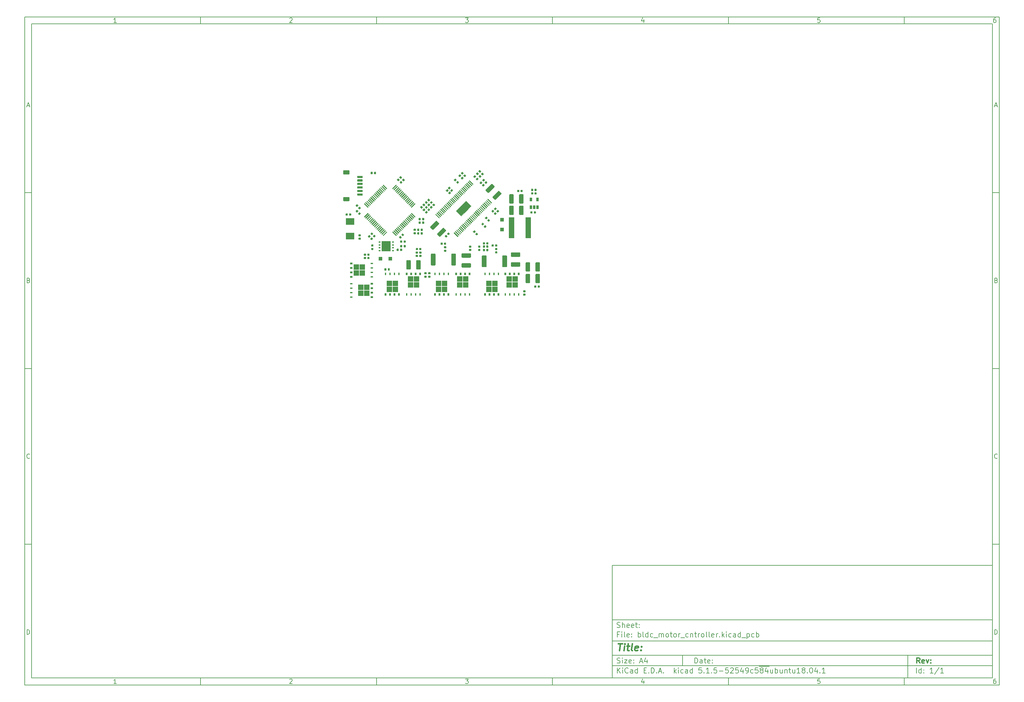
<source format=gbr>
G04 #@! TF.GenerationSoftware,KiCad,Pcbnew,5.1.5-52549c5~84~ubuntu18.04.1*
G04 #@! TF.CreationDate,2020-02-16T22:49:10+01:00*
G04 #@! TF.ProjectId,bldc_motor_cntroller,626c6463-5f6d-46f7-946f-725f636e7472,rev?*
G04 #@! TF.SameCoordinates,Original*
G04 #@! TF.FileFunction,Paste,Top*
G04 #@! TF.FilePolarity,Positive*
%FSLAX46Y46*%
G04 Gerber Fmt 4.6, Leading zero omitted, Abs format (unit mm)*
G04 Created by KiCad (PCBNEW 5.1.5-52549c5~84~ubuntu18.04.1) date 2020-02-16 22:49:10*
%MOMM*%
%LPD*%
G04 APERTURE LIST*
%ADD10C,0.100000*%
%ADD11C,0.150000*%
%ADD12C,0.300000*%
%ADD13C,0.400000*%
%ADD14C,0.010000*%
%ADD15R,1.100000X1.100000*%
%ADD16R,1.600000X5.900000*%
%ADD17R,2.400000X1.900000*%
%ADD18R,2.600000X3.000000*%
%ADD19R,0.600000X0.300000*%
%ADD20R,0.650000X1.060000*%
%ADD21R,0.500000X0.750000*%
%ADD22R,1.500000X1.500000*%
%ADD23R,0.400000X0.750000*%
%ADD24R,0.750000X0.500000*%
%ADD25R,0.750000X0.400000*%
G04 APERTURE END LIST*
D10*
D11*
X177002200Y-166007200D02*
X177002200Y-198007200D01*
X285002200Y-198007200D01*
X285002200Y-166007200D01*
X177002200Y-166007200D01*
D10*
D11*
X10000000Y-10000000D02*
X10000000Y-200007200D01*
X287002200Y-200007200D01*
X287002200Y-10000000D01*
X10000000Y-10000000D01*
D10*
D11*
X12000000Y-12000000D02*
X12000000Y-198007200D01*
X285002200Y-198007200D01*
X285002200Y-12000000D01*
X12000000Y-12000000D01*
D10*
D11*
X60000000Y-12000000D02*
X60000000Y-10000000D01*
D10*
D11*
X110000000Y-12000000D02*
X110000000Y-10000000D01*
D10*
D11*
X160000000Y-12000000D02*
X160000000Y-10000000D01*
D10*
D11*
X210000000Y-12000000D02*
X210000000Y-10000000D01*
D10*
D11*
X260000000Y-12000000D02*
X260000000Y-10000000D01*
D10*
D11*
X36065476Y-11588095D02*
X35322619Y-11588095D01*
X35694047Y-11588095D02*
X35694047Y-10288095D01*
X35570238Y-10473809D01*
X35446428Y-10597619D01*
X35322619Y-10659523D01*
D10*
D11*
X85322619Y-10411904D02*
X85384523Y-10350000D01*
X85508333Y-10288095D01*
X85817857Y-10288095D01*
X85941666Y-10350000D01*
X86003571Y-10411904D01*
X86065476Y-10535714D01*
X86065476Y-10659523D01*
X86003571Y-10845238D01*
X85260714Y-11588095D01*
X86065476Y-11588095D01*
D10*
D11*
X135260714Y-10288095D02*
X136065476Y-10288095D01*
X135632142Y-10783333D01*
X135817857Y-10783333D01*
X135941666Y-10845238D01*
X136003571Y-10907142D01*
X136065476Y-11030952D01*
X136065476Y-11340476D01*
X136003571Y-11464285D01*
X135941666Y-11526190D01*
X135817857Y-11588095D01*
X135446428Y-11588095D01*
X135322619Y-11526190D01*
X135260714Y-11464285D01*
D10*
D11*
X185941666Y-10721428D02*
X185941666Y-11588095D01*
X185632142Y-10226190D02*
X185322619Y-11154761D01*
X186127380Y-11154761D01*
D10*
D11*
X236003571Y-10288095D02*
X235384523Y-10288095D01*
X235322619Y-10907142D01*
X235384523Y-10845238D01*
X235508333Y-10783333D01*
X235817857Y-10783333D01*
X235941666Y-10845238D01*
X236003571Y-10907142D01*
X236065476Y-11030952D01*
X236065476Y-11340476D01*
X236003571Y-11464285D01*
X235941666Y-11526190D01*
X235817857Y-11588095D01*
X235508333Y-11588095D01*
X235384523Y-11526190D01*
X235322619Y-11464285D01*
D10*
D11*
X285941666Y-10288095D02*
X285694047Y-10288095D01*
X285570238Y-10350000D01*
X285508333Y-10411904D01*
X285384523Y-10597619D01*
X285322619Y-10845238D01*
X285322619Y-11340476D01*
X285384523Y-11464285D01*
X285446428Y-11526190D01*
X285570238Y-11588095D01*
X285817857Y-11588095D01*
X285941666Y-11526190D01*
X286003571Y-11464285D01*
X286065476Y-11340476D01*
X286065476Y-11030952D01*
X286003571Y-10907142D01*
X285941666Y-10845238D01*
X285817857Y-10783333D01*
X285570238Y-10783333D01*
X285446428Y-10845238D01*
X285384523Y-10907142D01*
X285322619Y-11030952D01*
D10*
D11*
X60000000Y-198007200D02*
X60000000Y-200007200D01*
D10*
D11*
X110000000Y-198007200D02*
X110000000Y-200007200D01*
D10*
D11*
X160000000Y-198007200D02*
X160000000Y-200007200D01*
D10*
D11*
X210000000Y-198007200D02*
X210000000Y-200007200D01*
D10*
D11*
X260000000Y-198007200D02*
X260000000Y-200007200D01*
D10*
D11*
X36065476Y-199595295D02*
X35322619Y-199595295D01*
X35694047Y-199595295D02*
X35694047Y-198295295D01*
X35570238Y-198481009D01*
X35446428Y-198604819D01*
X35322619Y-198666723D01*
D10*
D11*
X85322619Y-198419104D02*
X85384523Y-198357200D01*
X85508333Y-198295295D01*
X85817857Y-198295295D01*
X85941666Y-198357200D01*
X86003571Y-198419104D01*
X86065476Y-198542914D01*
X86065476Y-198666723D01*
X86003571Y-198852438D01*
X85260714Y-199595295D01*
X86065476Y-199595295D01*
D10*
D11*
X135260714Y-198295295D02*
X136065476Y-198295295D01*
X135632142Y-198790533D01*
X135817857Y-198790533D01*
X135941666Y-198852438D01*
X136003571Y-198914342D01*
X136065476Y-199038152D01*
X136065476Y-199347676D01*
X136003571Y-199471485D01*
X135941666Y-199533390D01*
X135817857Y-199595295D01*
X135446428Y-199595295D01*
X135322619Y-199533390D01*
X135260714Y-199471485D01*
D10*
D11*
X185941666Y-198728628D02*
X185941666Y-199595295D01*
X185632142Y-198233390D02*
X185322619Y-199161961D01*
X186127380Y-199161961D01*
D10*
D11*
X236003571Y-198295295D02*
X235384523Y-198295295D01*
X235322619Y-198914342D01*
X235384523Y-198852438D01*
X235508333Y-198790533D01*
X235817857Y-198790533D01*
X235941666Y-198852438D01*
X236003571Y-198914342D01*
X236065476Y-199038152D01*
X236065476Y-199347676D01*
X236003571Y-199471485D01*
X235941666Y-199533390D01*
X235817857Y-199595295D01*
X235508333Y-199595295D01*
X235384523Y-199533390D01*
X235322619Y-199471485D01*
D10*
D11*
X285941666Y-198295295D02*
X285694047Y-198295295D01*
X285570238Y-198357200D01*
X285508333Y-198419104D01*
X285384523Y-198604819D01*
X285322619Y-198852438D01*
X285322619Y-199347676D01*
X285384523Y-199471485D01*
X285446428Y-199533390D01*
X285570238Y-199595295D01*
X285817857Y-199595295D01*
X285941666Y-199533390D01*
X286003571Y-199471485D01*
X286065476Y-199347676D01*
X286065476Y-199038152D01*
X286003571Y-198914342D01*
X285941666Y-198852438D01*
X285817857Y-198790533D01*
X285570238Y-198790533D01*
X285446428Y-198852438D01*
X285384523Y-198914342D01*
X285322619Y-199038152D01*
D10*
D11*
X10000000Y-60000000D02*
X12000000Y-60000000D01*
D10*
D11*
X10000000Y-110000000D02*
X12000000Y-110000000D01*
D10*
D11*
X10000000Y-160000000D02*
X12000000Y-160000000D01*
D10*
D11*
X10690476Y-35216666D02*
X11309523Y-35216666D01*
X10566666Y-35588095D02*
X11000000Y-34288095D01*
X11433333Y-35588095D01*
D10*
D11*
X11092857Y-84907142D02*
X11278571Y-84969047D01*
X11340476Y-85030952D01*
X11402380Y-85154761D01*
X11402380Y-85340476D01*
X11340476Y-85464285D01*
X11278571Y-85526190D01*
X11154761Y-85588095D01*
X10659523Y-85588095D01*
X10659523Y-84288095D01*
X11092857Y-84288095D01*
X11216666Y-84350000D01*
X11278571Y-84411904D01*
X11340476Y-84535714D01*
X11340476Y-84659523D01*
X11278571Y-84783333D01*
X11216666Y-84845238D01*
X11092857Y-84907142D01*
X10659523Y-84907142D01*
D10*
D11*
X11402380Y-135464285D02*
X11340476Y-135526190D01*
X11154761Y-135588095D01*
X11030952Y-135588095D01*
X10845238Y-135526190D01*
X10721428Y-135402380D01*
X10659523Y-135278571D01*
X10597619Y-135030952D01*
X10597619Y-134845238D01*
X10659523Y-134597619D01*
X10721428Y-134473809D01*
X10845238Y-134350000D01*
X11030952Y-134288095D01*
X11154761Y-134288095D01*
X11340476Y-134350000D01*
X11402380Y-134411904D01*
D10*
D11*
X10659523Y-185588095D02*
X10659523Y-184288095D01*
X10969047Y-184288095D01*
X11154761Y-184350000D01*
X11278571Y-184473809D01*
X11340476Y-184597619D01*
X11402380Y-184845238D01*
X11402380Y-185030952D01*
X11340476Y-185278571D01*
X11278571Y-185402380D01*
X11154761Y-185526190D01*
X10969047Y-185588095D01*
X10659523Y-185588095D01*
D10*
D11*
X287002200Y-60000000D02*
X285002200Y-60000000D01*
D10*
D11*
X287002200Y-110000000D02*
X285002200Y-110000000D01*
D10*
D11*
X287002200Y-160000000D02*
X285002200Y-160000000D01*
D10*
D11*
X285692676Y-35216666D02*
X286311723Y-35216666D01*
X285568866Y-35588095D02*
X286002200Y-34288095D01*
X286435533Y-35588095D01*
D10*
D11*
X286095057Y-84907142D02*
X286280771Y-84969047D01*
X286342676Y-85030952D01*
X286404580Y-85154761D01*
X286404580Y-85340476D01*
X286342676Y-85464285D01*
X286280771Y-85526190D01*
X286156961Y-85588095D01*
X285661723Y-85588095D01*
X285661723Y-84288095D01*
X286095057Y-84288095D01*
X286218866Y-84350000D01*
X286280771Y-84411904D01*
X286342676Y-84535714D01*
X286342676Y-84659523D01*
X286280771Y-84783333D01*
X286218866Y-84845238D01*
X286095057Y-84907142D01*
X285661723Y-84907142D01*
D10*
D11*
X286404580Y-135464285D02*
X286342676Y-135526190D01*
X286156961Y-135588095D01*
X286033152Y-135588095D01*
X285847438Y-135526190D01*
X285723628Y-135402380D01*
X285661723Y-135278571D01*
X285599819Y-135030952D01*
X285599819Y-134845238D01*
X285661723Y-134597619D01*
X285723628Y-134473809D01*
X285847438Y-134350000D01*
X286033152Y-134288095D01*
X286156961Y-134288095D01*
X286342676Y-134350000D01*
X286404580Y-134411904D01*
D10*
D11*
X285661723Y-185588095D02*
X285661723Y-184288095D01*
X285971247Y-184288095D01*
X286156961Y-184350000D01*
X286280771Y-184473809D01*
X286342676Y-184597619D01*
X286404580Y-184845238D01*
X286404580Y-185030952D01*
X286342676Y-185278571D01*
X286280771Y-185402380D01*
X286156961Y-185526190D01*
X285971247Y-185588095D01*
X285661723Y-185588095D01*
D10*
D11*
X200434342Y-193785771D02*
X200434342Y-192285771D01*
X200791485Y-192285771D01*
X201005771Y-192357200D01*
X201148628Y-192500057D01*
X201220057Y-192642914D01*
X201291485Y-192928628D01*
X201291485Y-193142914D01*
X201220057Y-193428628D01*
X201148628Y-193571485D01*
X201005771Y-193714342D01*
X200791485Y-193785771D01*
X200434342Y-193785771D01*
X202577200Y-193785771D02*
X202577200Y-193000057D01*
X202505771Y-192857200D01*
X202362914Y-192785771D01*
X202077200Y-192785771D01*
X201934342Y-192857200D01*
X202577200Y-193714342D02*
X202434342Y-193785771D01*
X202077200Y-193785771D01*
X201934342Y-193714342D01*
X201862914Y-193571485D01*
X201862914Y-193428628D01*
X201934342Y-193285771D01*
X202077200Y-193214342D01*
X202434342Y-193214342D01*
X202577200Y-193142914D01*
X203077200Y-192785771D02*
X203648628Y-192785771D01*
X203291485Y-192285771D02*
X203291485Y-193571485D01*
X203362914Y-193714342D01*
X203505771Y-193785771D01*
X203648628Y-193785771D01*
X204720057Y-193714342D02*
X204577200Y-193785771D01*
X204291485Y-193785771D01*
X204148628Y-193714342D01*
X204077200Y-193571485D01*
X204077200Y-193000057D01*
X204148628Y-192857200D01*
X204291485Y-192785771D01*
X204577200Y-192785771D01*
X204720057Y-192857200D01*
X204791485Y-193000057D01*
X204791485Y-193142914D01*
X204077200Y-193285771D01*
X205434342Y-193642914D02*
X205505771Y-193714342D01*
X205434342Y-193785771D01*
X205362914Y-193714342D01*
X205434342Y-193642914D01*
X205434342Y-193785771D01*
X205434342Y-192857200D02*
X205505771Y-192928628D01*
X205434342Y-193000057D01*
X205362914Y-192928628D01*
X205434342Y-192857200D01*
X205434342Y-193000057D01*
D10*
D11*
X177002200Y-194507200D02*
X285002200Y-194507200D01*
D10*
D11*
X178434342Y-196585771D02*
X178434342Y-195085771D01*
X179291485Y-196585771D02*
X178648628Y-195728628D01*
X179291485Y-195085771D02*
X178434342Y-195942914D01*
X179934342Y-196585771D02*
X179934342Y-195585771D01*
X179934342Y-195085771D02*
X179862914Y-195157200D01*
X179934342Y-195228628D01*
X180005771Y-195157200D01*
X179934342Y-195085771D01*
X179934342Y-195228628D01*
X181505771Y-196442914D02*
X181434342Y-196514342D01*
X181220057Y-196585771D01*
X181077200Y-196585771D01*
X180862914Y-196514342D01*
X180720057Y-196371485D01*
X180648628Y-196228628D01*
X180577200Y-195942914D01*
X180577200Y-195728628D01*
X180648628Y-195442914D01*
X180720057Y-195300057D01*
X180862914Y-195157200D01*
X181077200Y-195085771D01*
X181220057Y-195085771D01*
X181434342Y-195157200D01*
X181505771Y-195228628D01*
X182791485Y-196585771D02*
X182791485Y-195800057D01*
X182720057Y-195657200D01*
X182577200Y-195585771D01*
X182291485Y-195585771D01*
X182148628Y-195657200D01*
X182791485Y-196514342D02*
X182648628Y-196585771D01*
X182291485Y-196585771D01*
X182148628Y-196514342D01*
X182077200Y-196371485D01*
X182077200Y-196228628D01*
X182148628Y-196085771D01*
X182291485Y-196014342D01*
X182648628Y-196014342D01*
X182791485Y-195942914D01*
X184148628Y-196585771D02*
X184148628Y-195085771D01*
X184148628Y-196514342D02*
X184005771Y-196585771D01*
X183720057Y-196585771D01*
X183577200Y-196514342D01*
X183505771Y-196442914D01*
X183434342Y-196300057D01*
X183434342Y-195871485D01*
X183505771Y-195728628D01*
X183577200Y-195657200D01*
X183720057Y-195585771D01*
X184005771Y-195585771D01*
X184148628Y-195657200D01*
X186005771Y-195800057D02*
X186505771Y-195800057D01*
X186720057Y-196585771D02*
X186005771Y-196585771D01*
X186005771Y-195085771D01*
X186720057Y-195085771D01*
X187362914Y-196442914D02*
X187434342Y-196514342D01*
X187362914Y-196585771D01*
X187291485Y-196514342D01*
X187362914Y-196442914D01*
X187362914Y-196585771D01*
X188077200Y-196585771D02*
X188077200Y-195085771D01*
X188434342Y-195085771D01*
X188648628Y-195157200D01*
X188791485Y-195300057D01*
X188862914Y-195442914D01*
X188934342Y-195728628D01*
X188934342Y-195942914D01*
X188862914Y-196228628D01*
X188791485Y-196371485D01*
X188648628Y-196514342D01*
X188434342Y-196585771D01*
X188077200Y-196585771D01*
X189577200Y-196442914D02*
X189648628Y-196514342D01*
X189577200Y-196585771D01*
X189505771Y-196514342D01*
X189577200Y-196442914D01*
X189577200Y-196585771D01*
X190220057Y-196157200D02*
X190934342Y-196157200D01*
X190077200Y-196585771D02*
X190577200Y-195085771D01*
X191077200Y-196585771D01*
X191577200Y-196442914D02*
X191648628Y-196514342D01*
X191577200Y-196585771D01*
X191505771Y-196514342D01*
X191577200Y-196442914D01*
X191577200Y-196585771D01*
X194577200Y-196585771D02*
X194577200Y-195085771D01*
X194720057Y-196014342D02*
X195148628Y-196585771D01*
X195148628Y-195585771D02*
X194577200Y-196157200D01*
X195791485Y-196585771D02*
X195791485Y-195585771D01*
X195791485Y-195085771D02*
X195720057Y-195157200D01*
X195791485Y-195228628D01*
X195862914Y-195157200D01*
X195791485Y-195085771D01*
X195791485Y-195228628D01*
X197148628Y-196514342D02*
X197005771Y-196585771D01*
X196720057Y-196585771D01*
X196577200Y-196514342D01*
X196505771Y-196442914D01*
X196434342Y-196300057D01*
X196434342Y-195871485D01*
X196505771Y-195728628D01*
X196577200Y-195657200D01*
X196720057Y-195585771D01*
X197005771Y-195585771D01*
X197148628Y-195657200D01*
X198434342Y-196585771D02*
X198434342Y-195800057D01*
X198362914Y-195657200D01*
X198220057Y-195585771D01*
X197934342Y-195585771D01*
X197791485Y-195657200D01*
X198434342Y-196514342D02*
X198291485Y-196585771D01*
X197934342Y-196585771D01*
X197791485Y-196514342D01*
X197720057Y-196371485D01*
X197720057Y-196228628D01*
X197791485Y-196085771D01*
X197934342Y-196014342D01*
X198291485Y-196014342D01*
X198434342Y-195942914D01*
X199791485Y-196585771D02*
X199791485Y-195085771D01*
X199791485Y-196514342D02*
X199648628Y-196585771D01*
X199362914Y-196585771D01*
X199220057Y-196514342D01*
X199148628Y-196442914D01*
X199077200Y-196300057D01*
X199077200Y-195871485D01*
X199148628Y-195728628D01*
X199220057Y-195657200D01*
X199362914Y-195585771D01*
X199648628Y-195585771D01*
X199791485Y-195657200D01*
X202362914Y-195085771D02*
X201648628Y-195085771D01*
X201577200Y-195800057D01*
X201648628Y-195728628D01*
X201791485Y-195657200D01*
X202148628Y-195657200D01*
X202291485Y-195728628D01*
X202362914Y-195800057D01*
X202434342Y-195942914D01*
X202434342Y-196300057D01*
X202362914Y-196442914D01*
X202291485Y-196514342D01*
X202148628Y-196585771D01*
X201791485Y-196585771D01*
X201648628Y-196514342D01*
X201577200Y-196442914D01*
X203077200Y-196442914D02*
X203148628Y-196514342D01*
X203077200Y-196585771D01*
X203005771Y-196514342D01*
X203077200Y-196442914D01*
X203077200Y-196585771D01*
X204577200Y-196585771D02*
X203720057Y-196585771D01*
X204148628Y-196585771D02*
X204148628Y-195085771D01*
X204005771Y-195300057D01*
X203862914Y-195442914D01*
X203720057Y-195514342D01*
X205220057Y-196442914D02*
X205291485Y-196514342D01*
X205220057Y-196585771D01*
X205148628Y-196514342D01*
X205220057Y-196442914D01*
X205220057Y-196585771D01*
X206648628Y-195085771D02*
X205934342Y-195085771D01*
X205862914Y-195800057D01*
X205934342Y-195728628D01*
X206077200Y-195657200D01*
X206434342Y-195657200D01*
X206577200Y-195728628D01*
X206648628Y-195800057D01*
X206720057Y-195942914D01*
X206720057Y-196300057D01*
X206648628Y-196442914D01*
X206577200Y-196514342D01*
X206434342Y-196585771D01*
X206077200Y-196585771D01*
X205934342Y-196514342D01*
X205862914Y-196442914D01*
X207362914Y-196014342D02*
X208505771Y-196014342D01*
X209934342Y-195085771D02*
X209220057Y-195085771D01*
X209148628Y-195800057D01*
X209220057Y-195728628D01*
X209362914Y-195657200D01*
X209720057Y-195657200D01*
X209862914Y-195728628D01*
X209934342Y-195800057D01*
X210005771Y-195942914D01*
X210005771Y-196300057D01*
X209934342Y-196442914D01*
X209862914Y-196514342D01*
X209720057Y-196585771D01*
X209362914Y-196585771D01*
X209220057Y-196514342D01*
X209148628Y-196442914D01*
X210577200Y-195228628D02*
X210648628Y-195157200D01*
X210791485Y-195085771D01*
X211148628Y-195085771D01*
X211291485Y-195157200D01*
X211362914Y-195228628D01*
X211434342Y-195371485D01*
X211434342Y-195514342D01*
X211362914Y-195728628D01*
X210505771Y-196585771D01*
X211434342Y-196585771D01*
X212791485Y-195085771D02*
X212077200Y-195085771D01*
X212005771Y-195800057D01*
X212077200Y-195728628D01*
X212220057Y-195657200D01*
X212577200Y-195657200D01*
X212720057Y-195728628D01*
X212791485Y-195800057D01*
X212862914Y-195942914D01*
X212862914Y-196300057D01*
X212791485Y-196442914D01*
X212720057Y-196514342D01*
X212577200Y-196585771D01*
X212220057Y-196585771D01*
X212077200Y-196514342D01*
X212005771Y-196442914D01*
X214148628Y-195585771D02*
X214148628Y-196585771D01*
X213791485Y-195014342D02*
X213434342Y-196085771D01*
X214362914Y-196085771D01*
X215005771Y-196585771D02*
X215291485Y-196585771D01*
X215434342Y-196514342D01*
X215505771Y-196442914D01*
X215648628Y-196228628D01*
X215720057Y-195942914D01*
X215720057Y-195371485D01*
X215648628Y-195228628D01*
X215577200Y-195157200D01*
X215434342Y-195085771D01*
X215148628Y-195085771D01*
X215005771Y-195157200D01*
X214934342Y-195228628D01*
X214862914Y-195371485D01*
X214862914Y-195728628D01*
X214934342Y-195871485D01*
X215005771Y-195942914D01*
X215148628Y-196014342D01*
X215434342Y-196014342D01*
X215577200Y-195942914D01*
X215648628Y-195871485D01*
X215720057Y-195728628D01*
X217005771Y-196514342D02*
X216862914Y-196585771D01*
X216577200Y-196585771D01*
X216434342Y-196514342D01*
X216362914Y-196442914D01*
X216291485Y-196300057D01*
X216291485Y-195871485D01*
X216362914Y-195728628D01*
X216434342Y-195657200D01*
X216577200Y-195585771D01*
X216862914Y-195585771D01*
X217005771Y-195657200D01*
X218362914Y-195085771D02*
X217648628Y-195085771D01*
X217577200Y-195800057D01*
X217648628Y-195728628D01*
X217791485Y-195657200D01*
X218148628Y-195657200D01*
X218291485Y-195728628D01*
X218362914Y-195800057D01*
X218434342Y-195942914D01*
X218434342Y-196300057D01*
X218362914Y-196442914D01*
X218291485Y-196514342D01*
X218148628Y-196585771D01*
X217791485Y-196585771D01*
X217648628Y-196514342D01*
X217577200Y-196442914D01*
X218720057Y-194677200D02*
X220148628Y-194677200D01*
X219291485Y-195728628D02*
X219148628Y-195657200D01*
X219077200Y-195585771D01*
X219005771Y-195442914D01*
X219005771Y-195371485D01*
X219077200Y-195228628D01*
X219148628Y-195157200D01*
X219291485Y-195085771D01*
X219577200Y-195085771D01*
X219720057Y-195157200D01*
X219791485Y-195228628D01*
X219862914Y-195371485D01*
X219862914Y-195442914D01*
X219791485Y-195585771D01*
X219720057Y-195657200D01*
X219577200Y-195728628D01*
X219291485Y-195728628D01*
X219148628Y-195800057D01*
X219077200Y-195871485D01*
X219005771Y-196014342D01*
X219005771Y-196300057D01*
X219077200Y-196442914D01*
X219148628Y-196514342D01*
X219291485Y-196585771D01*
X219577200Y-196585771D01*
X219720057Y-196514342D01*
X219791485Y-196442914D01*
X219862914Y-196300057D01*
X219862914Y-196014342D01*
X219791485Y-195871485D01*
X219720057Y-195800057D01*
X219577200Y-195728628D01*
X220148628Y-194677200D02*
X221577199Y-194677200D01*
X221148628Y-195585771D02*
X221148628Y-196585771D01*
X220791485Y-195014342D02*
X220434342Y-196085771D01*
X221362914Y-196085771D01*
X222577199Y-195585771D02*
X222577199Y-196585771D01*
X221934342Y-195585771D02*
X221934342Y-196371485D01*
X222005771Y-196514342D01*
X222148628Y-196585771D01*
X222362914Y-196585771D01*
X222505771Y-196514342D01*
X222577199Y-196442914D01*
X223291485Y-196585771D02*
X223291485Y-195085771D01*
X223291485Y-195657200D02*
X223434342Y-195585771D01*
X223720057Y-195585771D01*
X223862914Y-195657200D01*
X223934342Y-195728628D01*
X224005771Y-195871485D01*
X224005771Y-196300057D01*
X223934342Y-196442914D01*
X223862914Y-196514342D01*
X223720057Y-196585771D01*
X223434342Y-196585771D01*
X223291485Y-196514342D01*
X225291485Y-195585771D02*
X225291485Y-196585771D01*
X224648628Y-195585771D02*
X224648628Y-196371485D01*
X224720057Y-196514342D01*
X224862914Y-196585771D01*
X225077199Y-196585771D01*
X225220057Y-196514342D01*
X225291485Y-196442914D01*
X226005771Y-195585771D02*
X226005771Y-196585771D01*
X226005771Y-195728628D02*
X226077199Y-195657200D01*
X226220057Y-195585771D01*
X226434342Y-195585771D01*
X226577199Y-195657200D01*
X226648628Y-195800057D01*
X226648628Y-196585771D01*
X227148628Y-195585771D02*
X227720057Y-195585771D01*
X227362914Y-195085771D02*
X227362914Y-196371485D01*
X227434342Y-196514342D01*
X227577200Y-196585771D01*
X227720057Y-196585771D01*
X228862914Y-195585771D02*
X228862914Y-196585771D01*
X228220057Y-195585771D02*
X228220057Y-196371485D01*
X228291485Y-196514342D01*
X228434342Y-196585771D01*
X228648628Y-196585771D01*
X228791485Y-196514342D01*
X228862914Y-196442914D01*
X230362914Y-196585771D02*
X229505771Y-196585771D01*
X229934342Y-196585771D02*
X229934342Y-195085771D01*
X229791485Y-195300057D01*
X229648628Y-195442914D01*
X229505771Y-195514342D01*
X231220057Y-195728628D02*
X231077199Y-195657200D01*
X231005771Y-195585771D01*
X230934342Y-195442914D01*
X230934342Y-195371485D01*
X231005771Y-195228628D01*
X231077199Y-195157200D01*
X231220057Y-195085771D01*
X231505771Y-195085771D01*
X231648628Y-195157200D01*
X231720057Y-195228628D01*
X231791485Y-195371485D01*
X231791485Y-195442914D01*
X231720057Y-195585771D01*
X231648628Y-195657200D01*
X231505771Y-195728628D01*
X231220057Y-195728628D01*
X231077199Y-195800057D01*
X231005771Y-195871485D01*
X230934342Y-196014342D01*
X230934342Y-196300057D01*
X231005771Y-196442914D01*
X231077199Y-196514342D01*
X231220057Y-196585771D01*
X231505771Y-196585771D01*
X231648628Y-196514342D01*
X231720057Y-196442914D01*
X231791485Y-196300057D01*
X231791485Y-196014342D01*
X231720057Y-195871485D01*
X231648628Y-195800057D01*
X231505771Y-195728628D01*
X232434342Y-196442914D02*
X232505771Y-196514342D01*
X232434342Y-196585771D01*
X232362914Y-196514342D01*
X232434342Y-196442914D01*
X232434342Y-196585771D01*
X233434342Y-195085771D02*
X233577199Y-195085771D01*
X233720057Y-195157200D01*
X233791485Y-195228628D01*
X233862914Y-195371485D01*
X233934342Y-195657200D01*
X233934342Y-196014342D01*
X233862914Y-196300057D01*
X233791485Y-196442914D01*
X233720057Y-196514342D01*
X233577199Y-196585771D01*
X233434342Y-196585771D01*
X233291485Y-196514342D01*
X233220057Y-196442914D01*
X233148628Y-196300057D01*
X233077199Y-196014342D01*
X233077199Y-195657200D01*
X233148628Y-195371485D01*
X233220057Y-195228628D01*
X233291485Y-195157200D01*
X233434342Y-195085771D01*
X235220057Y-195585771D02*
X235220057Y-196585771D01*
X234862914Y-195014342D02*
X234505771Y-196085771D01*
X235434342Y-196085771D01*
X236005771Y-196442914D02*
X236077199Y-196514342D01*
X236005771Y-196585771D01*
X235934342Y-196514342D01*
X236005771Y-196442914D01*
X236005771Y-196585771D01*
X237505771Y-196585771D02*
X236648628Y-196585771D01*
X237077199Y-196585771D02*
X237077199Y-195085771D01*
X236934342Y-195300057D01*
X236791485Y-195442914D01*
X236648628Y-195514342D01*
D10*
D11*
X177002200Y-191507200D02*
X285002200Y-191507200D01*
D10*
D12*
X264411485Y-193785771D02*
X263911485Y-193071485D01*
X263554342Y-193785771D02*
X263554342Y-192285771D01*
X264125771Y-192285771D01*
X264268628Y-192357200D01*
X264340057Y-192428628D01*
X264411485Y-192571485D01*
X264411485Y-192785771D01*
X264340057Y-192928628D01*
X264268628Y-193000057D01*
X264125771Y-193071485D01*
X263554342Y-193071485D01*
X265625771Y-193714342D02*
X265482914Y-193785771D01*
X265197200Y-193785771D01*
X265054342Y-193714342D01*
X264982914Y-193571485D01*
X264982914Y-193000057D01*
X265054342Y-192857200D01*
X265197200Y-192785771D01*
X265482914Y-192785771D01*
X265625771Y-192857200D01*
X265697200Y-193000057D01*
X265697200Y-193142914D01*
X264982914Y-193285771D01*
X266197200Y-192785771D02*
X266554342Y-193785771D01*
X266911485Y-192785771D01*
X267482914Y-193642914D02*
X267554342Y-193714342D01*
X267482914Y-193785771D01*
X267411485Y-193714342D01*
X267482914Y-193642914D01*
X267482914Y-193785771D01*
X267482914Y-192857200D02*
X267554342Y-192928628D01*
X267482914Y-193000057D01*
X267411485Y-192928628D01*
X267482914Y-192857200D01*
X267482914Y-193000057D01*
D10*
D11*
X178362914Y-193714342D02*
X178577200Y-193785771D01*
X178934342Y-193785771D01*
X179077200Y-193714342D01*
X179148628Y-193642914D01*
X179220057Y-193500057D01*
X179220057Y-193357200D01*
X179148628Y-193214342D01*
X179077200Y-193142914D01*
X178934342Y-193071485D01*
X178648628Y-193000057D01*
X178505771Y-192928628D01*
X178434342Y-192857200D01*
X178362914Y-192714342D01*
X178362914Y-192571485D01*
X178434342Y-192428628D01*
X178505771Y-192357200D01*
X178648628Y-192285771D01*
X179005771Y-192285771D01*
X179220057Y-192357200D01*
X179862914Y-193785771D02*
X179862914Y-192785771D01*
X179862914Y-192285771D02*
X179791485Y-192357200D01*
X179862914Y-192428628D01*
X179934342Y-192357200D01*
X179862914Y-192285771D01*
X179862914Y-192428628D01*
X180434342Y-192785771D02*
X181220057Y-192785771D01*
X180434342Y-193785771D01*
X181220057Y-193785771D01*
X182362914Y-193714342D02*
X182220057Y-193785771D01*
X181934342Y-193785771D01*
X181791485Y-193714342D01*
X181720057Y-193571485D01*
X181720057Y-193000057D01*
X181791485Y-192857200D01*
X181934342Y-192785771D01*
X182220057Y-192785771D01*
X182362914Y-192857200D01*
X182434342Y-193000057D01*
X182434342Y-193142914D01*
X181720057Y-193285771D01*
X183077200Y-193642914D02*
X183148628Y-193714342D01*
X183077200Y-193785771D01*
X183005771Y-193714342D01*
X183077200Y-193642914D01*
X183077200Y-193785771D01*
X183077200Y-192857200D02*
X183148628Y-192928628D01*
X183077200Y-193000057D01*
X183005771Y-192928628D01*
X183077200Y-192857200D01*
X183077200Y-193000057D01*
X184862914Y-193357200D02*
X185577200Y-193357200D01*
X184720057Y-193785771D02*
X185220057Y-192285771D01*
X185720057Y-193785771D01*
X186862914Y-192785771D02*
X186862914Y-193785771D01*
X186505771Y-192214342D02*
X186148628Y-193285771D01*
X187077200Y-193285771D01*
D10*
D11*
X263434342Y-196585771D02*
X263434342Y-195085771D01*
X264791485Y-196585771D02*
X264791485Y-195085771D01*
X264791485Y-196514342D02*
X264648628Y-196585771D01*
X264362914Y-196585771D01*
X264220057Y-196514342D01*
X264148628Y-196442914D01*
X264077200Y-196300057D01*
X264077200Y-195871485D01*
X264148628Y-195728628D01*
X264220057Y-195657200D01*
X264362914Y-195585771D01*
X264648628Y-195585771D01*
X264791485Y-195657200D01*
X265505771Y-196442914D02*
X265577200Y-196514342D01*
X265505771Y-196585771D01*
X265434342Y-196514342D01*
X265505771Y-196442914D01*
X265505771Y-196585771D01*
X265505771Y-195657200D02*
X265577200Y-195728628D01*
X265505771Y-195800057D01*
X265434342Y-195728628D01*
X265505771Y-195657200D01*
X265505771Y-195800057D01*
X268148628Y-196585771D02*
X267291485Y-196585771D01*
X267720057Y-196585771D02*
X267720057Y-195085771D01*
X267577200Y-195300057D01*
X267434342Y-195442914D01*
X267291485Y-195514342D01*
X269862914Y-195014342D02*
X268577200Y-196942914D01*
X271148628Y-196585771D02*
X270291485Y-196585771D01*
X270720057Y-196585771D02*
X270720057Y-195085771D01*
X270577200Y-195300057D01*
X270434342Y-195442914D01*
X270291485Y-195514342D01*
D10*
D11*
X177002200Y-187507200D02*
X285002200Y-187507200D01*
D10*
D13*
X178714580Y-188211961D02*
X179857438Y-188211961D01*
X179036009Y-190211961D02*
X179286009Y-188211961D01*
X180274104Y-190211961D02*
X180440771Y-188878628D01*
X180524104Y-188211961D02*
X180416961Y-188307200D01*
X180500295Y-188402438D01*
X180607438Y-188307200D01*
X180524104Y-188211961D01*
X180500295Y-188402438D01*
X181107438Y-188878628D02*
X181869342Y-188878628D01*
X181476485Y-188211961D02*
X181262200Y-189926247D01*
X181333628Y-190116723D01*
X181512200Y-190211961D01*
X181702676Y-190211961D01*
X182655057Y-190211961D02*
X182476485Y-190116723D01*
X182405057Y-189926247D01*
X182619342Y-188211961D01*
X184190771Y-190116723D02*
X183988390Y-190211961D01*
X183607438Y-190211961D01*
X183428866Y-190116723D01*
X183357438Y-189926247D01*
X183452676Y-189164342D01*
X183571723Y-188973866D01*
X183774104Y-188878628D01*
X184155057Y-188878628D01*
X184333628Y-188973866D01*
X184405057Y-189164342D01*
X184381247Y-189354819D01*
X183405057Y-189545295D01*
X185155057Y-190021485D02*
X185238390Y-190116723D01*
X185131247Y-190211961D01*
X185047914Y-190116723D01*
X185155057Y-190021485D01*
X185131247Y-190211961D01*
X185286009Y-188973866D02*
X185369342Y-189069104D01*
X185262200Y-189164342D01*
X185178866Y-189069104D01*
X185286009Y-188973866D01*
X185262200Y-189164342D01*
D10*
D11*
X178934342Y-185600057D02*
X178434342Y-185600057D01*
X178434342Y-186385771D02*
X178434342Y-184885771D01*
X179148628Y-184885771D01*
X179720057Y-186385771D02*
X179720057Y-185385771D01*
X179720057Y-184885771D02*
X179648628Y-184957200D01*
X179720057Y-185028628D01*
X179791485Y-184957200D01*
X179720057Y-184885771D01*
X179720057Y-185028628D01*
X180648628Y-186385771D02*
X180505771Y-186314342D01*
X180434342Y-186171485D01*
X180434342Y-184885771D01*
X181791485Y-186314342D02*
X181648628Y-186385771D01*
X181362914Y-186385771D01*
X181220057Y-186314342D01*
X181148628Y-186171485D01*
X181148628Y-185600057D01*
X181220057Y-185457200D01*
X181362914Y-185385771D01*
X181648628Y-185385771D01*
X181791485Y-185457200D01*
X181862914Y-185600057D01*
X181862914Y-185742914D01*
X181148628Y-185885771D01*
X182505771Y-186242914D02*
X182577200Y-186314342D01*
X182505771Y-186385771D01*
X182434342Y-186314342D01*
X182505771Y-186242914D01*
X182505771Y-186385771D01*
X182505771Y-185457200D02*
X182577200Y-185528628D01*
X182505771Y-185600057D01*
X182434342Y-185528628D01*
X182505771Y-185457200D01*
X182505771Y-185600057D01*
X184362914Y-186385771D02*
X184362914Y-184885771D01*
X184362914Y-185457200D02*
X184505771Y-185385771D01*
X184791485Y-185385771D01*
X184934342Y-185457200D01*
X185005771Y-185528628D01*
X185077200Y-185671485D01*
X185077200Y-186100057D01*
X185005771Y-186242914D01*
X184934342Y-186314342D01*
X184791485Y-186385771D01*
X184505771Y-186385771D01*
X184362914Y-186314342D01*
X185934342Y-186385771D02*
X185791485Y-186314342D01*
X185720057Y-186171485D01*
X185720057Y-184885771D01*
X187148628Y-186385771D02*
X187148628Y-184885771D01*
X187148628Y-186314342D02*
X187005771Y-186385771D01*
X186720057Y-186385771D01*
X186577200Y-186314342D01*
X186505771Y-186242914D01*
X186434342Y-186100057D01*
X186434342Y-185671485D01*
X186505771Y-185528628D01*
X186577200Y-185457200D01*
X186720057Y-185385771D01*
X187005771Y-185385771D01*
X187148628Y-185457200D01*
X188505771Y-186314342D02*
X188362914Y-186385771D01*
X188077200Y-186385771D01*
X187934342Y-186314342D01*
X187862914Y-186242914D01*
X187791485Y-186100057D01*
X187791485Y-185671485D01*
X187862914Y-185528628D01*
X187934342Y-185457200D01*
X188077200Y-185385771D01*
X188362914Y-185385771D01*
X188505771Y-185457200D01*
X188791485Y-186528628D02*
X189934342Y-186528628D01*
X190291485Y-186385771D02*
X190291485Y-185385771D01*
X190291485Y-185528628D02*
X190362914Y-185457200D01*
X190505771Y-185385771D01*
X190720057Y-185385771D01*
X190862914Y-185457200D01*
X190934342Y-185600057D01*
X190934342Y-186385771D01*
X190934342Y-185600057D02*
X191005771Y-185457200D01*
X191148628Y-185385771D01*
X191362914Y-185385771D01*
X191505771Y-185457200D01*
X191577200Y-185600057D01*
X191577200Y-186385771D01*
X192505771Y-186385771D02*
X192362914Y-186314342D01*
X192291485Y-186242914D01*
X192220057Y-186100057D01*
X192220057Y-185671485D01*
X192291485Y-185528628D01*
X192362914Y-185457200D01*
X192505771Y-185385771D01*
X192720057Y-185385771D01*
X192862914Y-185457200D01*
X192934342Y-185528628D01*
X193005771Y-185671485D01*
X193005771Y-186100057D01*
X192934342Y-186242914D01*
X192862914Y-186314342D01*
X192720057Y-186385771D01*
X192505771Y-186385771D01*
X193434342Y-185385771D02*
X194005771Y-185385771D01*
X193648628Y-184885771D02*
X193648628Y-186171485D01*
X193720057Y-186314342D01*
X193862914Y-186385771D01*
X194005771Y-186385771D01*
X194720057Y-186385771D02*
X194577200Y-186314342D01*
X194505771Y-186242914D01*
X194434342Y-186100057D01*
X194434342Y-185671485D01*
X194505771Y-185528628D01*
X194577200Y-185457200D01*
X194720057Y-185385771D01*
X194934342Y-185385771D01*
X195077200Y-185457200D01*
X195148628Y-185528628D01*
X195220057Y-185671485D01*
X195220057Y-186100057D01*
X195148628Y-186242914D01*
X195077200Y-186314342D01*
X194934342Y-186385771D01*
X194720057Y-186385771D01*
X195862914Y-186385771D02*
X195862914Y-185385771D01*
X195862914Y-185671485D02*
X195934342Y-185528628D01*
X196005771Y-185457200D01*
X196148628Y-185385771D01*
X196291485Y-185385771D01*
X196434342Y-186528628D02*
X197577200Y-186528628D01*
X198577200Y-186314342D02*
X198434342Y-186385771D01*
X198148628Y-186385771D01*
X198005771Y-186314342D01*
X197934342Y-186242914D01*
X197862914Y-186100057D01*
X197862914Y-185671485D01*
X197934342Y-185528628D01*
X198005771Y-185457200D01*
X198148628Y-185385771D01*
X198434342Y-185385771D01*
X198577200Y-185457200D01*
X199220057Y-185385771D02*
X199220057Y-186385771D01*
X199220057Y-185528628D02*
X199291485Y-185457200D01*
X199434342Y-185385771D01*
X199648628Y-185385771D01*
X199791485Y-185457200D01*
X199862914Y-185600057D01*
X199862914Y-186385771D01*
X200362914Y-185385771D02*
X200934342Y-185385771D01*
X200577200Y-184885771D02*
X200577200Y-186171485D01*
X200648628Y-186314342D01*
X200791485Y-186385771D01*
X200934342Y-186385771D01*
X201434342Y-186385771D02*
X201434342Y-185385771D01*
X201434342Y-185671485D02*
X201505771Y-185528628D01*
X201577200Y-185457200D01*
X201720057Y-185385771D01*
X201862914Y-185385771D01*
X202577200Y-186385771D02*
X202434342Y-186314342D01*
X202362914Y-186242914D01*
X202291485Y-186100057D01*
X202291485Y-185671485D01*
X202362914Y-185528628D01*
X202434342Y-185457200D01*
X202577200Y-185385771D01*
X202791485Y-185385771D01*
X202934342Y-185457200D01*
X203005771Y-185528628D01*
X203077200Y-185671485D01*
X203077200Y-186100057D01*
X203005771Y-186242914D01*
X202934342Y-186314342D01*
X202791485Y-186385771D01*
X202577200Y-186385771D01*
X203934342Y-186385771D02*
X203791485Y-186314342D01*
X203720057Y-186171485D01*
X203720057Y-184885771D01*
X204720057Y-186385771D02*
X204577200Y-186314342D01*
X204505771Y-186171485D01*
X204505771Y-184885771D01*
X205862914Y-186314342D02*
X205720057Y-186385771D01*
X205434342Y-186385771D01*
X205291485Y-186314342D01*
X205220057Y-186171485D01*
X205220057Y-185600057D01*
X205291485Y-185457200D01*
X205434342Y-185385771D01*
X205720057Y-185385771D01*
X205862914Y-185457200D01*
X205934342Y-185600057D01*
X205934342Y-185742914D01*
X205220057Y-185885771D01*
X206577200Y-186385771D02*
X206577200Y-185385771D01*
X206577200Y-185671485D02*
X206648628Y-185528628D01*
X206720057Y-185457200D01*
X206862914Y-185385771D01*
X207005771Y-185385771D01*
X207505771Y-186242914D02*
X207577200Y-186314342D01*
X207505771Y-186385771D01*
X207434342Y-186314342D01*
X207505771Y-186242914D01*
X207505771Y-186385771D01*
X208220057Y-186385771D02*
X208220057Y-184885771D01*
X208362914Y-185814342D02*
X208791485Y-186385771D01*
X208791485Y-185385771D02*
X208220057Y-185957200D01*
X209434342Y-186385771D02*
X209434342Y-185385771D01*
X209434342Y-184885771D02*
X209362914Y-184957200D01*
X209434342Y-185028628D01*
X209505771Y-184957200D01*
X209434342Y-184885771D01*
X209434342Y-185028628D01*
X210791485Y-186314342D02*
X210648628Y-186385771D01*
X210362914Y-186385771D01*
X210220057Y-186314342D01*
X210148628Y-186242914D01*
X210077200Y-186100057D01*
X210077200Y-185671485D01*
X210148628Y-185528628D01*
X210220057Y-185457200D01*
X210362914Y-185385771D01*
X210648628Y-185385771D01*
X210791485Y-185457200D01*
X212077200Y-186385771D02*
X212077200Y-185600057D01*
X212005771Y-185457200D01*
X211862914Y-185385771D01*
X211577200Y-185385771D01*
X211434342Y-185457200D01*
X212077200Y-186314342D02*
X211934342Y-186385771D01*
X211577200Y-186385771D01*
X211434342Y-186314342D01*
X211362914Y-186171485D01*
X211362914Y-186028628D01*
X211434342Y-185885771D01*
X211577200Y-185814342D01*
X211934342Y-185814342D01*
X212077200Y-185742914D01*
X213434342Y-186385771D02*
X213434342Y-184885771D01*
X213434342Y-186314342D02*
X213291485Y-186385771D01*
X213005771Y-186385771D01*
X212862914Y-186314342D01*
X212791485Y-186242914D01*
X212720057Y-186100057D01*
X212720057Y-185671485D01*
X212791485Y-185528628D01*
X212862914Y-185457200D01*
X213005771Y-185385771D01*
X213291485Y-185385771D01*
X213434342Y-185457200D01*
X213791485Y-186528628D02*
X214934342Y-186528628D01*
X215291485Y-185385771D02*
X215291485Y-186885771D01*
X215291485Y-185457200D02*
X215434342Y-185385771D01*
X215720057Y-185385771D01*
X215862914Y-185457200D01*
X215934342Y-185528628D01*
X216005771Y-185671485D01*
X216005771Y-186100057D01*
X215934342Y-186242914D01*
X215862914Y-186314342D01*
X215720057Y-186385771D01*
X215434342Y-186385771D01*
X215291485Y-186314342D01*
X217291485Y-186314342D02*
X217148628Y-186385771D01*
X216862914Y-186385771D01*
X216720057Y-186314342D01*
X216648628Y-186242914D01*
X216577200Y-186100057D01*
X216577200Y-185671485D01*
X216648628Y-185528628D01*
X216720057Y-185457200D01*
X216862914Y-185385771D01*
X217148628Y-185385771D01*
X217291485Y-185457200D01*
X217934342Y-186385771D02*
X217934342Y-184885771D01*
X217934342Y-185457200D02*
X218077200Y-185385771D01*
X218362914Y-185385771D01*
X218505771Y-185457200D01*
X218577200Y-185528628D01*
X218648628Y-185671485D01*
X218648628Y-186100057D01*
X218577200Y-186242914D01*
X218505771Y-186314342D01*
X218362914Y-186385771D01*
X218077200Y-186385771D01*
X217934342Y-186314342D01*
D10*
D11*
X177002200Y-181507200D02*
X285002200Y-181507200D01*
D10*
D11*
X178362914Y-183614342D02*
X178577200Y-183685771D01*
X178934342Y-183685771D01*
X179077200Y-183614342D01*
X179148628Y-183542914D01*
X179220057Y-183400057D01*
X179220057Y-183257200D01*
X179148628Y-183114342D01*
X179077200Y-183042914D01*
X178934342Y-182971485D01*
X178648628Y-182900057D01*
X178505771Y-182828628D01*
X178434342Y-182757200D01*
X178362914Y-182614342D01*
X178362914Y-182471485D01*
X178434342Y-182328628D01*
X178505771Y-182257200D01*
X178648628Y-182185771D01*
X179005771Y-182185771D01*
X179220057Y-182257200D01*
X179862914Y-183685771D02*
X179862914Y-182185771D01*
X180505771Y-183685771D02*
X180505771Y-182900057D01*
X180434342Y-182757200D01*
X180291485Y-182685771D01*
X180077200Y-182685771D01*
X179934342Y-182757200D01*
X179862914Y-182828628D01*
X181791485Y-183614342D02*
X181648628Y-183685771D01*
X181362914Y-183685771D01*
X181220057Y-183614342D01*
X181148628Y-183471485D01*
X181148628Y-182900057D01*
X181220057Y-182757200D01*
X181362914Y-182685771D01*
X181648628Y-182685771D01*
X181791485Y-182757200D01*
X181862914Y-182900057D01*
X181862914Y-183042914D01*
X181148628Y-183185771D01*
X183077200Y-183614342D02*
X182934342Y-183685771D01*
X182648628Y-183685771D01*
X182505771Y-183614342D01*
X182434342Y-183471485D01*
X182434342Y-182900057D01*
X182505771Y-182757200D01*
X182648628Y-182685771D01*
X182934342Y-182685771D01*
X183077200Y-182757200D01*
X183148628Y-182900057D01*
X183148628Y-183042914D01*
X182434342Y-183185771D01*
X183577200Y-182685771D02*
X184148628Y-182685771D01*
X183791485Y-182185771D02*
X183791485Y-183471485D01*
X183862914Y-183614342D01*
X184005771Y-183685771D01*
X184148628Y-183685771D01*
X184648628Y-183542914D02*
X184720057Y-183614342D01*
X184648628Y-183685771D01*
X184577200Y-183614342D01*
X184648628Y-183542914D01*
X184648628Y-183685771D01*
X184648628Y-182757200D02*
X184720057Y-182828628D01*
X184648628Y-182900057D01*
X184577200Y-182828628D01*
X184648628Y-182757200D01*
X184648628Y-182900057D01*
D10*
D11*
X197002200Y-191507200D02*
X197002200Y-194507200D01*
D10*
D11*
X261002200Y-191507200D02*
X261002200Y-198007200D01*
D14*
G36*
X135439846Y-62361419D02*
G01*
X136887584Y-63809157D01*
X134057198Y-66639542D01*
X132609460Y-65191805D01*
X135439846Y-62361419D01*
G37*
X135439846Y-62361419D02*
X136887584Y-63809157D01*
X134057198Y-66639542D01*
X132609460Y-65191805D01*
X135439846Y-62361419D01*
D10*
G36*
X141499334Y-61901382D02*
G01*
X141697324Y-61703392D01*
X142807482Y-62813550D01*
X142609492Y-63011540D01*
X141499334Y-61901382D01*
G37*
G36*
X141145781Y-62254936D02*
G01*
X141343771Y-62056946D01*
X142453929Y-63167104D01*
X142255939Y-63365094D01*
X141145781Y-62254936D01*
G37*
G36*
X140792227Y-62608489D02*
G01*
X140990217Y-62410499D01*
X142100375Y-63520657D01*
X141902385Y-63718647D01*
X140792227Y-62608489D01*
G37*
G36*
X140438674Y-62962043D02*
G01*
X140636664Y-62764053D01*
X141746822Y-63874211D01*
X141548832Y-64072201D01*
X140438674Y-62962043D01*
G37*
G36*
X140085120Y-63315596D02*
G01*
X140283110Y-63117606D01*
X141393268Y-64227764D01*
X141195278Y-64425754D01*
X140085120Y-63315596D01*
G37*
G36*
X139731567Y-63669149D02*
G01*
X139929557Y-63471159D01*
X141039715Y-64581317D01*
X140841725Y-64779307D01*
X139731567Y-63669149D01*
G37*
G36*
X139378014Y-64022703D02*
G01*
X139576004Y-63824713D01*
X140686162Y-64934871D01*
X140488172Y-65132861D01*
X139378014Y-64022703D01*
G37*
G36*
X139024460Y-64376256D02*
G01*
X139222450Y-64178266D01*
X140332608Y-65288424D01*
X140134618Y-65486414D01*
X139024460Y-64376256D01*
G37*
G36*
X138670907Y-64729810D02*
G01*
X138868897Y-64531820D01*
X139979055Y-65641978D01*
X139781065Y-65839968D01*
X138670907Y-64729810D01*
G37*
G36*
X138317353Y-65083363D02*
G01*
X138515343Y-64885373D01*
X139625501Y-65995531D01*
X139427511Y-66193521D01*
X138317353Y-65083363D01*
G37*
G36*
X137963800Y-65436916D02*
G01*
X138161790Y-65238926D01*
X139271948Y-66349084D01*
X139073958Y-66547074D01*
X137963800Y-65436916D01*
G37*
G36*
X137610247Y-65790470D02*
G01*
X137808237Y-65592480D01*
X138918395Y-66702638D01*
X138720405Y-66900628D01*
X137610247Y-65790470D01*
G37*
G36*
X137256693Y-66144023D02*
G01*
X137454683Y-65946033D01*
X138564841Y-67056191D01*
X138366851Y-67254181D01*
X137256693Y-66144023D01*
G37*
G36*
X136903140Y-66497577D02*
G01*
X137101130Y-66299587D01*
X138211288Y-67409745D01*
X138013298Y-67607735D01*
X136903140Y-66497577D01*
G37*
G36*
X136549587Y-66851130D02*
G01*
X136747577Y-66653140D01*
X137857735Y-67763298D01*
X137659745Y-67961288D01*
X136549587Y-66851130D01*
G37*
G36*
X136196033Y-67204683D02*
G01*
X136394023Y-67006693D01*
X137504181Y-68116851D01*
X137306191Y-68314841D01*
X136196033Y-67204683D01*
G37*
G36*
X135842480Y-67558237D02*
G01*
X136040470Y-67360247D01*
X137150628Y-68470405D01*
X136952638Y-68668395D01*
X135842480Y-67558237D01*
G37*
G36*
X135488926Y-67911790D02*
G01*
X135686916Y-67713800D01*
X136797074Y-68823958D01*
X136599084Y-69021948D01*
X135488926Y-67911790D01*
G37*
G36*
X135135373Y-68265343D02*
G01*
X135333363Y-68067353D01*
X136443521Y-69177511D01*
X136245531Y-69375501D01*
X135135373Y-68265343D01*
G37*
G36*
X134781820Y-68618897D02*
G01*
X134979810Y-68420907D01*
X136089968Y-69531065D01*
X135891978Y-69729055D01*
X134781820Y-68618897D01*
G37*
G36*
X134428266Y-68972450D02*
G01*
X134626256Y-68774460D01*
X135736414Y-69884618D01*
X135538424Y-70082608D01*
X134428266Y-68972450D01*
G37*
G36*
X134074713Y-69326004D02*
G01*
X134272703Y-69128014D01*
X135382861Y-70238172D01*
X135184871Y-70436162D01*
X134074713Y-69326004D01*
G37*
G36*
X133721159Y-69679557D02*
G01*
X133919149Y-69481567D01*
X135029307Y-70591725D01*
X134831317Y-70789715D01*
X133721159Y-69679557D01*
G37*
G36*
X133367606Y-70033110D02*
G01*
X133565596Y-69835120D01*
X134675754Y-70945278D01*
X134477764Y-71143268D01*
X133367606Y-70033110D01*
G37*
G36*
X133014053Y-70386664D02*
G01*
X133212043Y-70188674D01*
X134322201Y-71298832D01*
X134124211Y-71496822D01*
X133014053Y-70386664D01*
G37*
G36*
X132660499Y-70740217D02*
G01*
X132858489Y-70542227D01*
X133968647Y-71652385D01*
X133770657Y-71850375D01*
X132660499Y-70740217D01*
G37*
G36*
X132306946Y-71093771D02*
G01*
X132504936Y-70895781D01*
X133615094Y-72005939D01*
X133417104Y-72203929D01*
X132306946Y-71093771D01*
G37*
G36*
X131953392Y-71447324D02*
G01*
X132151382Y-71249334D01*
X133261540Y-72359492D01*
X133063550Y-72557482D01*
X131953392Y-71447324D01*
G37*
G36*
X126692518Y-66186450D02*
G01*
X126890508Y-65988460D01*
X128000666Y-67098618D01*
X127802676Y-67296608D01*
X126692518Y-66186450D01*
G37*
G36*
X127046071Y-65832896D02*
G01*
X127244061Y-65634906D01*
X128354219Y-66745064D01*
X128156229Y-66943054D01*
X127046071Y-65832896D01*
G37*
G36*
X127399625Y-65479343D02*
G01*
X127597615Y-65281353D01*
X128707773Y-66391511D01*
X128509783Y-66589501D01*
X127399625Y-65479343D01*
G37*
G36*
X127753178Y-65125789D02*
G01*
X127951168Y-64927799D01*
X129061326Y-66037957D01*
X128863336Y-66235947D01*
X127753178Y-65125789D01*
G37*
G36*
X128106732Y-64772236D02*
G01*
X128304722Y-64574246D01*
X129414880Y-65684404D01*
X129216890Y-65882394D01*
X128106732Y-64772236D01*
G37*
G36*
X128460285Y-64418683D02*
G01*
X128658275Y-64220693D01*
X129768433Y-65330851D01*
X129570443Y-65528841D01*
X128460285Y-64418683D01*
G37*
G36*
X128813838Y-64065129D02*
G01*
X129011828Y-63867139D01*
X130121986Y-64977297D01*
X129923996Y-65175287D01*
X128813838Y-64065129D01*
G37*
G36*
X129167392Y-63711576D02*
G01*
X129365382Y-63513586D01*
X130475540Y-64623744D01*
X130277550Y-64821734D01*
X129167392Y-63711576D01*
G37*
G36*
X129520945Y-63358022D02*
G01*
X129718935Y-63160032D01*
X130829093Y-64270190D01*
X130631103Y-64468180D01*
X129520945Y-63358022D01*
G37*
G36*
X129874499Y-63004469D02*
G01*
X130072489Y-62806479D01*
X131182647Y-63916637D01*
X130984657Y-64114627D01*
X129874499Y-63004469D01*
G37*
G36*
X130228052Y-62650916D02*
G01*
X130426042Y-62452926D01*
X131536200Y-63563084D01*
X131338210Y-63761074D01*
X130228052Y-62650916D01*
G37*
G36*
X130581605Y-62297362D02*
G01*
X130779595Y-62099372D01*
X131889753Y-63209530D01*
X131691763Y-63407520D01*
X130581605Y-62297362D01*
G37*
G36*
X130935159Y-61943809D02*
G01*
X131133149Y-61745819D01*
X132243307Y-62855977D01*
X132045317Y-63053967D01*
X130935159Y-61943809D01*
G37*
G36*
X131288712Y-61590255D02*
G01*
X131486702Y-61392265D01*
X132596860Y-62502423D01*
X132398870Y-62700413D01*
X131288712Y-61590255D01*
G37*
G36*
X131642265Y-61236702D02*
G01*
X131840255Y-61038712D01*
X132950413Y-62148870D01*
X132752423Y-62346860D01*
X131642265Y-61236702D01*
G37*
G36*
X131995819Y-60883149D02*
G01*
X132193809Y-60685159D01*
X133303967Y-61795317D01*
X133105977Y-61993307D01*
X131995819Y-60883149D01*
G37*
G36*
X132349372Y-60529595D02*
G01*
X132547362Y-60331605D01*
X133657520Y-61441763D01*
X133459530Y-61639753D01*
X132349372Y-60529595D01*
G37*
G36*
X132702926Y-60176042D02*
G01*
X132900916Y-59978052D01*
X134011074Y-61088210D01*
X133813084Y-61286200D01*
X132702926Y-60176042D01*
G37*
G36*
X133056479Y-59822489D02*
G01*
X133254469Y-59624499D01*
X134364627Y-60734657D01*
X134166637Y-60932647D01*
X133056479Y-59822489D01*
G37*
G36*
X133410032Y-59468935D02*
G01*
X133608022Y-59270945D01*
X134718180Y-60381103D01*
X134520190Y-60579093D01*
X133410032Y-59468935D01*
G37*
G36*
X133763586Y-59115382D02*
G01*
X133961576Y-58917392D01*
X135071734Y-60027550D01*
X134873744Y-60225540D01*
X133763586Y-59115382D01*
G37*
G36*
X134117139Y-58761828D02*
G01*
X134315129Y-58563838D01*
X135425287Y-59673996D01*
X135227297Y-59871986D01*
X134117139Y-58761828D01*
G37*
G36*
X134470693Y-58408275D02*
G01*
X134668683Y-58210285D01*
X135778841Y-59320443D01*
X135580851Y-59518433D01*
X134470693Y-58408275D01*
G37*
G36*
X134824246Y-58054722D02*
G01*
X135022236Y-57856732D01*
X136132394Y-58966890D01*
X135934404Y-59164880D01*
X134824246Y-58054722D01*
G37*
G36*
X135177799Y-57701168D02*
G01*
X135375789Y-57503178D01*
X136485947Y-58613336D01*
X136287957Y-58811326D01*
X135177799Y-57701168D01*
G37*
G36*
X135531353Y-57347615D02*
G01*
X135729343Y-57149625D01*
X136839501Y-58259783D01*
X136641511Y-58457773D01*
X135531353Y-57347615D01*
G37*
G36*
X135884906Y-56994061D02*
G01*
X136082896Y-56796071D01*
X137193054Y-57906229D01*
X136995064Y-58104219D01*
X135884906Y-56994061D01*
G37*
G36*
X136238460Y-56640508D02*
G01*
X136436450Y-56442518D01*
X137546608Y-57552676D01*
X137348618Y-57750666D01*
X136238460Y-56640508D01*
G37*
G36*
X102099505Y-61201204D02*
G01*
X102123773Y-61204804D01*
X102147572Y-61210765D01*
X102170671Y-61219030D01*
X102192850Y-61229520D01*
X102213893Y-61242132D01*
X102233599Y-61256747D01*
X102251777Y-61273223D01*
X102268253Y-61291401D01*
X102282868Y-61311107D01*
X102295480Y-61332150D01*
X102305970Y-61354329D01*
X102314235Y-61377428D01*
X102320196Y-61401227D01*
X102323796Y-61425495D01*
X102325000Y-61449999D01*
X102325000Y-62150001D01*
X102323796Y-62174505D01*
X102320196Y-62198773D01*
X102314235Y-62222572D01*
X102305970Y-62245671D01*
X102295480Y-62267850D01*
X102282868Y-62288893D01*
X102268253Y-62308599D01*
X102251777Y-62326777D01*
X102233599Y-62343253D01*
X102213893Y-62357868D01*
X102192850Y-62370480D01*
X102170671Y-62380970D01*
X102147572Y-62389235D01*
X102123773Y-62395196D01*
X102099505Y-62398796D01*
X102075001Y-62400000D01*
X100774999Y-62400000D01*
X100750495Y-62398796D01*
X100726227Y-62395196D01*
X100702428Y-62389235D01*
X100679329Y-62380970D01*
X100657150Y-62370480D01*
X100636107Y-62357868D01*
X100616401Y-62343253D01*
X100598223Y-62326777D01*
X100581747Y-62308599D01*
X100567132Y-62288893D01*
X100554520Y-62267850D01*
X100544030Y-62245671D01*
X100535765Y-62222572D01*
X100529804Y-62198773D01*
X100526204Y-62174505D01*
X100525000Y-62150001D01*
X100525000Y-61449999D01*
X100526204Y-61425495D01*
X100529804Y-61401227D01*
X100535765Y-61377428D01*
X100544030Y-61354329D01*
X100554520Y-61332150D01*
X100567132Y-61311107D01*
X100581747Y-61291401D01*
X100598223Y-61273223D01*
X100616401Y-61256747D01*
X100636107Y-61242132D01*
X100657150Y-61229520D01*
X100679329Y-61219030D01*
X100702428Y-61210765D01*
X100726227Y-61204804D01*
X100750495Y-61201204D01*
X100774999Y-61200000D01*
X102075001Y-61200000D01*
X102099505Y-61201204D01*
G37*
G36*
X102099505Y-53601204D02*
G01*
X102123773Y-53604804D01*
X102147572Y-53610765D01*
X102170671Y-53619030D01*
X102192850Y-53629520D01*
X102213893Y-53642132D01*
X102233599Y-53656747D01*
X102251777Y-53673223D01*
X102268253Y-53691401D01*
X102282868Y-53711107D01*
X102295480Y-53732150D01*
X102305970Y-53754329D01*
X102314235Y-53777428D01*
X102320196Y-53801227D01*
X102323796Y-53825495D01*
X102325000Y-53849999D01*
X102325000Y-54550001D01*
X102323796Y-54574505D01*
X102320196Y-54598773D01*
X102314235Y-54622572D01*
X102305970Y-54645671D01*
X102295480Y-54667850D01*
X102282868Y-54688893D01*
X102268253Y-54708599D01*
X102251777Y-54726777D01*
X102233599Y-54743253D01*
X102213893Y-54757868D01*
X102192850Y-54770480D01*
X102170671Y-54780970D01*
X102147572Y-54789235D01*
X102123773Y-54795196D01*
X102099505Y-54798796D01*
X102075001Y-54800000D01*
X100774999Y-54800000D01*
X100750495Y-54798796D01*
X100726227Y-54795196D01*
X100702428Y-54789235D01*
X100679329Y-54780970D01*
X100657150Y-54770480D01*
X100636107Y-54757868D01*
X100616401Y-54743253D01*
X100598223Y-54726777D01*
X100581747Y-54708599D01*
X100567132Y-54688893D01*
X100554520Y-54667850D01*
X100544030Y-54645671D01*
X100535765Y-54622572D01*
X100529804Y-54598773D01*
X100526204Y-54574505D01*
X100525000Y-54550001D01*
X100525000Y-53849999D01*
X100526204Y-53825495D01*
X100529804Y-53801227D01*
X100535765Y-53777428D01*
X100544030Y-53754329D01*
X100554520Y-53732150D01*
X100567132Y-53711107D01*
X100581747Y-53691401D01*
X100598223Y-53673223D01*
X100616401Y-53656747D01*
X100636107Y-53642132D01*
X100657150Y-53629520D01*
X100679329Y-53619030D01*
X100702428Y-53610765D01*
X100726227Y-53604804D01*
X100750495Y-53601204D01*
X100774999Y-53600000D01*
X102075001Y-53600000D01*
X102099505Y-53601204D01*
G37*
G36*
X105939703Y-60200722D02*
G01*
X105954264Y-60202882D01*
X105968543Y-60206459D01*
X105982403Y-60211418D01*
X105995710Y-60217712D01*
X106008336Y-60225280D01*
X106020159Y-60234048D01*
X106031066Y-60243934D01*
X106040952Y-60254841D01*
X106049720Y-60266664D01*
X106057288Y-60279290D01*
X106063582Y-60292597D01*
X106068541Y-60306457D01*
X106072118Y-60320736D01*
X106074278Y-60335297D01*
X106075000Y-60350000D01*
X106075000Y-60650000D01*
X106074278Y-60664703D01*
X106072118Y-60679264D01*
X106068541Y-60693543D01*
X106063582Y-60707403D01*
X106057288Y-60720710D01*
X106049720Y-60733336D01*
X106040952Y-60745159D01*
X106031066Y-60756066D01*
X106020159Y-60765952D01*
X106008336Y-60774720D01*
X105995710Y-60782288D01*
X105982403Y-60788582D01*
X105968543Y-60793541D01*
X105954264Y-60797118D01*
X105939703Y-60799278D01*
X105925000Y-60800000D01*
X104675000Y-60800000D01*
X104660297Y-60799278D01*
X104645736Y-60797118D01*
X104631457Y-60793541D01*
X104617597Y-60788582D01*
X104604290Y-60782288D01*
X104591664Y-60774720D01*
X104579841Y-60765952D01*
X104568934Y-60756066D01*
X104559048Y-60745159D01*
X104550280Y-60733336D01*
X104542712Y-60720710D01*
X104536418Y-60707403D01*
X104531459Y-60693543D01*
X104527882Y-60679264D01*
X104525722Y-60664703D01*
X104525000Y-60650000D01*
X104525000Y-60350000D01*
X104525722Y-60335297D01*
X104527882Y-60320736D01*
X104531459Y-60306457D01*
X104536418Y-60292597D01*
X104542712Y-60279290D01*
X104550280Y-60266664D01*
X104559048Y-60254841D01*
X104568934Y-60243934D01*
X104579841Y-60234048D01*
X104591664Y-60225280D01*
X104604290Y-60217712D01*
X104617597Y-60211418D01*
X104631457Y-60206459D01*
X104645736Y-60202882D01*
X104660297Y-60200722D01*
X104675000Y-60200000D01*
X105925000Y-60200000D01*
X105939703Y-60200722D01*
G37*
G36*
X105939703Y-59200722D02*
G01*
X105954264Y-59202882D01*
X105968543Y-59206459D01*
X105982403Y-59211418D01*
X105995710Y-59217712D01*
X106008336Y-59225280D01*
X106020159Y-59234048D01*
X106031066Y-59243934D01*
X106040952Y-59254841D01*
X106049720Y-59266664D01*
X106057288Y-59279290D01*
X106063582Y-59292597D01*
X106068541Y-59306457D01*
X106072118Y-59320736D01*
X106074278Y-59335297D01*
X106075000Y-59350000D01*
X106075000Y-59650000D01*
X106074278Y-59664703D01*
X106072118Y-59679264D01*
X106068541Y-59693543D01*
X106063582Y-59707403D01*
X106057288Y-59720710D01*
X106049720Y-59733336D01*
X106040952Y-59745159D01*
X106031066Y-59756066D01*
X106020159Y-59765952D01*
X106008336Y-59774720D01*
X105995710Y-59782288D01*
X105982403Y-59788582D01*
X105968543Y-59793541D01*
X105954264Y-59797118D01*
X105939703Y-59799278D01*
X105925000Y-59800000D01*
X104675000Y-59800000D01*
X104660297Y-59799278D01*
X104645736Y-59797118D01*
X104631457Y-59793541D01*
X104617597Y-59788582D01*
X104604290Y-59782288D01*
X104591664Y-59774720D01*
X104579841Y-59765952D01*
X104568934Y-59756066D01*
X104559048Y-59745159D01*
X104550280Y-59733336D01*
X104542712Y-59720710D01*
X104536418Y-59707403D01*
X104531459Y-59693543D01*
X104527882Y-59679264D01*
X104525722Y-59664703D01*
X104525000Y-59650000D01*
X104525000Y-59350000D01*
X104525722Y-59335297D01*
X104527882Y-59320736D01*
X104531459Y-59306457D01*
X104536418Y-59292597D01*
X104542712Y-59279290D01*
X104550280Y-59266664D01*
X104559048Y-59254841D01*
X104568934Y-59243934D01*
X104579841Y-59234048D01*
X104591664Y-59225280D01*
X104604290Y-59217712D01*
X104617597Y-59211418D01*
X104631457Y-59206459D01*
X104645736Y-59202882D01*
X104660297Y-59200722D01*
X104675000Y-59200000D01*
X105925000Y-59200000D01*
X105939703Y-59200722D01*
G37*
G36*
X105939703Y-58200722D02*
G01*
X105954264Y-58202882D01*
X105968543Y-58206459D01*
X105982403Y-58211418D01*
X105995710Y-58217712D01*
X106008336Y-58225280D01*
X106020159Y-58234048D01*
X106031066Y-58243934D01*
X106040952Y-58254841D01*
X106049720Y-58266664D01*
X106057288Y-58279290D01*
X106063582Y-58292597D01*
X106068541Y-58306457D01*
X106072118Y-58320736D01*
X106074278Y-58335297D01*
X106075000Y-58350000D01*
X106075000Y-58650000D01*
X106074278Y-58664703D01*
X106072118Y-58679264D01*
X106068541Y-58693543D01*
X106063582Y-58707403D01*
X106057288Y-58720710D01*
X106049720Y-58733336D01*
X106040952Y-58745159D01*
X106031066Y-58756066D01*
X106020159Y-58765952D01*
X106008336Y-58774720D01*
X105995710Y-58782288D01*
X105982403Y-58788582D01*
X105968543Y-58793541D01*
X105954264Y-58797118D01*
X105939703Y-58799278D01*
X105925000Y-58800000D01*
X104675000Y-58800000D01*
X104660297Y-58799278D01*
X104645736Y-58797118D01*
X104631457Y-58793541D01*
X104617597Y-58788582D01*
X104604290Y-58782288D01*
X104591664Y-58774720D01*
X104579841Y-58765952D01*
X104568934Y-58756066D01*
X104559048Y-58745159D01*
X104550280Y-58733336D01*
X104542712Y-58720710D01*
X104536418Y-58707403D01*
X104531459Y-58693543D01*
X104527882Y-58679264D01*
X104525722Y-58664703D01*
X104525000Y-58650000D01*
X104525000Y-58350000D01*
X104525722Y-58335297D01*
X104527882Y-58320736D01*
X104531459Y-58306457D01*
X104536418Y-58292597D01*
X104542712Y-58279290D01*
X104550280Y-58266664D01*
X104559048Y-58254841D01*
X104568934Y-58243934D01*
X104579841Y-58234048D01*
X104591664Y-58225280D01*
X104604290Y-58217712D01*
X104617597Y-58211418D01*
X104631457Y-58206459D01*
X104645736Y-58202882D01*
X104660297Y-58200722D01*
X104675000Y-58200000D01*
X105925000Y-58200000D01*
X105939703Y-58200722D01*
G37*
G36*
X105939703Y-57200722D02*
G01*
X105954264Y-57202882D01*
X105968543Y-57206459D01*
X105982403Y-57211418D01*
X105995710Y-57217712D01*
X106008336Y-57225280D01*
X106020159Y-57234048D01*
X106031066Y-57243934D01*
X106040952Y-57254841D01*
X106049720Y-57266664D01*
X106057288Y-57279290D01*
X106063582Y-57292597D01*
X106068541Y-57306457D01*
X106072118Y-57320736D01*
X106074278Y-57335297D01*
X106075000Y-57350000D01*
X106075000Y-57650000D01*
X106074278Y-57664703D01*
X106072118Y-57679264D01*
X106068541Y-57693543D01*
X106063582Y-57707403D01*
X106057288Y-57720710D01*
X106049720Y-57733336D01*
X106040952Y-57745159D01*
X106031066Y-57756066D01*
X106020159Y-57765952D01*
X106008336Y-57774720D01*
X105995710Y-57782288D01*
X105982403Y-57788582D01*
X105968543Y-57793541D01*
X105954264Y-57797118D01*
X105939703Y-57799278D01*
X105925000Y-57800000D01*
X104675000Y-57800000D01*
X104660297Y-57799278D01*
X104645736Y-57797118D01*
X104631457Y-57793541D01*
X104617597Y-57788582D01*
X104604290Y-57782288D01*
X104591664Y-57774720D01*
X104579841Y-57765952D01*
X104568934Y-57756066D01*
X104559048Y-57745159D01*
X104550280Y-57733336D01*
X104542712Y-57720710D01*
X104536418Y-57707403D01*
X104531459Y-57693543D01*
X104527882Y-57679264D01*
X104525722Y-57664703D01*
X104525000Y-57650000D01*
X104525000Y-57350000D01*
X104525722Y-57335297D01*
X104527882Y-57320736D01*
X104531459Y-57306457D01*
X104536418Y-57292597D01*
X104542712Y-57279290D01*
X104550280Y-57266664D01*
X104559048Y-57254841D01*
X104568934Y-57243934D01*
X104579841Y-57234048D01*
X104591664Y-57225280D01*
X104604290Y-57217712D01*
X104617597Y-57211418D01*
X104631457Y-57206459D01*
X104645736Y-57202882D01*
X104660297Y-57200722D01*
X104675000Y-57200000D01*
X105925000Y-57200000D01*
X105939703Y-57200722D01*
G37*
G36*
X105939703Y-56200722D02*
G01*
X105954264Y-56202882D01*
X105968543Y-56206459D01*
X105982403Y-56211418D01*
X105995710Y-56217712D01*
X106008336Y-56225280D01*
X106020159Y-56234048D01*
X106031066Y-56243934D01*
X106040952Y-56254841D01*
X106049720Y-56266664D01*
X106057288Y-56279290D01*
X106063582Y-56292597D01*
X106068541Y-56306457D01*
X106072118Y-56320736D01*
X106074278Y-56335297D01*
X106075000Y-56350000D01*
X106075000Y-56650000D01*
X106074278Y-56664703D01*
X106072118Y-56679264D01*
X106068541Y-56693543D01*
X106063582Y-56707403D01*
X106057288Y-56720710D01*
X106049720Y-56733336D01*
X106040952Y-56745159D01*
X106031066Y-56756066D01*
X106020159Y-56765952D01*
X106008336Y-56774720D01*
X105995710Y-56782288D01*
X105982403Y-56788582D01*
X105968543Y-56793541D01*
X105954264Y-56797118D01*
X105939703Y-56799278D01*
X105925000Y-56800000D01*
X104675000Y-56800000D01*
X104660297Y-56799278D01*
X104645736Y-56797118D01*
X104631457Y-56793541D01*
X104617597Y-56788582D01*
X104604290Y-56782288D01*
X104591664Y-56774720D01*
X104579841Y-56765952D01*
X104568934Y-56756066D01*
X104559048Y-56745159D01*
X104550280Y-56733336D01*
X104542712Y-56720710D01*
X104536418Y-56707403D01*
X104531459Y-56693543D01*
X104527882Y-56679264D01*
X104525722Y-56664703D01*
X104525000Y-56650000D01*
X104525000Y-56350000D01*
X104525722Y-56335297D01*
X104527882Y-56320736D01*
X104531459Y-56306457D01*
X104536418Y-56292597D01*
X104542712Y-56279290D01*
X104550280Y-56266664D01*
X104559048Y-56254841D01*
X104568934Y-56243934D01*
X104579841Y-56234048D01*
X104591664Y-56225280D01*
X104604290Y-56217712D01*
X104617597Y-56211418D01*
X104631457Y-56206459D01*
X104645736Y-56202882D01*
X104660297Y-56200722D01*
X104675000Y-56200000D01*
X105925000Y-56200000D01*
X105939703Y-56200722D01*
G37*
G36*
X105939703Y-55200722D02*
G01*
X105954264Y-55202882D01*
X105968543Y-55206459D01*
X105982403Y-55211418D01*
X105995710Y-55217712D01*
X106008336Y-55225280D01*
X106020159Y-55234048D01*
X106031066Y-55243934D01*
X106040952Y-55254841D01*
X106049720Y-55266664D01*
X106057288Y-55279290D01*
X106063582Y-55292597D01*
X106068541Y-55306457D01*
X106072118Y-55320736D01*
X106074278Y-55335297D01*
X106075000Y-55350000D01*
X106075000Y-55650000D01*
X106074278Y-55664703D01*
X106072118Y-55679264D01*
X106068541Y-55693543D01*
X106063582Y-55707403D01*
X106057288Y-55720710D01*
X106049720Y-55733336D01*
X106040952Y-55745159D01*
X106031066Y-55756066D01*
X106020159Y-55765952D01*
X106008336Y-55774720D01*
X105995710Y-55782288D01*
X105982403Y-55788582D01*
X105968543Y-55793541D01*
X105954264Y-55797118D01*
X105939703Y-55799278D01*
X105925000Y-55800000D01*
X104675000Y-55800000D01*
X104660297Y-55799278D01*
X104645736Y-55797118D01*
X104631457Y-55793541D01*
X104617597Y-55788582D01*
X104604290Y-55782288D01*
X104591664Y-55774720D01*
X104579841Y-55765952D01*
X104568934Y-55756066D01*
X104559048Y-55745159D01*
X104550280Y-55733336D01*
X104542712Y-55720710D01*
X104536418Y-55707403D01*
X104531459Y-55693543D01*
X104527882Y-55679264D01*
X104525722Y-55664703D01*
X104525000Y-55650000D01*
X104525000Y-55350000D01*
X104525722Y-55335297D01*
X104527882Y-55320736D01*
X104531459Y-55306457D01*
X104536418Y-55292597D01*
X104542712Y-55279290D01*
X104550280Y-55266664D01*
X104559048Y-55254841D01*
X104568934Y-55243934D01*
X104579841Y-55234048D01*
X104591664Y-55225280D01*
X104604290Y-55217712D01*
X104617597Y-55211418D01*
X104631457Y-55206459D01*
X104645736Y-55202882D01*
X104660297Y-55200722D01*
X104675000Y-55200000D01*
X105925000Y-55200000D01*
X105939703Y-55200722D01*
G37*
D15*
X145700000Y-67700000D03*
X145700000Y-70500000D03*
D16*
X153100000Y-70000000D03*
X148400000Y-70000000D03*
D10*
G36*
X125186958Y-83590710D02*
G01*
X125201276Y-83592834D01*
X125215317Y-83596351D01*
X125228946Y-83601228D01*
X125242031Y-83607417D01*
X125254447Y-83614858D01*
X125266073Y-83623481D01*
X125276798Y-83633202D01*
X125286519Y-83643927D01*
X125295142Y-83655553D01*
X125302583Y-83667969D01*
X125308772Y-83681054D01*
X125313649Y-83694683D01*
X125317166Y-83708724D01*
X125319290Y-83723042D01*
X125320000Y-83737500D01*
X125320000Y-84032500D01*
X125319290Y-84046958D01*
X125317166Y-84061276D01*
X125313649Y-84075317D01*
X125308772Y-84088946D01*
X125302583Y-84102031D01*
X125295142Y-84114447D01*
X125286519Y-84126073D01*
X125276798Y-84136798D01*
X125266073Y-84146519D01*
X125254447Y-84155142D01*
X125242031Y-84162583D01*
X125228946Y-84168772D01*
X125215317Y-84173649D01*
X125201276Y-84177166D01*
X125186958Y-84179290D01*
X125172500Y-84180000D01*
X124827500Y-84180000D01*
X124813042Y-84179290D01*
X124798724Y-84177166D01*
X124784683Y-84173649D01*
X124771054Y-84168772D01*
X124757969Y-84162583D01*
X124745553Y-84155142D01*
X124733927Y-84146519D01*
X124723202Y-84136798D01*
X124713481Y-84126073D01*
X124704858Y-84114447D01*
X124697417Y-84102031D01*
X124691228Y-84088946D01*
X124686351Y-84075317D01*
X124682834Y-84061276D01*
X124680710Y-84046958D01*
X124680000Y-84032500D01*
X124680000Y-83737500D01*
X124680710Y-83723042D01*
X124682834Y-83708724D01*
X124686351Y-83694683D01*
X124691228Y-83681054D01*
X124697417Y-83667969D01*
X124704858Y-83655553D01*
X124713481Y-83643927D01*
X124723202Y-83633202D01*
X124733927Y-83623481D01*
X124745553Y-83614858D01*
X124757969Y-83607417D01*
X124771054Y-83601228D01*
X124784683Y-83596351D01*
X124798724Y-83592834D01*
X124813042Y-83590710D01*
X124827500Y-83590000D01*
X125172500Y-83590000D01*
X125186958Y-83590710D01*
G37*
G36*
X125186958Y-82620710D02*
G01*
X125201276Y-82622834D01*
X125215317Y-82626351D01*
X125228946Y-82631228D01*
X125242031Y-82637417D01*
X125254447Y-82644858D01*
X125266073Y-82653481D01*
X125276798Y-82663202D01*
X125286519Y-82673927D01*
X125295142Y-82685553D01*
X125302583Y-82697969D01*
X125308772Y-82711054D01*
X125313649Y-82724683D01*
X125317166Y-82738724D01*
X125319290Y-82753042D01*
X125320000Y-82767500D01*
X125320000Y-83062500D01*
X125319290Y-83076958D01*
X125317166Y-83091276D01*
X125313649Y-83105317D01*
X125308772Y-83118946D01*
X125302583Y-83132031D01*
X125295142Y-83144447D01*
X125286519Y-83156073D01*
X125276798Y-83166798D01*
X125266073Y-83176519D01*
X125254447Y-83185142D01*
X125242031Y-83192583D01*
X125228946Y-83198772D01*
X125215317Y-83203649D01*
X125201276Y-83207166D01*
X125186958Y-83209290D01*
X125172500Y-83210000D01*
X124827500Y-83210000D01*
X124813042Y-83209290D01*
X124798724Y-83207166D01*
X124784683Y-83203649D01*
X124771054Y-83198772D01*
X124757969Y-83192583D01*
X124745553Y-83185142D01*
X124733927Y-83176519D01*
X124723202Y-83166798D01*
X124713481Y-83156073D01*
X124704858Y-83144447D01*
X124697417Y-83132031D01*
X124691228Y-83118946D01*
X124686351Y-83105317D01*
X124682834Y-83091276D01*
X124680710Y-83076958D01*
X124680000Y-83062500D01*
X124680000Y-82767500D01*
X124680710Y-82753042D01*
X124682834Y-82738724D01*
X124686351Y-82724683D01*
X124691228Y-82711054D01*
X124697417Y-82697969D01*
X124704858Y-82685553D01*
X124713481Y-82673927D01*
X124723202Y-82663202D01*
X124733927Y-82653481D01*
X124745553Y-82644858D01*
X124757969Y-82637417D01*
X124771054Y-82631228D01*
X124784683Y-82626351D01*
X124798724Y-82622834D01*
X124813042Y-82620710D01*
X124827500Y-82620000D01*
X125172500Y-82620000D01*
X125186958Y-82620710D01*
G37*
G36*
X139386958Y-75990710D02*
G01*
X139401276Y-75992834D01*
X139415317Y-75996351D01*
X139428946Y-76001228D01*
X139442031Y-76007417D01*
X139454447Y-76014858D01*
X139466073Y-76023481D01*
X139476798Y-76033202D01*
X139486519Y-76043927D01*
X139495142Y-76055553D01*
X139502583Y-76067969D01*
X139508772Y-76081054D01*
X139513649Y-76094683D01*
X139517166Y-76108724D01*
X139519290Y-76123042D01*
X139520000Y-76137500D01*
X139520000Y-76432500D01*
X139519290Y-76446958D01*
X139517166Y-76461276D01*
X139513649Y-76475317D01*
X139508772Y-76488946D01*
X139502583Y-76502031D01*
X139495142Y-76514447D01*
X139486519Y-76526073D01*
X139476798Y-76536798D01*
X139466073Y-76546519D01*
X139454447Y-76555142D01*
X139442031Y-76562583D01*
X139428946Y-76568772D01*
X139415317Y-76573649D01*
X139401276Y-76577166D01*
X139386958Y-76579290D01*
X139372500Y-76580000D01*
X139027500Y-76580000D01*
X139013042Y-76579290D01*
X138998724Y-76577166D01*
X138984683Y-76573649D01*
X138971054Y-76568772D01*
X138957969Y-76562583D01*
X138945553Y-76555142D01*
X138933927Y-76546519D01*
X138923202Y-76536798D01*
X138913481Y-76526073D01*
X138904858Y-76514447D01*
X138897417Y-76502031D01*
X138891228Y-76488946D01*
X138886351Y-76475317D01*
X138882834Y-76461276D01*
X138880710Y-76446958D01*
X138880000Y-76432500D01*
X138880000Y-76137500D01*
X138880710Y-76123042D01*
X138882834Y-76108724D01*
X138886351Y-76094683D01*
X138891228Y-76081054D01*
X138897417Y-76067969D01*
X138904858Y-76055553D01*
X138913481Y-76043927D01*
X138923202Y-76033202D01*
X138933927Y-76023481D01*
X138945553Y-76014858D01*
X138957969Y-76007417D01*
X138971054Y-76001228D01*
X138984683Y-75996351D01*
X138998724Y-75992834D01*
X139013042Y-75990710D01*
X139027500Y-75990000D01*
X139372500Y-75990000D01*
X139386958Y-75990710D01*
G37*
G36*
X139386958Y-75020710D02*
G01*
X139401276Y-75022834D01*
X139415317Y-75026351D01*
X139428946Y-75031228D01*
X139442031Y-75037417D01*
X139454447Y-75044858D01*
X139466073Y-75053481D01*
X139476798Y-75063202D01*
X139486519Y-75073927D01*
X139495142Y-75085553D01*
X139502583Y-75097969D01*
X139508772Y-75111054D01*
X139513649Y-75124683D01*
X139517166Y-75138724D01*
X139519290Y-75153042D01*
X139520000Y-75167500D01*
X139520000Y-75462500D01*
X139519290Y-75476958D01*
X139517166Y-75491276D01*
X139513649Y-75505317D01*
X139508772Y-75518946D01*
X139502583Y-75532031D01*
X139495142Y-75544447D01*
X139486519Y-75556073D01*
X139476798Y-75566798D01*
X139466073Y-75576519D01*
X139454447Y-75585142D01*
X139442031Y-75592583D01*
X139428946Y-75598772D01*
X139415317Y-75603649D01*
X139401276Y-75607166D01*
X139386958Y-75609290D01*
X139372500Y-75610000D01*
X139027500Y-75610000D01*
X139013042Y-75609290D01*
X138998724Y-75607166D01*
X138984683Y-75603649D01*
X138971054Y-75598772D01*
X138957969Y-75592583D01*
X138945553Y-75585142D01*
X138933927Y-75576519D01*
X138923202Y-75566798D01*
X138913481Y-75556073D01*
X138904858Y-75544447D01*
X138897417Y-75532031D01*
X138891228Y-75518946D01*
X138886351Y-75505317D01*
X138882834Y-75491276D01*
X138880710Y-75476958D01*
X138880000Y-75462500D01*
X138880000Y-75167500D01*
X138880710Y-75153042D01*
X138882834Y-75138724D01*
X138886351Y-75124683D01*
X138891228Y-75111054D01*
X138897417Y-75097969D01*
X138904858Y-75085553D01*
X138913481Y-75073927D01*
X138923202Y-75063202D01*
X138933927Y-75053481D01*
X138945553Y-75044858D01*
X138957969Y-75037417D01*
X138971054Y-75031228D01*
X138984683Y-75026351D01*
X138998724Y-75022834D01*
X139013042Y-75020710D01*
X139027500Y-75020000D01*
X139372500Y-75020000D01*
X139386958Y-75020710D01*
G37*
G36*
X112676958Y-81480710D02*
G01*
X112691276Y-81482834D01*
X112705317Y-81486351D01*
X112718946Y-81491228D01*
X112732031Y-81497417D01*
X112744447Y-81504858D01*
X112756073Y-81513481D01*
X112766798Y-81523202D01*
X112776519Y-81533927D01*
X112785142Y-81545553D01*
X112792583Y-81557969D01*
X112798772Y-81571054D01*
X112803649Y-81584683D01*
X112807166Y-81598724D01*
X112809290Y-81613042D01*
X112810000Y-81627500D01*
X112810000Y-81972500D01*
X112809290Y-81986958D01*
X112807166Y-82001276D01*
X112803649Y-82015317D01*
X112798772Y-82028946D01*
X112792583Y-82042031D01*
X112785142Y-82054447D01*
X112776519Y-82066073D01*
X112766798Y-82076798D01*
X112756073Y-82086519D01*
X112744447Y-82095142D01*
X112732031Y-82102583D01*
X112718946Y-82108772D01*
X112705317Y-82113649D01*
X112691276Y-82117166D01*
X112676958Y-82119290D01*
X112662500Y-82120000D01*
X112367500Y-82120000D01*
X112353042Y-82119290D01*
X112338724Y-82117166D01*
X112324683Y-82113649D01*
X112311054Y-82108772D01*
X112297969Y-82102583D01*
X112285553Y-82095142D01*
X112273927Y-82086519D01*
X112263202Y-82076798D01*
X112253481Y-82066073D01*
X112244858Y-82054447D01*
X112237417Y-82042031D01*
X112231228Y-82028946D01*
X112226351Y-82015317D01*
X112222834Y-82001276D01*
X112220710Y-81986958D01*
X112220000Y-81972500D01*
X112220000Y-81627500D01*
X112220710Y-81613042D01*
X112222834Y-81598724D01*
X112226351Y-81584683D01*
X112231228Y-81571054D01*
X112237417Y-81557969D01*
X112244858Y-81545553D01*
X112253481Y-81533927D01*
X112263202Y-81523202D01*
X112273927Y-81513481D01*
X112285553Y-81504858D01*
X112297969Y-81497417D01*
X112311054Y-81491228D01*
X112324683Y-81486351D01*
X112338724Y-81482834D01*
X112353042Y-81480710D01*
X112367500Y-81480000D01*
X112662500Y-81480000D01*
X112676958Y-81480710D01*
G37*
G36*
X113646958Y-81480710D02*
G01*
X113661276Y-81482834D01*
X113675317Y-81486351D01*
X113688946Y-81491228D01*
X113702031Y-81497417D01*
X113714447Y-81504858D01*
X113726073Y-81513481D01*
X113736798Y-81523202D01*
X113746519Y-81533927D01*
X113755142Y-81545553D01*
X113762583Y-81557969D01*
X113768772Y-81571054D01*
X113773649Y-81584683D01*
X113777166Y-81598724D01*
X113779290Y-81613042D01*
X113780000Y-81627500D01*
X113780000Y-81972500D01*
X113779290Y-81986958D01*
X113777166Y-82001276D01*
X113773649Y-82015317D01*
X113768772Y-82028946D01*
X113762583Y-82042031D01*
X113755142Y-82054447D01*
X113746519Y-82066073D01*
X113736798Y-82076798D01*
X113726073Y-82086519D01*
X113714447Y-82095142D01*
X113702031Y-82102583D01*
X113688946Y-82108772D01*
X113675317Y-82113649D01*
X113661276Y-82117166D01*
X113646958Y-82119290D01*
X113632500Y-82120000D01*
X113337500Y-82120000D01*
X113323042Y-82119290D01*
X113308724Y-82117166D01*
X113294683Y-82113649D01*
X113281054Y-82108772D01*
X113267969Y-82102583D01*
X113255553Y-82095142D01*
X113243927Y-82086519D01*
X113233202Y-82076798D01*
X113223481Y-82066073D01*
X113214858Y-82054447D01*
X113207417Y-82042031D01*
X113201228Y-82028946D01*
X113196351Y-82015317D01*
X113192834Y-82001276D01*
X113190710Y-81986958D01*
X113190000Y-81972500D01*
X113190000Y-81627500D01*
X113190710Y-81613042D01*
X113192834Y-81598724D01*
X113196351Y-81584683D01*
X113201228Y-81571054D01*
X113207417Y-81557969D01*
X113214858Y-81545553D01*
X113223481Y-81533927D01*
X113233202Y-81523202D01*
X113243927Y-81513481D01*
X113255553Y-81504858D01*
X113267969Y-81497417D01*
X113281054Y-81491228D01*
X113294683Y-81486351D01*
X113308724Y-81482834D01*
X113323042Y-81480710D01*
X113337500Y-81480000D01*
X113632500Y-81480000D01*
X113646958Y-81480710D01*
G37*
G36*
X136786958Y-75990710D02*
G01*
X136801276Y-75992834D01*
X136815317Y-75996351D01*
X136828946Y-76001228D01*
X136842031Y-76007417D01*
X136854447Y-76014858D01*
X136866073Y-76023481D01*
X136876798Y-76033202D01*
X136886519Y-76043927D01*
X136895142Y-76055553D01*
X136902583Y-76067969D01*
X136908772Y-76081054D01*
X136913649Y-76094683D01*
X136917166Y-76108724D01*
X136919290Y-76123042D01*
X136920000Y-76137500D01*
X136920000Y-76432500D01*
X136919290Y-76446958D01*
X136917166Y-76461276D01*
X136913649Y-76475317D01*
X136908772Y-76488946D01*
X136902583Y-76502031D01*
X136895142Y-76514447D01*
X136886519Y-76526073D01*
X136876798Y-76536798D01*
X136866073Y-76546519D01*
X136854447Y-76555142D01*
X136842031Y-76562583D01*
X136828946Y-76568772D01*
X136815317Y-76573649D01*
X136801276Y-76577166D01*
X136786958Y-76579290D01*
X136772500Y-76580000D01*
X136427500Y-76580000D01*
X136413042Y-76579290D01*
X136398724Y-76577166D01*
X136384683Y-76573649D01*
X136371054Y-76568772D01*
X136357969Y-76562583D01*
X136345553Y-76555142D01*
X136333927Y-76546519D01*
X136323202Y-76536798D01*
X136313481Y-76526073D01*
X136304858Y-76514447D01*
X136297417Y-76502031D01*
X136291228Y-76488946D01*
X136286351Y-76475317D01*
X136282834Y-76461276D01*
X136280710Y-76446958D01*
X136280000Y-76432500D01*
X136280000Y-76137500D01*
X136280710Y-76123042D01*
X136282834Y-76108724D01*
X136286351Y-76094683D01*
X136291228Y-76081054D01*
X136297417Y-76067969D01*
X136304858Y-76055553D01*
X136313481Y-76043927D01*
X136323202Y-76033202D01*
X136333927Y-76023481D01*
X136345553Y-76014858D01*
X136357969Y-76007417D01*
X136371054Y-76001228D01*
X136384683Y-75996351D01*
X136398724Y-75992834D01*
X136413042Y-75990710D01*
X136427500Y-75990000D01*
X136772500Y-75990000D01*
X136786958Y-75990710D01*
G37*
G36*
X136786958Y-75020710D02*
G01*
X136801276Y-75022834D01*
X136815317Y-75026351D01*
X136828946Y-75031228D01*
X136842031Y-75037417D01*
X136854447Y-75044858D01*
X136866073Y-75053481D01*
X136876798Y-75063202D01*
X136886519Y-75073927D01*
X136895142Y-75085553D01*
X136902583Y-75097969D01*
X136908772Y-75111054D01*
X136913649Y-75124683D01*
X136917166Y-75138724D01*
X136919290Y-75153042D01*
X136920000Y-75167500D01*
X136920000Y-75462500D01*
X136919290Y-75476958D01*
X136917166Y-75491276D01*
X136913649Y-75505317D01*
X136908772Y-75518946D01*
X136902583Y-75532031D01*
X136895142Y-75544447D01*
X136886519Y-75556073D01*
X136876798Y-75566798D01*
X136866073Y-75576519D01*
X136854447Y-75585142D01*
X136842031Y-75592583D01*
X136828946Y-75598772D01*
X136815317Y-75603649D01*
X136801276Y-75607166D01*
X136786958Y-75609290D01*
X136772500Y-75610000D01*
X136427500Y-75610000D01*
X136413042Y-75609290D01*
X136398724Y-75607166D01*
X136384683Y-75603649D01*
X136371054Y-75598772D01*
X136357969Y-75592583D01*
X136345553Y-75585142D01*
X136333927Y-75576519D01*
X136323202Y-75566798D01*
X136313481Y-75556073D01*
X136304858Y-75544447D01*
X136297417Y-75532031D01*
X136291228Y-75518946D01*
X136286351Y-75505317D01*
X136282834Y-75491276D01*
X136280710Y-75476958D01*
X136280000Y-75462500D01*
X136280000Y-75167500D01*
X136280710Y-75153042D01*
X136282834Y-75138724D01*
X136286351Y-75124683D01*
X136291228Y-75111054D01*
X136297417Y-75097969D01*
X136304858Y-75085553D01*
X136313481Y-75073927D01*
X136323202Y-75063202D01*
X136333927Y-75053481D01*
X136345553Y-75044858D01*
X136357969Y-75037417D01*
X136371054Y-75031228D01*
X136384683Y-75026351D01*
X136398724Y-75022834D01*
X136413042Y-75020710D01*
X136427500Y-75020000D01*
X136772500Y-75020000D01*
X136786958Y-75020710D01*
G37*
G36*
X152186958Y-88690710D02*
G01*
X152201276Y-88692834D01*
X152215317Y-88696351D01*
X152228946Y-88701228D01*
X152242031Y-88707417D01*
X152254447Y-88714858D01*
X152266073Y-88723481D01*
X152276798Y-88733202D01*
X152286519Y-88743927D01*
X152295142Y-88755553D01*
X152302583Y-88767969D01*
X152308772Y-88781054D01*
X152313649Y-88794683D01*
X152317166Y-88808724D01*
X152319290Y-88823042D01*
X152320000Y-88837500D01*
X152320000Y-89132500D01*
X152319290Y-89146958D01*
X152317166Y-89161276D01*
X152313649Y-89175317D01*
X152308772Y-89188946D01*
X152302583Y-89202031D01*
X152295142Y-89214447D01*
X152286519Y-89226073D01*
X152276798Y-89236798D01*
X152266073Y-89246519D01*
X152254447Y-89255142D01*
X152242031Y-89262583D01*
X152228946Y-89268772D01*
X152215317Y-89273649D01*
X152201276Y-89277166D01*
X152186958Y-89279290D01*
X152172500Y-89280000D01*
X151827500Y-89280000D01*
X151813042Y-89279290D01*
X151798724Y-89277166D01*
X151784683Y-89273649D01*
X151771054Y-89268772D01*
X151757969Y-89262583D01*
X151745553Y-89255142D01*
X151733927Y-89246519D01*
X151723202Y-89236798D01*
X151713481Y-89226073D01*
X151704858Y-89214447D01*
X151697417Y-89202031D01*
X151691228Y-89188946D01*
X151686351Y-89175317D01*
X151682834Y-89161276D01*
X151680710Y-89146958D01*
X151680000Y-89132500D01*
X151680000Y-88837500D01*
X151680710Y-88823042D01*
X151682834Y-88808724D01*
X151686351Y-88794683D01*
X151691228Y-88781054D01*
X151697417Y-88767969D01*
X151704858Y-88755553D01*
X151713481Y-88743927D01*
X151723202Y-88733202D01*
X151733927Y-88723481D01*
X151745553Y-88714858D01*
X151757969Y-88707417D01*
X151771054Y-88701228D01*
X151784683Y-88696351D01*
X151798724Y-88692834D01*
X151813042Y-88690710D01*
X151827500Y-88690000D01*
X152172500Y-88690000D01*
X152186958Y-88690710D01*
G37*
G36*
X152186958Y-87720710D02*
G01*
X152201276Y-87722834D01*
X152215317Y-87726351D01*
X152228946Y-87731228D01*
X152242031Y-87737417D01*
X152254447Y-87744858D01*
X152266073Y-87753481D01*
X152276798Y-87763202D01*
X152286519Y-87773927D01*
X152295142Y-87785553D01*
X152302583Y-87797969D01*
X152308772Y-87811054D01*
X152313649Y-87824683D01*
X152317166Y-87838724D01*
X152319290Y-87853042D01*
X152320000Y-87867500D01*
X152320000Y-88162500D01*
X152319290Y-88176958D01*
X152317166Y-88191276D01*
X152313649Y-88205317D01*
X152308772Y-88218946D01*
X152302583Y-88232031D01*
X152295142Y-88244447D01*
X152286519Y-88256073D01*
X152276798Y-88266798D01*
X152266073Y-88276519D01*
X152254447Y-88285142D01*
X152242031Y-88292583D01*
X152228946Y-88298772D01*
X152215317Y-88303649D01*
X152201276Y-88307166D01*
X152186958Y-88309290D01*
X152172500Y-88310000D01*
X151827500Y-88310000D01*
X151813042Y-88309290D01*
X151798724Y-88307166D01*
X151784683Y-88303649D01*
X151771054Y-88298772D01*
X151757969Y-88292583D01*
X151745553Y-88285142D01*
X151733927Y-88276519D01*
X151723202Y-88266798D01*
X151713481Y-88256073D01*
X151704858Y-88244447D01*
X151697417Y-88232031D01*
X151691228Y-88218946D01*
X151686351Y-88205317D01*
X151682834Y-88191276D01*
X151680710Y-88176958D01*
X151680000Y-88162500D01*
X151680000Y-87867500D01*
X151680710Y-87853042D01*
X151682834Y-87838724D01*
X151686351Y-87824683D01*
X151691228Y-87811054D01*
X151697417Y-87797969D01*
X151704858Y-87785553D01*
X151713481Y-87773927D01*
X151723202Y-87763202D01*
X151733927Y-87753481D01*
X151745553Y-87744858D01*
X151757969Y-87737417D01*
X151771054Y-87731228D01*
X151784683Y-87726351D01*
X151798724Y-87722834D01*
X151813042Y-87720710D01*
X151827500Y-87720000D01*
X152172500Y-87720000D01*
X152186958Y-87720710D01*
G37*
G36*
X124086958Y-83590710D02*
G01*
X124101276Y-83592834D01*
X124115317Y-83596351D01*
X124128946Y-83601228D01*
X124142031Y-83607417D01*
X124154447Y-83614858D01*
X124166073Y-83623481D01*
X124176798Y-83633202D01*
X124186519Y-83643927D01*
X124195142Y-83655553D01*
X124202583Y-83667969D01*
X124208772Y-83681054D01*
X124213649Y-83694683D01*
X124217166Y-83708724D01*
X124219290Y-83723042D01*
X124220000Y-83737500D01*
X124220000Y-84032500D01*
X124219290Y-84046958D01*
X124217166Y-84061276D01*
X124213649Y-84075317D01*
X124208772Y-84088946D01*
X124202583Y-84102031D01*
X124195142Y-84114447D01*
X124186519Y-84126073D01*
X124176798Y-84136798D01*
X124166073Y-84146519D01*
X124154447Y-84155142D01*
X124142031Y-84162583D01*
X124128946Y-84168772D01*
X124115317Y-84173649D01*
X124101276Y-84177166D01*
X124086958Y-84179290D01*
X124072500Y-84180000D01*
X123727500Y-84180000D01*
X123713042Y-84179290D01*
X123698724Y-84177166D01*
X123684683Y-84173649D01*
X123671054Y-84168772D01*
X123657969Y-84162583D01*
X123645553Y-84155142D01*
X123633927Y-84146519D01*
X123623202Y-84136798D01*
X123613481Y-84126073D01*
X123604858Y-84114447D01*
X123597417Y-84102031D01*
X123591228Y-84088946D01*
X123586351Y-84075317D01*
X123582834Y-84061276D01*
X123580710Y-84046958D01*
X123580000Y-84032500D01*
X123580000Y-83737500D01*
X123580710Y-83723042D01*
X123582834Y-83708724D01*
X123586351Y-83694683D01*
X123591228Y-83681054D01*
X123597417Y-83667969D01*
X123604858Y-83655553D01*
X123613481Y-83643927D01*
X123623202Y-83633202D01*
X123633927Y-83623481D01*
X123645553Y-83614858D01*
X123657969Y-83607417D01*
X123671054Y-83601228D01*
X123684683Y-83596351D01*
X123698724Y-83592834D01*
X123713042Y-83590710D01*
X123727500Y-83590000D01*
X124072500Y-83590000D01*
X124086958Y-83590710D01*
G37*
G36*
X124086958Y-82620710D02*
G01*
X124101276Y-82622834D01*
X124115317Y-82626351D01*
X124128946Y-82631228D01*
X124142031Y-82637417D01*
X124154447Y-82644858D01*
X124166073Y-82653481D01*
X124176798Y-82663202D01*
X124186519Y-82673927D01*
X124195142Y-82685553D01*
X124202583Y-82697969D01*
X124208772Y-82711054D01*
X124213649Y-82724683D01*
X124217166Y-82738724D01*
X124219290Y-82753042D01*
X124220000Y-82767500D01*
X124220000Y-83062500D01*
X124219290Y-83076958D01*
X124217166Y-83091276D01*
X124213649Y-83105317D01*
X124208772Y-83118946D01*
X124202583Y-83132031D01*
X124195142Y-83144447D01*
X124186519Y-83156073D01*
X124176798Y-83166798D01*
X124166073Y-83176519D01*
X124154447Y-83185142D01*
X124142031Y-83192583D01*
X124128946Y-83198772D01*
X124115317Y-83203649D01*
X124101276Y-83207166D01*
X124086958Y-83209290D01*
X124072500Y-83210000D01*
X123727500Y-83210000D01*
X123713042Y-83209290D01*
X123698724Y-83207166D01*
X123684683Y-83203649D01*
X123671054Y-83198772D01*
X123657969Y-83192583D01*
X123645553Y-83185142D01*
X123633927Y-83176519D01*
X123623202Y-83166798D01*
X123613481Y-83156073D01*
X123604858Y-83144447D01*
X123597417Y-83132031D01*
X123591228Y-83118946D01*
X123586351Y-83105317D01*
X123582834Y-83091276D01*
X123580710Y-83076958D01*
X123580000Y-83062500D01*
X123580000Y-82767500D01*
X123580710Y-82753042D01*
X123582834Y-82738724D01*
X123586351Y-82724683D01*
X123591228Y-82711054D01*
X123597417Y-82697969D01*
X123604858Y-82685553D01*
X123613481Y-82673927D01*
X123623202Y-82663202D01*
X123633927Y-82653481D01*
X123645553Y-82644858D01*
X123657969Y-82637417D01*
X123671054Y-82631228D01*
X123684683Y-82626351D01*
X123698724Y-82622834D01*
X123713042Y-82620710D01*
X123727500Y-82620000D01*
X124072500Y-82620000D01*
X124086958Y-82620710D01*
G37*
G36*
X124189189Y-63783989D02*
G01*
X124203507Y-63786113D01*
X124217548Y-63789630D01*
X124231177Y-63794507D01*
X124244262Y-63800696D01*
X124256678Y-63808137D01*
X124268304Y-63816760D01*
X124279029Y-63826481D01*
X124487625Y-64035077D01*
X124497346Y-64045802D01*
X124505969Y-64057428D01*
X124513410Y-64069844D01*
X124519599Y-64082929D01*
X124524476Y-64096558D01*
X124527993Y-64110599D01*
X124530117Y-64124917D01*
X124530827Y-64139375D01*
X124530117Y-64153833D01*
X124527993Y-64168151D01*
X124524476Y-64182192D01*
X124519599Y-64195821D01*
X124513410Y-64208906D01*
X124505969Y-64221322D01*
X124497346Y-64232948D01*
X124487625Y-64243673D01*
X124243673Y-64487625D01*
X124232948Y-64497346D01*
X124221322Y-64505969D01*
X124208906Y-64513410D01*
X124195821Y-64519599D01*
X124182192Y-64524476D01*
X124168151Y-64527993D01*
X124153833Y-64530117D01*
X124139375Y-64530827D01*
X124124917Y-64530117D01*
X124110599Y-64527993D01*
X124096558Y-64524476D01*
X124082929Y-64519599D01*
X124069844Y-64513410D01*
X124057428Y-64505969D01*
X124045802Y-64497346D01*
X124035077Y-64487625D01*
X123826481Y-64279029D01*
X123816760Y-64268304D01*
X123808137Y-64256678D01*
X123800696Y-64244262D01*
X123794507Y-64231177D01*
X123789630Y-64217548D01*
X123786113Y-64203507D01*
X123783989Y-64189189D01*
X123783279Y-64174731D01*
X123783989Y-64160273D01*
X123786113Y-64145955D01*
X123789630Y-64131914D01*
X123794507Y-64118285D01*
X123800696Y-64105200D01*
X123808137Y-64092784D01*
X123816760Y-64081158D01*
X123826481Y-64070433D01*
X124070433Y-63826481D01*
X124081158Y-63816760D01*
X124092784Y-63808137D01*
X124105200Y-63800696D01*
X124118285Y-63794507D01*
X124131914Y-63789630D01*
X124145955Y-63786113D01*
X124160273Y-63783989D01*
X124174731Y-63783279D01*
X124189189Y-63783989D01*
G37*
G36*
X124875083Y-64469883D02*
G01*
X124889401Y-64472007D01*
X124903442Y-64475524D01*
X124917071Y-64480401D01*
X124930156Y-64486590D01*
X124942572Y-64494031D01*
X124954198Y-64502654D01*
X124964923Y-64512375D01*
X125173519Y-64720971D01*
X125183240Y-64731696D01*
X125191863Y-64743322D01*
X125199304Y-64755738D01*
X125205493Y-64768823D01*
X125210370Y-64782452D01*
X125213887Y-64796493D01*
X125216011Y-64810811D01*
X125216721Y-64825269D01*
X125216011Y-64839727D01*
X125213887Y-64854045D01*
X125210370Y-64868086D01*
X125205493Y-64881715D01*
X125199304Y-64894800D01*
X125191863Y-64907216D01*
X125183240Y-64918842D01*
X125173519Y-64929567D01*
X124929567Y-65173519D01*
X124918842Y-65183240D01*
X124907216Y-65191863D01*
X124894800Y-65199304D01*
X124881715Y-65205493D01*
X124868086Y-65210370D01*
X124854045Y-65213887D01*
X124839727Y-65216011D01*
X124825269Y-65216721D01*
X124810811Y-65216011D01*
X124796493Y-65213887D01*
X124782452Y-65210370D01*
X124768823Y-65205493D01*
X124755738Y-65199304D01*
X124743322Y-65191863D01*
X124731696Y-65183240D01*
X124720971Y-65173519D01*
X124512375Y-64964923D01*
X124502654Y-64954198D01*
X124494031Y-64942572D01*
X124486590Y-64930156D01*
X124480401Y-64917071D01*
X124475524Y-64903442D01*
X124472007Y-64889401D01*
X124469883Y-64875083D01*
X124469173Y-64860625D01*
X124469883Y-64846167D01*
X124472007Y-64831849D01*
X124475524Y-64817808D01*
X124480401Y-64804179D01*
X124486590Y-64791094D01*
X124494031Y-64778678D01*
X124502654Y-64767052D01*
X124512375Y-64756327D01*
X124756327Y-64512375D01*
X124767052Y-64502654D01*
X124778678Y-64494031D01*
X124791094Y-64486590D01*
X124804179Y-64480401D01*
X124817808Y-64475524D01*
X124831849Y-64472007D01*
X124846167Y-64469883D01*
X124860625Y-64469173D01*
X124875083Y-64469883D01*
G37*
G36*
X139403833Y-54969883D02*
G01*
X139418151Y-54972007D01*
X139432192Y-54975524D01*
X139445821Y-54980401D01*
X139458906Y-54986590D01*
X139471322Y-54994031D01*
X139482948Y-55002654D01*
X139493673Y-55012375D01*
X139737625Y-55256327D01*
X139747346Y-55267052D01*
X139755969Y-55278678D01*
X139763410Y-55291094D01*
X139769599Y-55304179D01*
X139774476Y-55317808D01*
X139777993Y-55331849D01*
X139780117Y-55346167D01*
X139780827Y-55360625D01*
X139780117Y-55375083D01*
X139777993Y-55389401D01*
X139774476Y-55403442D01*
X139769599Y-55417071D01*
X139763410Y-55430156D01*
X139755969Y-55442572D01*
X139747346Y-55454198D01*
X139737625Y-55464923D01*
X139529029Y-55673519D01*
X139518304Y-55683240D01*
X139506678Y-55691863D01*
X139494262Y-55699304D01*
X139481177Y-55705493D01*
X139467548Y-55710370D01*
X139453507Y-55713887D01*
X139439189Y-55716011D01*
X139424731Y-55716721D01*
X139410273Y-55716011D01*
X139395955Y-55713887D01*
X139381914Y-55710370D01*
X139368285Y-55705493D01*
X139355200Y-55699304D01*
X139342784Y-55691863D01*
X139331158Y-55683240D01*
X139320433Y-55673519D01*
X139076481Y-55429567D01*
X139066760Y-55418842D01*
X139058137Y-55407216D01*
X139050696Y-55394800D01*
X139044507Y-55381715D01*
X139039630Y-55368086D01*
X139036113Y-55354045D01*
X139033989Y-55339727D01*
X139033279Y-55325269D01*
X139033989Y-55310811D01*
X139036113Y-55296493D01*
X139039630Y-55282452D01*
X139044507Y-55268823D01*
X139050696Y-55255738D01*
X139058137Y-55243322D01*
X139066760Y-55231696D01*
X139076481Y-55220971D01*
X139285077Y-55012375D01*
X139295802Y-55002654D01*
X139307428Y-54994031D01*
X139319844Y-54986590D01*
X139332929Y-54980401D01*
X139346558Y-54975524D01*
X139360599Y-54972007D01*
X139374917Y-54969883D01*
X139389375Y-54969173D01*
X139403833Y-54969883D01*
G37*
G36*
X140089727Y-54283989D02*
G01*
X140104045Y-54286113D01*
X140118086Y-54289630D01*
X140131715Y-54294507D01*
X140144800Y-54300696D01*
X140157216Y-54308137D01*
X140168842Y-54316760D01*
X140179567Y-54326481D01*
X140423519Y-54570433D01*
X140433240Y-54581158D01*
X140441863Y-54592784D01*
X140449304Y-54605200D01*
X140455493Y-54618285D01*
X140460370Y-54631914D01*
X140463887Y-54645955D01*
X140466011Y-54660273D01*
X140466721Y-54674731D01*
X140466011Y-54689189D01*
X140463887Y-54703507D01*
X140460370Y-54717548D01*
X140455493Y-54731177D01*
X140449304Y-54744262D01*
X140441863Y-54756678D01*
X140433240Y-54768304D01*
X140423519Y-54779029D01*
X140214923Y-54987625D01*
X140204198Y-54997346D01*
X140192572Y-55005969D01*
X140180156Y-55013410D01*
X140167071Y-55019599D01*
X140153442Y-55024476D01*
X140139401Y-55027993D01*
X140125083Y-55030117D01*
X140110625Y-55030827D01*
X140096167Y-55030117D01*
X140081849Y-55027993D01*
X140067808Y-55024476D01*
X140054179Y-55019599D01*
X140041094Y-55013410D01*
X140028678Y-55005969D01*
X140017052Y-54997346D01*
X140006327Y-54987625D01*
X139762375Y-54743673D01*
X139752654Y-54732948D01*
X139744031Y-54721322D01*
X139736590Y-54708906D01*
X139730401Y-54695821D01*
X139725524Y-54682192D01*
X139722007Y-54668151D01*
X139719883Y-54653833D01*
X139719173Y-54639375D01*
X139719883Y-54624917D01*
X139722007Y-54610599D01*
X139725524Y-54596558D01*
X139730401Y-54582929D01*
X139736590Y-54569844D01*
X139744031Y-54557428D01*
X139752654Y-54545802D01*
X139762375Y-54535077D01*
X139970971Y-54326481D01*
X139981696Y-54316760D01*
X139993322Y-54308137D01*
X140005738Y-54300696D01*
X140018823Y-54294507D01*
X140032452Y-54289630D01*
X140046493Y-54286113D01*
X140060811Y-54283989D01*
X140075269Y-54283279D01*
X140089727Y-54283989D01*
G37*
G36*
X124889189Y-63083989D02*
G01*
X124903507Y-63086113D01*
X124917548Y-63089630D01*
X124931177Y-63094507D01*
X124944262Y-63100696D01*
X124956678Y-63108137D01*
X124968304Y-63116760D01*
X124979029Y-63126481D01*
X125187625Y-63335077D01*
X125197346Y-63345802D01*
X125205969Y-63357428D01*
X125213410Y-63369844D01*
X125219599Y-63382929D01*
X125224476Y-63396558D01*
X125227993Y-63410599D01*
X125230117Y-63424917D01*
X125230827Y-63439375D01*
X125230117Y-63453833D01*
X125227993Y-63468151D01*
X125224476Y-63482192D01*
X125219599Y-63495821D01*
X125213410Y-63508906D01*
X125205969Y-63521322D01*
X125197346Y-63532948D01*
X125187625Y-63543673D01*
X124943673Y-63787625D01*
X124932948Y-63797346D01*
X124921322Y-63805969D01*
X124908906Y-63813410D01*
X124895821Y-63819599D01*
X124882192Y-63824476D01*
X124868151Y-63827993D01*
X124853833Y-63830117D01*
X124839375Y-63830827D01*
X124824917Y-63830117D01*
X124810599Y-63827993D01*
X124796558Y-63824476D01*
X124782929Y-63819599D01*
X124769844Y-63813410D01*
X124757428Y-63805969D01*
X124745802Y-63797346D01*
X124735077Y-63787625D01*
X124526481Y-63579029D01*
X124516760Y-63568304D01*
X124508137Y-63556678D01*
X124500696Y-63544262D01*
X124494507Y-63531177D01*
X124489630Y-63517548D01*
X124486113Y-63503507D01*
X124483989Y-63489189D01*
X124483279Y-63474731D01*
X124483989Y-63460273D01*
X124486113Y-63445955D01*
X124489630Y-63431914D01*
X124494507Y-63418285D01*
X124500696Y-63405200D01*
X124508137Y-63392784D01*
X124516760Y-63381158D01*
X124526481Y-63370433D01*
X124770433Y-63126481D01*
X124781158Y-63116760D01*
X124792784Y-63108137D01*
X124805200Y-63100696D01*
X124818285Y-63094507D01*
X124831914Y-63089630D01*
X124845955Y-63086113D01*
X124860273Y-63083989D01*
X124874731Y-63083279D01*
X124889189Y-63083989D01*
G37*
G36*
X125575083Y-63769883D02*
G01*
X125589401Y-63772007D01*
X125603442Y-63775524D01*
X125617071Y-63780401D01*
X125630156Y-63786590D01*
X125642572Y-63794031D01*
X125654198Y-63802654D01*
X125664923Y-63812375D01*
X125873519Y-64020971D01*
X125883240Y-64031696D01*
X125891863Y-64043322D01*
X125899304Y-64055738D01*
X125905493Y-64068823D01*
X125910370Y-64082452D01*
X125913887Y-64096493D01*
X125916011Y-64110811D01*
X125916721Y-64125269D01*
X125916011Y-64139727D01*
X125913887Y-64154045D01*
X125910370Y-64168086D01*
X125905493Y-64181715D01*
X125899304Y-64194800D01*
X125891863Y-64207216D01*
X125883240Y-64218842D01*
X125873519Y-64229567D01*
X125629567Y-64473519D01*
X125618842Y-64483240D01*
X125607216Y-64491863D01*
X125594800Y-64499304D01*
X125581715Y-64505493D01*
X125568086Y-64510370D01*
X125554045Y-64513887D01*
X125539727Y-64516011D01*
X125525269Y-64516721D01*
X125510811Y-64516011D01*
X125496493Y-64513887D01*
X125482452Y-64510370D01*
X125468823Y-64505493D01*
X125455738Y-64499304D01*
X125443322Y-64491863D01*
X125431696Y-64483240D01*
X125420971Y-64473519D01*
X125212375Y-64264923D01*
X125202654Y-64254198D01*
X125194031Y-64242572D01*
X125186590Y-64230156D01*
X125180401Y-64217071D01*
X125175524Y-64203442D01*
X125172007Y-64189401D01*
X125169883Y-64175083D01*
X125169173Y-64160625D01*
X125169883Y-64146167D01*
X125172007Y-64131849D01*
X125175524Y-64117808D01*
X125180401Y-64104179D01*
X125186590Y-64091094D01*
X125194031Y-64078678D01*
X125202654Y-64067052D01*
X125212375Y-64056327D01*
X125456327Y-63812375D01*
X125467052Y-63802654D01*
X125478678Y-63794031D01*
X125491094Y-63786590D01*
X125504179Y-63780401D01*
X125517808Y-63775524D01*
X125531849Y-63772007D01*
X125546167Y-63769883D01*
X125560625Y-63769173D01*
X125575083Y-63769883D01*
G37*
G36*
X140676958Y-74080710D02*
G01*
X140691276Y-74082834D01*
X140705317Y-74086351D01*
X140718946Y-74091228D01*
X140732031Y-74097417D01*
X140744447Y-74104858D01*
X140756073Y-74113481D01*
X140766798Y-74123202D01*
X140776519Y-74133927D01*
X140785142Y-74145553D01*
X140792583Y-74157969D01*
X140798772Y-74171054D01*
X140803649Y-74184683D01*
X140807166Y-74198724D01*
X140809290Y-74213042D01*
X140810000Y-74227500D01*
X140810000Y-74572500D01*
X140809290Y-74586958D01*
X140807166Y-74601276D01*
X140803649Y-74615317D01*
X140798772Y-74628946D01*
X140792583Y-74642031D01*
X140785142Y-74654447D01*
X140776519Y-74666073D01*
X140766798Y-74676798D01*
X140756073Y-74686519D01*
X140744447Y-74695142D01*
X140732031Y-74702583D01*
X140718946Y-74708772D01*
X140705317Y-74713649D01*
X140691276Y-74717166D01*
X140676958Y-74719290D01*
X140662500Y-74720000D01*
X140367500Y-74720000D01*
X140353042Y-74719290D01*
X140338724Y-74717166D01*
X140324683Y-74713649D01*
X140311054Y-74708772D01*
X140297969Y-74702583D01*
X140285553Y-74695142D01*
X140273927Y-74686519D01*
X140263202Y-74676798D01*
X140253481Y-74666073D01*
X140244858Y-74654447D01*
X140237417Y-74642031D01*
X140231228Y-74628946D01*
X140226351Y-74615317D01*
X140222834Y-74601276D01*
X140220710Y-74586958D01*
X140220000Y-74572500D01*
X140220000Y-74227500D01*
X140220710Y-74213042D01*
X140222834Y-74198724D01*
X140226351Y-74184683D01*
X140231228Y-74171054D01*
X140237417Y-74157969D01*
X140244858Y-74145553D01*
X140253481Y-74133927D01*
X140263202Y-74123202D01*
X140273927Y-74113481D01*
X140285553Y-74104858D01*
X140297969Y-74097417D01*
X140311054Y-74091228D01*
X140324683Y-74086351D01*
X140338724Y-74082834D01*
X140353042Y-74080710D01*
X140367500Y-74080000D01*
X140662500Y-74080000D01*
X140676958Y-74080710D01*
G37*
G36*
X141646958Y-74080710D02*
G01*
X141661276Y-74082834D01*
X141675317Y-74086351D01*
X141688946Y-74091228D01*
X141702031Y-74097417D01*
X141714447Y-74104858D01*
X141726073Y-74113481D01*
X141736798Y-74123202D01*
X141746519Y-74133927D01*
X141755142Y-74145553D01*
X141762583Y-74157969D01*
X141768772Y-74171054D01*
X141773649Y-74184683D01*
X141777166Y-74198724D01*
X141779290Y-74213042D01*
X141780000Y-74227500D01*
X141780000Y-74572500D01*
X141779290Y-74586958D01*
X141777166Y-74601276D01*
X141773649Y-74615317D01*
X141768772Y-74628946D01*
X141762583Y-74642031D01*
X141755142Y-74654447D01*
X141746519Y-74666073D01*
X141736798Y-74676798D01*
X141726073Y-74686519D01*
X141714447Y-74695142D01*
X141702031Y-74702583D01*
X141688946Y-74708772D01*
X141675317Y-74713649D01*
X141661276Y-74717166D01*
X141646958Y-74719290D01*
X141632500Y-74720000D01*
X141337500Y-74720000D01*
X141323042Y-74719290D01*
X141308724Y-74717166D01*
X141294683Y-74713649D01*
X141281054Y-74708772D01*
X141267969Y-74702583D01*
X141255553Y-74695142D01*
X141243927Y-74686519D01*
X141233202Y-74676798D01*
X141223481Y-74666073D01*
X141214858Y-74654447D01*
X141207417Y-74642031D01*
X141201228Y-74628946D01*
X141196351Y-74615317D01*
X141192834Y-74601276D01*
X141190710Y-74586958D01*
X141190000Y-74572500D01*
X141190000Y-74227500D01*
X141190710Y-74213042D01*
X141192834Y-74198724D01*
X141196351Y-74184683D01*
X141201228Y-74171054D01*
X141207417Y-74157969D01*
X141214858Y-74145553D01*
X141223481Y-74133927D01*
X141233202Y-74123202D01*
X141243927Y-74113481D01*
X141255553Y-74104858D01*
X141267969Y-74097417D01*
X141281054Y-74091228D01*
X141294683Y-74086351D01*
X141308724Y-74082834D01*
X141323042Y-74080710D01*
X141337500Y-74080000D01*
X141632500Y-74080000D01*
X141646958Y-74080710D01*
G37*
G36*
X132389189Y-55983989D02*
G01*
X132403507Y-55986113D01*
X132417548Y-55989630D01*
X132431177Y-55994507D01*
X132444262Y-56000696D01*
X132456678Y-56008137D01*
X132468304Y-56016760D01*
X132479029Y-56026481D01*
X132687625Y-56235077D01*
X132697346Y-56245802D01*
X132705969Y-56257428D01*
X132713410Y-56269844D01*
X132719599Y-56282929D01*
X132724476Y-56296558D01*
X132727993Y-56310599D01*
X132730117Y-56324917D01*
X132730827Y-56339375D01*
X132730117Y-56353833D01*
X132727993Y-56368151D01*
X132724476Y-56382192D01*
X132719599Y-56395821D01*
X132713410Y-56408906D01*
X132705969Y-56421322D01*
X132697346Y-56432948D01*
X132687625Y-56443673D01*
X132443673Y-56687625D01*
X132432948Y-56697346D01*
X132421322Y-56705969D01*
X132408906Y-56713410D01*
X132395821Y-56719599D01*
X132382192Y-56724476D01*
X132368151Y-56727993D01*
X132353833Y-56730117D01*
X132339375Y-56730827D01*
X132324917Y-56730117D01*
X132310599Y-56727993D01*
X132296558Y-56724476D01*
X132282929Y-56719599D01*
X132269844Y-56713410D01*
X132257428Y-56705969D01*
X132245802Y-56697346D01*
X132235077Y-56687625D01*
X132026481Y-56479029D01*
X132016760Y-56468304D01*
X132008137Y-56456678D01*
X132000696Y-56444262D01*
X131994507Y-56431177D01*
X131989630Y-56417548D01*
X131986113Y-56403507D01*
X131983989Y-56389189D01*
X131983279Y-56374731D01*
X131983989Y-56360273D01*
X131986113Y-56345955D01*
X131989630Y-56331914D01*
X131994507Y-56318285D01*
X132000696Y-56305200D01*
X132008137Y-56292784D01*
X132016760Y-56281158D01*
X132026481Y-56270433D01*
X132270433Y-56026481D01*
X132281158Y-56016760D01*
X132292784Y-56008137D01*
X132305200Y-56000696D01*
X132318285Y-55994507D01*
X132331914Y-55989630D01*
X132345955Y-55986113D01*
X132360273Y-55983989D01*
X132374731Y-55983279D01*
X132389189Y-55983989D01*
G37*
G36*
X133075083Y-56669883D02*
G01*
X133089401Y-56672007D01*
X133103442Y-56675524D01*
X133117071Y-56680401D01*
X133130156Y-56686590D01*
X133142572Y-56694031D01*
X133154198Y-56702654D01*
X133164923Y-56712375D01*
X133373519Y-56920971D01*
X133383240Y-56931696D01*
X133391863Y-56943322D01*
X133399304Y-56955738D01*
X133405493Y-56968823D01*
X133410370Y-56982452D01*
X133413887Y-56996493D01*
X133416011Y-57010811D01*
X133416721Y-57025269D01*
X133416011Y-57039727D01*
X133413887Y-57054045D01*
X133410370Y-57068086D01*
X133405493Y-57081715D01*
X133399304Y-57094800D01*
X133391863Y-57107216D01*
X133383240Y-57118842D01*
X133373519Y-57129567D01*
X133129567Y-57373519D01*
X133118842Y-57383240D01*
X133107216Y-57391863D01*
X133094800Y-57399304D01*
X133081715Y-57405493D01*
X133068086Y-57410370D01*
X133054045Y-57413887D01*
X133039727Y-57416011D01*
X133025269Y-57416721D01*
X133010811Y-57416011D01*
X132996493Y-57413887D01*
X132982452Y-57410370D01*
X132968823Y-57405493D01*
X132955738Y-57399304D01*
X132943322Y-57391863D01*
X132931696Y-57383240D01*
X132920971Y-57373519D01*
X132712375Y-57164923D01*
X132702654Y-57154198D01*
X132694031Y-57142572D01*
X132686590Y-57130156D01*
X132680401Y-57117071D01*
X132675524Y-57103442D01*
X132672007Y-57089401D01*
X132669883Y-57075083D01*
X132669173Y-57060625D01*
X132669883Y-57046167D01*
X132672007Y-57031849D01*
X132675524Y-57017808D01*
X132680401Y-57004179D01*
X132686590Y-56991094D01*
X132694031Y-56978678D01*
X132702654Y-56967052D01*
X132712375Y-56956327D01*
X132956327Y-56712375D01*
X132967052Y-56702654D01*
X132978678Y-56694031D01*
X132991094Y-56686590D01*
X133004179Y-56680401D01*
X133017808Y-56675524D01*
X133031849Y-56672007D01*
X133046167Y-56669883D01*
X133060625Y-56669173D01*
X133075083Y-56669883D01*
G37*
G36*
X135075083Y-54769883D02*
G01*
X135089401Y-54772007D01*
X135103442Y-54775524D01*
X135117071Y-54780401D01*
X135130156Y-54786590D01*
X135142572Y-54794031D01*
X135154198Y-54802654D01*
X135164923Y-54812375D01*
X135373519Y-55020971D01*
X135383240Y-55031696D01*
X135391863Y-55043322D01*
X135399304Y-55055738D01*
X135405493Y-55068823D01*
X135410370Y-55082452D01*
X135413887Y-55096493D01*
X135416011Y-55110811D01*
X135416721Y-55125269D01*
X135416011Y-55139727D01*
X135413887Y-55154045D01*
X135410370Y-55168086D01*
X135405493Y-55181715D01*
X135399304Y-55194800D01*
X135391863Y-55207216D01*
X135383240Y-55218842D01*
X135373519Y-55229567D01*
X135129567Y-55473519D01*
X135118842Y-55483240D01*
X135107216Y-55491863D01*
X135094800Y-55499304D01*
X135081715Y-55505493D01*
X135068086Y-55510370D01*
X135054045Y-55513887D01*
X135039727Y-55516011D01*
X135025269Y-55516721D01*
X135010811Y-55516011D01*
X134996493Y-55513887D01*
X134982452Y-55510370D01*
X134968823Y-55505493D01*
X134955738Y-55499304D01*
X134943322Y-55491863D01*
X134931696Y-55483240D01*
X134920971Y-55473519D01*
X134712375Y-55264923D01*
X134702654Y-55254198D01*
X134694031Y-55242572D01*
X134686590Y-55230156D01*
X134680401Y-55217071D01*
X134675524Y-55203442D01*
X134672007Y-55189401D01*
X134669883Y-55175083D01*
X134669173Y-55160625D01*
X134669883Y-55146167D01*
X134672007Y-55131849D01*
X134675524Y-55117808D01*
X134680401Y-55104179D01*
X134686590Y-55091094D01*
X134694031Y-55078678D01*
X134702654Y-55067052D01*
X134712375Y-55056327D01*
X134956327Y-54812375D01*
X134967052Y-54802654D01*
X134978678Y-54794031D01*
X134991094Y-54786590D01*
X135004179Y-54780401D01*
X135017808Y-54775524D01*
X135031849Y-54772007D01*
X135046167Y-54769883D01*
X135060625Y-54769173D01*
X135075083Y-54769883D01*
G37*
G36*
X134389189Y-54083989D02*
G01*
X134403507Y-54086113D01*
X134417548Y-54089630D01*
X134431177Y-54094507D01*
X134444262Y-54100696D01*
X134456678Y-54108137D01*
X134468304Y-54116760D01*
X134479029Y-54126481D01*
X134687625Y-54335077D01*
X134697346Y-54345802D01*
X134705969Y-54357428D01*
X134713410Y-54369844D01*
X134719599Y-54382929D01*
X134724476Y-54396558D01*
X134727993Y-54410599D01*
X134730117Y-54424917D01*
X134730827Y-54439375D01*
X134730117Y-54453833D01*
X134727993Y-54468151D01*
X134724476Y-54482192D01*
X134719599Y-54495821D01*
X134713410Y-54508906D01*
X134705969Y-54521322D01*
X134697346Y-54532948D01*
X134687625Y-54543673D01*
X134443673Y-54787625D01*
X134432948Y-54797346D01*
X134421322Y-54805969D01*
X134408906Y-54813410D01*
X134395821Y-54819599D01*
X134382192Y-54824476D01*
X134368151Y-54827993D01*
X134353833Y-54830117D01*
X134339375Y-54830827D01*
X134324917Y-54830117D01*
X134310599Y-54827993D01*
X134296558Y-54824476D01*
X134282929Y-54819599D01*
X134269844Y-54813410D01*
X134257428Y-54805969D01*
X134245802Y-54797346D01*
X134235077Y-54787625D01*
X134026481Y-54579029D01*
X134016760Y-54568304D01*
X134008137Y-54556678D01*
X134000696Y-54544262D01*
X133994507Y-54531177D01*
X133989630Y-54517548D01*
X133986113Y-54503507D01*
X133983989Y-54489189D01*
X133983279Y-54474731D01*
X133983989Y-54460273D01*
X133986113Y-54445955D01*
X133989630Y-54431914D01*
X133994507Y-54418285D01*
X134000696Y-54405200D01*
X134008137Y-54392784D01*
X134016760Y-54381158D01*
X134026481Y-54370433D01*
X134270433Y-54126481D01*
X134281158Y-54116760D01*
X134292784Y-54108137D01*
X134305200Y-54100696D01*
X134318285Y-54094507D01*
X134331914Y-54089630D01*
X134345955Y-54086113D01*
X134360273Y-54083989D01*
X134374731Y-54083279D01*
X134389189Y-54083989D01*
G37*
G36*
X133689189Y-54783989D02*
G01*
X133703507Y-54786113D01*
X133717548Y-54789630D01*
X133731177Y-54794507D01*
X133744262Y-54800696D01*
X133756678Y-54808137D01*
X133768304Y-54816760D01*
X133779029Y-54826481D01*
X133987625Y-55035077D01*
X133997346Y-55045802D01*
X134005969Y-55057428D01*
X134013410Y-55069844D01*
X134019599Y-55082929D01*
X134024476Y-55096558D01*
X134027993Y-55110599D01*
X134030117Y-55124917D01*
X134030827Y-55139375D01*
X134030117Y-55153833D01*
X134027993Y-55168151D01*
X134024476Y-55182192D01*
X134019599Y-55195821D01*
X134013410Y-55208906D01*
X134005969Y-55221322D01*
X133997346Y-55232948D01*
X133987625Y-55243673D01*
X133743673Y-55487625D01*
X133732948Y-55497346D01*
X133721322Y-55505969D01*
X133708906Y-55513410D01*
X133695821Y-55519599D01*
X133682192Y-55524476D01*
X133668151Y-55527993D01*
X133653833Y-55530117D01*
X133639375Y-55530827D01*
X133624917Y-55530117D01*
X133610599Y-55527993D01*
X133596558Y-55524476D01*
X133582929Y-55519599D01*
X133569844Y-55513410D01*
X133557428Y-55505969D01*
X133545802Y-55497346D01*
X133535077Y-55487625D01*
X133326481Y-55279029D01*
X133316760Y-55268304D01*
X133308137Y-55256678D01*
X133300696Y-55244262D01*
X133294507Y-55231177D01*
X133289630Y-55217548D01*
X133286113Y-55203507D01*
X133283989Y-55189189D01*
X133283279Y-55174731D01*
X133283989Y-55160273D01*
X133286113Y-55145955D01*
X133289630Y-55131914D01*
X133294507Y-55118285D01*
X133300696Y-55105200D01*
X133308137Y-55092784D01*
X133316760Y-55081158D01*
X133326481Y-55070433D01*
X133570433Y-54826481D01*
X133581158Y-54816760D01*
X133592784Y-54808137D01*
X133605200Y-54800696D01*
X133618285Y-54794507D01*
X133631914Y-54789630D01*
X133645955Y-54786113D01*
X133660273Y-54783989D01*
X133674731Y-54783279D01*
X133689189Y-54783989D01*
G37*
G36*
X134375083Y-55469883D02*
G01*
X134389401Y-55472007D01*
X134403442Y-55475524D01*
X134417071Y-55480401D01*
X134430156Y-55486590D01*
X134442572Y-55494031D01*
X134454198Y-55502654D01*
X134464923Y-55512375D01*
X134673519Y-55720971D01*
X134683240Y-55731696D01*
X134691863Y-55743322D01*
X134699304Y-55755738D01*
X134705493Y-55768823D01*
X134710370Y-55782452D01*
X134713887Y-55796493D01*
X134716011Y-55810811D01*
X134716721Y-55825269D01*
X134716011Y-55839727D01*
X134713887Y-55854045D01*
X134710370Y-55868086D01*
X134705493Y-55881715D01*
X134699304Y-55894800D01*
X134691863Y-55907216D01*
X134683240Y-55918842D01*
X134673519Y-55929567D01*
X134429567Y-56173519D01*
X134418842Y-56183240D01*
X134407216Y-56191863D01*
X134394800Y-56199304D01*
X134381715Y-56205493D01*
X134368086Y-56210370D01*
X134354045Y-56213887D01*
X134339727Y-56216011D01*
X134325269Y-56216721D01*
X134310811Y-56216011D01*
X134296493Y-56213887D01*
X134282452Y-56210370D01*
X134268823Y-56205493D01*
X134255738Y-56199304D01*
X134243322Y-56191863D01*
X134231696Y-56183240D01*
X134220971Y-56173519D01*
X134012375Y-55964923D01*
X134002654Y-55954198D01*
X133994031Y-55942572D01*
X133986590Y-55930156D01*
X133980401Y-55917071D01*
X133975524Y-55903442D01*
X133972007Y-55889401D01*
X133969883Y-55875083D01*
X133969173Y-55860625D01*
X133969883Y-55846167D01*
X133972007Y-55831849D01*
X133975524Y-55817808D01*
X133980401Y-55804179D01*
X133986590Y-55791094D01*
X133994031Y-55778678D01*
X134002654Y-55767052D01*
X134012375Y-55756327D01*
X134256327Y-55512375D01*
X134267052Y-55502654D01*
X134278678Y-55494031D01*
X134291094Y-55486590D01*
X134304179Y-55480401D01*
X134317808Y-55475524D01*
X134331849Y-55472007D01*
X134346167Y-55469883D01*
X134360625Y-55469173D01*
X134375083Y-55469883D01*
G37*
G36*
X141125083Y-56719883D02*
G01*
X141139401Y-56722007D01*
X141153442Y-56725524D01*
X141167071Y-56730401D01*
X141180156Y-56736590D01*
X141192572Y-56744031D01*
X141204198Y-56752654D01*
X141214923Y-56762375D01*
X141423519Y-56970971D01*
X141433240Y-56981696D01*
X141441863Y-56993322D01*
X141449304Y-57005738D01*
X141455493Y-57018823D01*
X141460370Y-57032452D01*
X141463887Y-57046493D01*
X141466011Y-57060811D01*
X141466721Y-57075269D01*
X141466011Y-57089727D01*
X141463887Y-57104045D01*
X141460370Y-57118086D01*
X141455493Y-57131715D01*
X141449304Y-57144800D01*
X141441863Y-57157216D01*
X141433240Y-57168842D01*
X141423519Y-57179567D01*
X141179567Y-57423519D01*
X141168842Y-57433240D01*
X141157216Y-57441863D01*
X141144800Y-57449304D01*
X141131715Y-57455493D01*
X141118086Y-57460370D01*
X141104045Y-57463887D01*
X141089727Y-57466011D01*
X141075269Y-57466721D01*
X141060811Y-57466011D01*
X141046493Y-57463887D01*
X141032452Y-57460370D01*
X141018823Y-57455493D01*
X141005738Y-57449304D01*
X140993322Y-57441863D01*
X140981696Y-57433240D01*
X140970971Y-57423519D01*
X140762375Y-57214923D01*
X140752654Y-57204198D01*
X140744031Y-57192572D01*
X140736590Y-57180156D01*
X140730401Y-57167071D01*
X140725524Y-57153442D01*
X140722007Y-57139401D01*
X140719883Y-57125083D01*
X140719173Y-57110625D01*
X140719883Y-57096167D01*
X140722007Y-57081849D01*
X140725524Y-57067808D01*
X140730401Y-57054179D01*
X140736590Y-57041094D01*
X140744031Y-57028678D01*
X140752654Y-57017052D01*
X140762375Y-57006327D01*
X141006327Y-56762375D01*
X141017052Y-56752654D01*
X141028678Y-56744031D01*
X141041094Y-56736590D01*
X141054179Y-56730401D01*
X141067808Y-56725524D01*
X141081849Y-56722007D01*
X141096167Y-56719883D01*
X141110625Y-56719173D01*
X141125083Y-56719883D01*
G37*
G36*
X140439189Y-56033989D02*
G01*
X140453507Y-56036113D01*
X140467548Y-56039630D01*
X140481177Y-56044507D01*
X140494262Y-56050696D01*
X140506678Y-56058137D01*
X140518304Y-56066760D01*
X140529029Y-56076481D01*
X140737625Y-56285077D01*
X140747346Y-56295802D01*
X140755969Y-56307428D01*
X140763410Y-56319844D01*
X140769599Y-56332929D01*
X140774476Y-56346558D01*
X140777993Y-56360599D01*
X140780117Y-56374917D01*
X140780827Y-56389375D01*
X140780117Y-56403833D01*
X140777993Y-56418151D01*
X140774476Y-56432192D01*
X140769599Y-56445821D01*
X140763410Y-56458906D01*
X140755969Y-56471322D01*
X140747346Y-56482948D01*
X140737625Y-56493673D01*
X140493673Y-56737625D01*
X140482948Y-56747346D01*
X140471322Y-56755969D01*
X140458906Y-56763410D01*
X140445821Y-56769599D01*
X140432192Y-56774476D01*
X140418151Y-56777993D01*
X140403833Y-56780117D01*
X140389375Y-56780827D01*
X140374917Y-56780117D01*
X140360599Y-56777993D01*
X140346558Y-56774476D01*
X140332929Y-56769599D01*
X140319844Y-56763410D01*
X140307428Y-56755969D01*
X140295802Y-56747346D01*
X140285077Y-56737625D01*
X140076481Y-56529029D01*
X140066760Y-56518304D01*
X140058137Y-56506678D01*
X140050696Y-56494262D01*
X140044507Y-56481177D01*
X140039630Y-56467548D01*
X140036113Y-56453507D01*
X140033989Y-56439189D01*
X140033279Y-56424731D01*
X140033989Y-56410273D01*
X140036113Y-56395955D01*
X140039630Y-56381914D01*
X140044507Y-56368285D01*
X140050696Y-56355200D01*
X140058137Y-56342784D01*
X140066760Y-56331158D01*
X140076481Y-56320433D01*
X140320433Y-56076481D01*
X140331158Y-56066760D01*
X140342784Y-56058137D01*
X140355200Y-56050696D01*
X140368285Y-56044507D01*
X140381914Y-56039630D01*
X140395955Y-56036113D01*
X140410273Y-56033989D01*
X140424731Y-56033279D01*
X140439189Y-56033989D01*
G37*
G36*
X121626958Y-75680710D02*
G01*
X121641276Y-75682834D01*
X121655317Y-75686351D01*
X121668946Y-75691228D01*
X121682031Y-75697417D01*
X121694447Y-75704858D01*
X121706073Y-75713481D01*
X121716798Y-75723202D01*
X121726519Y-75733927D01*
X121735142Y-75745553D01*
X121742583Y-75757969D01*
X121748772Y-75771054D01*
X121753649Y-75784683D01*
X121757166Y-75798724D01*
X121759290Y-75813042D01*
X121760000Y-75827500D01*
X121760000Y-76172500D01*
X121759290Y-76186958D01*
X121757166Y-76201276D01*
X121753649Y-76215317D01*
X121748772Y-76228946D01*
X121742583Y-76242031D01*
X121735142Y-76254447D01*
X121726519Y-76266073D01*
X121716798Y-76276798D01*
X121706073Y-76286519D01*
X121694447Y-76295142D01*
X121682031Y-76302583D01*
X121668946Y-76308772D01*
X121655317Y-76313649D01*
X121641276Y-76317166D01*
X121626958Y-76319290D01*
X121612500Y-76320000D01*
X121317500Y-76320000D01*
X121303042Y-76319290D01*
X121288724Y-76317166D01*
X121274683Y-76313649D01*
X121261054Y-76308772D01*
X121247969Y-76302583D01*
X121235553Y-76295142D01*
X121223927Y-76286519D01*
X121213202Y-76276798D01*
X121203481Y-76266073D01*
X121194858Y-76254447D01*
X121187417Y-76242031D01*
X121181228Y-76228946D01*
X121176351Y-76215317D01*
X121172834Y-76201276D01*
X121170710Y-76186958D01*
X121170000Y-76172500D01*
X121170000Y-75827500D01*
X121170710Y-75813042D01*
X121172834Y-75798724D01*
X121176351Y-75784683D01*
X121181228Y-75771054D01*
X121187417Y-75757969D01*
X121194858Y-75745553D01*
X121203481Y-75733927D01*
X121213202Y-75723202D01*
X121223927Y-75713481D01*
X121235553Y-75704858D01*
X121247969Y-75697417D01*
X121261054Y-75691228D01*
X121274683Y-75686351D01*
X121288724Y-75682834D01*
X121303042Y-75680710D01*
X121317500Y-75680000D01*
X121612500Y-75680000D01*
X121626958Y-75680710D01*
G37*
G36*
X122596958Y-75680710D02*
G01*
X122611276Y-75682834D01*
X122625317Y-75686351D01*
X122638946Y-75691228D01*
X122652031Y-75697417D01*
X122664447Y-75704858D01*
X122676073Y-75713481D01*
X122686798Y-75723202D01*
X122696519Y-75733927D01*
X122705142Y-75745553D01*
X122712583Y-75757969D01*
X122718772Y-75771054D01*
X122723649Y-75784683D01*
X122727166Y-75798724D01*
X122729290Y-75813042D01*
X122730000Y-75827500D01*
X122730000Y-76172500D01*
X122729290Y-76186958D01*
X122727166Y-76201276D01*
X122723649Y-76215317D01*
X122718772Y-76228946D01*
X122712583Y-76242031D01*
X122705142Y-76254447D01*
X122696519Y-76266073D01*
X122686798Y-76276798D01*
X122676073Y-76286519D01*
X122664447Y-76295142D01*
X122652031Y-76302583D01*
X122638946Y-76308772D01*
X122625317Y-76313649D01*
X122611276Y-76317166D01*
X122596958Y-76319290D01*
X122582500Y-76320000D01*
X122287500Y-76320000D01*
X122273042Y-76319290D01*
X122258724Y-76317166D01*
X122244683Y-76313649D01*
X122231054Y-76308772D01*
X122217969Y-76302583D01*
X122205553Y-76295142D01*
X122193927Y-76286519D01*
X122183202Y-76276798D01*
X122173481Y-76266073D01*
X122164858Y-76254447D01*
X122157417Y-76242031D01*
X122151228Y-76228946D01*
X122146351Y-76215317D01*
X122142834Y-76201276D01*
X122140710Y-76186958D01*
X122140000Y-76172500D01*
X122140000Y-75827500D01*
X122140710Y-75813042D01*
X122142834Y-75798724D01*
X122146351Y-75784683D01*
X122151228Y-75771054D01*
X122157417Y-75757969D01*
X122164858Y-75745553D01*
X122173481Y-75733927D01*
X122183202Y-75723202D01*
X122193927Y-75713481D01*
X122205553Y-75704858D01*
X122217969Y-75697417D01*
X122231054Y-75691228D01*
X122244683Y-75686351D01*
X122258724Y-75682834D01*
X122273042Y-75680710D01*
X122287500Y-75680000D01*
X122582500Y-75680000D01*
X122596958Y-75680710D01*
G37*
G36*
X106886958Y-78290710D02*
G01*
X106901276Y-78292834D01*
X106915317Y-78296351D01*
X106928946Y-78301228D01*
X106942031Y-78307417D01*
X106954447Y-78314858D01*
X106966073Y-78323481D01*
X106976798Y-78333202D01*
X106986519Y-78343927D01*
X106995142Y-78355553D01*
X107002583Y-78367969D01*
X107008772Y-78381054D01*
X107013649Y-78394683D01*
X107017166Y-78408724D01*
X107019290Y-78423042D01*
X107020000Y-78437500D01*
X107020000Y-78732500D01*
X107019290Y-78746958D01*
X107017166Y-78761276D01*
X107013649Y-78775317D01*
X107008772Y-78788946D01*
X107002583Y-78802031D01*
X106995142Y-78814447D01*
X106986519Y-78826073D01*
X106976798Y-78836798D01*
X106966073Y-78846519D01*
X106954447Y-78855142D01*
X106942031Y-78862583D01*
X106928946Y-78868772D01*
X106915317Y-78873649D01*
X106901276Y-78877166D01*
X106886958Y-78879290D01*
X106872500Y-78880000D01*
X106527500Y-78880000D01*
X106513042Y-78879290D01*
X106498724Y-78877166D01*
X106484683Y-78873649D01*
X106471054Y-78868772D01*
X106457969Y-78862583D01*
X106445553Y-78855142D01*
X106433927Y-78846519D01*
X106423202Y-78836798D01*
X106413481Y-78826073D01*
X106404858Y-78814447D01*
X106397417Y-78802031D01*
X106391228Y-78788946D01*
X106386351Y-78775317D01*
X106382834Y-78761276D01*
X106380710Y-78746958D01*
X106380000Y-78732500D01*
X106380000Y-78437500D01*
X106380710Y-78423042D01*
X106382834Y-78408724D01*
X106386351Y-78394683D01*
X106391228Y-78381054D01*
X106397417Y-78367969D01*
X106404858Y-78355553D01*
X106413481Y-78343927D01*
X106423202Y-78333202D01*
X106433927Y-78323481D01*
X106445553Y-78314858D01*
X106457969Y-78307417D01*
X106471054Y-78301228D01*
X106484683Y-78296351D01*
X106498724Y-78292834D01*
X106513042Y-78290710D01*
X106527500Y-78290000D01*
X106872500Y-78290000D01*
X106886958Y-78290710D01*
G37*
G36*
X106886958Y-77320710D02*
G01*
X106901276Y-77322834D01*
X106915317Y-77326351D01*
X106928946Y-77331228D01*
X106942031Y-77337417D01*
X106954447Y-77344858D01*
X106966073Y-77353481D01*
X106976798Y-77363202D01*
X106986519Y-77373927D01*
X106995142Y-77385553D01*
X107002583Y-77397969D01*
X107008772Y-77411054D01*
X107013649Y-77424683D01*
X107017166Y-77438724D01*
X107019290Y-77453042D01*
X107020000Y-77467500D01*
X107020000Y-77762500D01*
X107019290Y-77776958D01*
X107017166Y-77791276D01*
X107013649Y-77805317D01*
X107008772Y-77818946D01*
X107002583Y-77832031D01*
X106995142Y-77844447D01*
X106986519Y-77856073D01*
X106976798Y-77866798D01*
X106966073Y-77876519D01*
X106954447Y-77885142D01*
X106942031Y-77892583D01*
X106928946Y-77898772D01*
X106915317Y-77903649D01*
X106901276Y-77907166D01*
X106886958Y-77909290D01*
X106872500Y-77910000D01*
X106527500Y-77910000D01*
X106513042Y-77909290D01*
X106498724Y-77907166D01*
X106484683Y-77903649D01*
X106471054Y-77898772D01*
X106457969Y-77892583D01*
X106445553Y-77885142D01*
X106433927Y-77876519D01*
X106423202Y-77866798D01*
X106413481Y-77856073D01*
X106404858Y-77844447D01*
X106397417Y-77832031D01*
X106391228Y-77818946D01*
X106386351Y-77805317D01*
X106382834Y-77791276D01*
X106380710Y-77776958D01*
X106380000Y-77762500D01*
X106380000Y-77467500D01*
X106380710Y-77453042D01*
X106382834Y-77438724D01*
X106386351Y-77424683D01*
X106391228Y-77411054D01*
X106397417Y-77397969D01*
X106404858Y-77385553D01*
X106413481Y-77373927D01*
X106423202Y-77363202D01*
X106433927Y-77353481D01*
X106445553Y-77344858D01*
X106457969Y-77337417D01*
X106471054Y-77331228D01*
X106484683Y-77326351D01*
X106498724Y-77322834D01*
X106513042Y-77320710D01*
X106527500Y-77320000D01*
X106872500Y-77320000D01*
X106886958Y-77320710D01*
G37*
G36*
X117176958Y-74880710D02*
G01*
X117191276Y-74882834D01*
X117205317Y-74886351D01*
X117218946Y-74891228D01*
X117232031Y-74897417D01*
X117244447Y-74904858D01*
X117256073Y-74913481D01*
X117266798Y-74923202D01*
X117276519Y-74933927D01*
X117285142Y-74945553D01*
X117292583Y-74957969D01*
X117298772Y-74971054D01*
X117303649Y-74984683D01*
X117307166Y-74998724D01*
X117309290Y-75013042D01*
X117310000Y-75027500D01*
X117310000Y-75372500D01*
X117309290Y-75386958D01*
X117307166Y-75401276D01*
X117303649Y-75415317D01*
X117298772Y-75428946D01*
X117292583Y-75442031D01*
X117285142Y-75454447D01*
X117276519Y-75466073D01*
X117266798Y-75476798D01*
X117256073Y-75486519D01*
X117244447Y-75495142D01*
X117232031Y-75502583D01*
X117218946Y-75508772D01*
X117205317Y-75513649D01*
X117191276Y-75517166D01*
X117176958Y-75519290D01*
X117162500Y-75520000D01*
X116867500Y-75520000D01*
X116853042Y-75519290D01*
X116838724Y-75517166D01*
X116824683Y-75513649D01*
X116811054Y-75508772D01*
X116797969Y-75502583D01*
X116785553Y-75495142D01*
X116773927Y-75486519D01*
X116763202Y-75476798D01*
X116753481Y-75466073D01*
X116744858Y-75454447D01*
X116737417Y-75442031D01*
X116731228Y-75428946D01*
X116726351Y-75415317D01*
X116722834Y-75401276D01*
X116720710Y-75386958D01*
X116720000Y-75372500D01*
X116720000Y-75027500D01*
X116720710Y-75013042D01*
X116722834Y-74998724D01*
X116726351Y-74984683D01*
X116731228Y-74971054D01*
X116737417Y-74957969D01*
X116744858Y-74945553D01*
X116753481Y-74933927D01*
X116763202Y-74923202D01*
X116773927Y-74913481D01*
X116785553Y-74904858D01*
X116797969Y-74897417D01*
X116811054Y-74891228D01*
X116824683Y-74886351D01*
X116838724Y-74882834D01*
X116853042Y-74880710D01*
X116867500Y-74880000D01*
X117162500Y-74880000D01*
X117176958Y-74880710D01*
G37*
G36*
X118146958Y-74880710D02*
G01*
X118161276Y-74882834D01*
X118175317Y-74886351D01*
X118188946Y-74891228D01*
X118202031Y-74897417D01*
X118214447Y-74904858D01*
X118226073Y-74913481D01*
X118236798Y-74923202D01*
X118246519Y-74933927D01*
X118255142Y-74945553D01*
X118262583Y-74957969D01*
X118268772Y-74971054D01*
X118273649Y-74984683D01*
X118277166Y-74998724D01*
X118279290Y-75013042D01*
X118280000Y-75027500D01*
X118280000Y-75372500D01*
X118279290Y-75386958D01*
X118277166Y-75401276D01*
X118273649Y-75415317D01*
X118268772Y-75428946D01*
X118262583Y-75442031D01*
X118255142Y-75454447D01*
X118246519Y-75466073D01*
X118236798Y-75476798D01*
X118226073Y-75486519D01*
X118214447Y-75495142D01*
X118202031Y-75502583D01*
X118188946Y-75508772D01*
X118175317Y-75513649D01*
X118161276Y-75517166D01*
X118146958Y-75519290D01*
X118132500Y-75520000D01*
X117837500Y-75520000D01*
X117823042Y-75519290D01*
X117808724Y-75517166D01*
X117794683Y-75513649D01*
X117781054Y-75508772D01*
X117767969Y-75502583D01*
X117755553Y-75495142D01*
X117743927Y-75486519D01*
X117733202Y-75476798D01*
X117723481Y-75466073D01*
X117714858Y-75454447D01*
X117707417Y-75442031D01*
X117701228Y-75428946D01*
X117696351Y-75415317D01*
X117692834Y-75401276D01*
X117690710Y-75386958D01*
X117690000Y-75372500D01*
X117690000Y-75027500D01*
X117690710Y-75013042D01*
X117692834Y-74998724D01*
X117696351Y-74984683D01*
X117701228Y-74971054D01*
X117707417Y-74957969D01*
X117714858Y-74945553D01*
X117723481Y-74933927D01*
X117733202Y-74923202D01*
X117743927Y-74913481D01*
X117755553Y-74904858D01*
X117767969Y-74897417D01*
X117781054Y-74891228D01*
X117794683Y-74886351D01*
X117808724Y-74882834D01*
X117823042Y-74880710D01*
X117837500Y-74880000D01*
X118132500Y-74880000D01*
X118146958Y-74880710D01*
G37*
G36*
X117176958Y-73580710D02*
G01*
X117191276Y-73582834D01*
X117205317Y-73586351D01*
X117218946Y-73591228D01*
X117232031Y-73597417D01*
X117244447Y-73604858D01*
X117256073Y-73613481D01*
X117266798Y-73623202D01*
X117276519Y-73633927D01*
X117285142Y-73645553D01*
X117292583Y-73657969D01*
X117298772Y-73671054D01*
X117303649Y-73684683D01*
X117307166Y-73698724D01*
X117309290Y-73713042D01*
X117310000Y-73727500D01*
X117310000Y-74072500D01*
X117309290Y-74086958D01*
X117307166Y-74101276D01*
X117303649Y-74115317D01*
X117298772Y-74128946D01*
X117292583Y-74142031D01*
X117285142Y-74154447D01*
X117276519Y-74166073D01*
X117266798Y-74176798D01*
X117256073Y-74186519D01*
X117244447Y-74195142D01*
X117232031Y-74202583D01*
X117218946Y-74208772D01*
X117205317Y-74213649D01*
X117191276Y-74217166D01*
X117176958Y-74219290D01*
X117162500Y-74220000D01*
X116867500Y-74220000D01*
X116853042Y-74219290D01*
X116838724Y-74217166D01*
X116824683Y-74213649D01*
X116811054Y-74208772D01*
X116797969Y-74202583D01*
X116785553Y-74195142D01*
X116773927Y-74186519D01*
X116763202Y-74176798D01*
X116753481Y-74166073D01*
X116744858Y-74154447D01*
X116737417Y-74142031D01*
X116731228Y-74128946D01*
X116726351Y-74115317D01*
X116722834Y-74101276D01*
X116720710Y-74086958D01*
X116720000Y-74072500D01*
X116720000Y-73727500D01*
X116720710Y-73713042D01*
X116722834Y-73698724D01*
X116726351Y-73684683D01*
X116731228Y-73671054D01*
X116737417Y-73657969D01*
X116744858Y-73645553D01*
X116753481Y-73633927D01*
X116763202Y-73623202D01*
X116773927Y-73613481D01*
X116785553Y-73604858D01*
X116797969Y-73597417D01*
X116811054Y-73591228D01*
X116824683Y-73586351D01*
X116838724Y-73582834D01*
X116853042Y-73580710D01*
X116867500Y-73580000D01*
X117162500Y-73580000D01*
X117176958Y-73580710D01*
G37*
G36*
X118146958Y-73580710D02*
G01*
X118161276Y-73582834D01*
X118175317Y-73586351D01*
X118188946Y-73591228D01*
X118202031Y-73597417D01*
X118214447Y-73604858D01*
X118226073Y-73613481D01*
X118236798Y-73623202D01*
X118246519Y-73633927D01*
X118255142Y-73645553D01*
X118262583Y-73657969D01*
X118268772Y-73671054D01*
X118273649Y-73684683D01*
X118277166Y-73698724D01*
X118279290Y-73713042D01*
X118280000Y-73727500D01*
X118280000Y-74072500D01*
X118279290Y-74086958D01*
X118277166Y-74101276D01*
X118273649Y-74115317D01*
X118268772Y-74128946D01*
X118262583Y-74142031D01*
X118255142Y-74154447D01*
X118246519Y-74166073D01*
X118236798Y-74176798D01*
X118226073Y-74186519D01*
X118214447Y-74195142D01*
X118202031Y-74202583D01*
X118188946Y-74208772D01*
X118175317Y-74213649D01*
X118161276Y-74217166D01*
X118146958Y-74219290D01*
X118132500Y-74220000D01*
X117837500Y-74220000D01*
X117823042Y-74219290D01*
X117808724Y-74217166D01*
X117794683Y-74213649D01*
X117781054Y-74208772D01*
X117767969Y-74202583D01*
X117755553Y-74195142D01*
X117743927Y-74186519D01*
X117733202Y-74176798D01*
X117723481Y-74166073D01*
X117714858Y-74154447D01*
X117707417Y-74142031D01*
X117701228Y-74128946D01*
X117696351Y-74115317D01*
X117692834Y-74101276D01*
X117690710Y-74086958D01*
X117690000Y-74072500D01*
X117690000Y-73727500D01*
X117690710Y-73713042D01*
X117692834Y-73698724D01*
X117696351Y-73684683D01*
X117701228Y-73671054D01*
X117707417Y-73657969D01*
X117714858Y-73645553D01*
X117723481Y-73633927D01*
X117733202Y-73623202D01*
X117743927Y-73613481D01*
X117755553Y-73604858D01*
X117767969Y-73597417D01*
X117781054Y-73591228D01*
X117794683Y-73586351D01*
X117808724Y-73582834D01*
X117823042Y-73580710D01*
X117837500Y-73580000D01*
X118132500Y-73580000D01*
X118146958Y-73580710D01*
G37*
G36*
X107886958Y-78290710D02*
G01*
X107901276Y-78292834D01*
X107915317Y-78296351D01*
X107928946Y-78301228D01*
X107942031Y-78307417D01*
X107954447Y-78314858D01*
X107966073Y-78323481D01*
X107976798Y-78333202D01*
X107986519Y-78343927D01*
X107995142Y-78355553D01*
X108002583Y-78367969D01*
X108008772Y-78381054D01*
X108013649Y-78394683D01*
X108017166Y-78408724D01*
X108019290Y-78423042D01*
X108020000Y-78437500D01*
X108020000Y-78732500D01*
X108019290Y-78746958D01*
X108017166Y-78761276D01*
X108013649Y-78775317D01*
X108008772Y-78788946D01*
X108002583Y-78802031D01*
X107995142Y-78814447D01*
X107986519Y-78826073D01*
X107976798Y-78836798D01*
X107966073Y-78846519D01*
X107954447Y-78855142D01*
X107942031Y-78862583D01*
X107928946Y-78868772D01*
X107915317Y-78873649D01*
X107901276Y-78877166D01*
X107886958Y-78879290D01*
X107872500Y-78880000D01*
X107527500Y-78880000D01*
X107513042Y-78879290D01*
X107498724Y-78877166D01*
X107484683Y-78873649D01*
X107471054Y-78868772D01*
X107457969Y-78862583D01*
X107445553Y-78855142D01*
X107433927Y-78846519D01*
X107423202Y-78836798D01*
X107413481Y-78826073D01*
X107404858Y-78814447D01*
X107397417Y-78802031D01*
X107391228Y-78788946D01*
X107386351Y-78775317D01*
X107382834Y-78761276D01*
X107380710Y-78746958D01*
X107380000Y-78732500D01*
X107380000Y-78437500D01*
X107380710Y-78423042D01*
X107382834Y-78408724D01*
X107386351Y-78394683D01*
X107391228Y-78381054D01*
X107397417Y-78367969D01*
X107404858Y-78355553D01*
X107413481Y-78343927D01*
X107423202Y-78333202D01*
X107433927Y-78323481D01*
X107445553Y-78314858D01*
X107457969Y-78307417D01*
X107471054Y-78301228D01*
X107484683Y-78296351D01*
X107498724Y-78292834D01*
X107513042Y-78290710D01*
X107527500Y-78290000D01*
X107872500Y-78290000D01*
X107886958Y-78290710D01*
G37*
G36*
X107886958Y-77320710D02*
G01*
X107901276Y-77322834D01*
X107915317Y-77326351D01*
X107928946Y-77331228D01*
X107942031Y-77337417D01*
X107954447Y-77344858D01*
X107966073Y-77353481D01*
X107976798Y-77363202D01*
X107986519Y-77373927D01*
X107995142Y-77385553D01*
X108002583Y-77397969D01*
X108008772Y-77411054D01*
X108013649Y-77424683D01*
X108017166Y-77438724D01*
X108019290Y-77453042D01*
X108020000Y-77467500D01*
X108020000Y-77762500D01*
X108019290Y-77776958D01*
X108017166Y-77791276D01*
X108013649Y-77805317D01*
X108008772Y-77818946D01*
X108002583Y-77832031D01*
X107995142Y-77844447D01*
X107986519Y-77856073D01*
X107976798Y-77866798D01*
X107966073Y-77876519D01*
X107954447Y-77885142D01*
X107942031Y-77892583D01*
X107928946Y-77898772D01*
X107915317Y-77903649D01*
X107901276Y-77907166D01*
X107886958Y-77909290D01*
X107872500Y-77910000D01*
X107527500Y-77910000D01*
X107513042Y-77909290D01*
X107498724Y-77907166D01*
X107484683Y-77903649D01*
X107471054Y-77898772D01*
X107457969Y-77892583D01*
X107445553Y-77885142D01*
X107433927Y-77876519D01*
X107423202Y-77866798D01*
X107413481Y-77856073D01*
X107404858Y-77844447D01*
X107397417Y-77832031D01*
X107391228Y-77818946D01*
X107386351Y-77805317D01*
X107382834Y-77791276D01*
X107380710Y-77776958D01*
X107380000Y-77762500D01*
X107380000Y-77467500D01*
X107380710Y-77453042D01*
X107382834Y-77438724D01*
X107386351Y-77424683D01*
X107391228Y-77411054D01*
X107397417Y-77397969D01*
X107404858Y-77385553D01*
X107413481Y-77373927D01*
X107423202Y-77363202D01*
X107433927Y-77353481D01*
X107445553Y-77344858D01*
X107457969Y-77337417D01*
X107471054Y-77331228D01*
X107484683Y-77326351D01*
X107498724Y-77322834D01*
X107513042Y-77320710D01*
X107527500Y-77320000D01*
X107872500Y-77320000D01*
X107886958Y-77320710D01*
G37*
G36*
X107939189Y-72033989D02*
G01*
X107953507Y-72036113D01*
X107967548Y-72039630D01*
X107981177Y-72044507D01*
X107994262Y-72050696D01*
X108006678Y-72058137D01*
X108018304Y-72066760D01*
X108029029Y-72076481D01*
X108237625Y-72285077D01*
X108247346Y-72295802D01*
X108255969Y-72307428D01*
X108263410Y-72319844D01*
X108269599Y-72332929D01*
X108274476Y-72346558D01*
X108277993Y-72360599D01*
X108280117Y-72374917D01*
X108280827Y-72389375D01*
X108280117Y-72403833D01*
X108277993Y-72418151D01*
X108274476Y-72432192D01*
X108269599Y-72445821D01*
X108263410Y-72458906D01*
X108255969Y-72471322D01*
X108247346Y-72482948D01*
X108237625Y-72493673D01*
X107993673Y-72737625D01*
X107982948Y-72747346D01*
X107971322Y-72755969D01*
X107958906Y-72763410D01*
X107945821Y-72769599D01*
X107932192Y-72774476D01*
X107918151Y-72777993D01*
X107903833Y-72780117D01*
X107889375Y-72780827D01*
X107874917Y-72780117D01*
X107860599Y-72777993D01*
X107846558Y-72774476D01*
X107832929Y-72769599D01*
X107819844Y-72763410D01*
X107807428Y-72755969D01*
X107795802Y-72747346D01*
X107785077Y-72737625D01*
X107576481Y-72529029D01*
X107566760Y-72518304D01*
X107558137Y-72506678D01*
X107550696Y-72494262D01*
X107544507Y-72481177D01*
X107539630Y-72467548D01*
X107536113Y-72453507D01*
X107533989Y-72439189D01*
X107533279Y-72424731D01*
X107533989Y-72410273D01*
X107536113Y-72395955D01*
X107539630Y-72381914D01*
X107544507Y-72368285D01*
X107550696Y-72355200D01*
X107558137Y-72342784D01*
X107566760Y-72331158D01*
X107576481Y-72320433D01*
X107820433Y-72076481D01*
X107831158Y-72066760D01*
X107842784Y-72058137D01*
X107855200Y-72050696D01*
X107868285Y-72044507D01*
X107881914Y-72039630D01*
X107895955Y-72036113D01*
X107910273Y-72033989D01*
X107924731Y-72033279D01*
X107939189Y-72033989D01*
G37*
G36*
X108625083Y-72719883D02*
G01*
X108639401Y-72722007D01*
X108653442Y-72725524D01*
X108667071Y-72730401D01*
X108680156Y-72736590D01*
X108692572Y-72744031D01*
X108704198Y-72752654D01*
X108714923Y-72762375D01*
X108923519Y-72970971D01*
X108933240Y-72981696D01*
X108941863Y-72993322D01*
X108949304Y-73005738D01*
X108955493Y-73018823D01*
X108960370Y-73032452D01*
X108963887Y-73046493D01*
X108966011Y-73060811D01*
X108966721Y-73075269D01*
X108966011Y-73089727D01*
X108963887Y-73104045D01*
X108960370Y-73118086D01*
X108955493Y-73131715D01*
X108949304Y-73144800D01*
X108941863Y-73157216D01*
X108933240Y-73168842D01*
X108923519Y-73179567D01*
X108679567Y-73423519D01*
X108668842Y-73433240D01*
X108657216Y-73441863D01*
X108644800Y-73449304D01*
X108631715Y-73455493D01*
X108618086Y-73460370D01*
X108604045Y-73463887D01*
X108589727Y-73466011D01*
X108575269Y-73466721D01*
X108560811Y-73466011D01*
X108546493Y-73463887D01*
X108532452Y-73460370D01*
X108518823Y-73455493D01*
X108505738Y-73449304D01*
X108493322Y-73441863D01*
X108481696Y-73433240D01*
X108470971Y-73423519D01*
X108262375Y-73214923D01*
X108252654Y-73204198D01*
X108244031Y-73192572D01*
X108236590Y-73180156D01*
X108230401Y-73167071D01*
X108225524Y-73153442D01*
X108222007Y-73139401D01*
X108219883Y-73125083D01*
X108219173Y-73110625D01*
X108219883Y-73096167D01*
X108222007Y-73081849D01*
X108225524Y-73067808D01*
X108230401Y-73054179D01*
X108236590Y-73041094D01*
X108244031Y-73028678D01*
X108252654Y-73017052D01*
X108262375Y-73006327D01*
X108506327Y-72762375D01*
X108517052Y-72752654D01*
X108528678Y-72744031D01*
X108541094Y-72736590D01*
X108554179Y-72730401D01*
X108567808Y-72725524D01*
X108581849Y-72722007D01*
X108596167Y-72719883D01*
X108610625Y-72719173D01*
X108625083Y-72719883D01*
G37*
G36*
X108689189Y-71283989D02*
G01*
X108703507Y-71286113D01*
X108717548Y-71289630D01*
X108731177Y-71294507D01*
X108744262Y-71300696D01*
X108756678Y-71308137D01*
X108768304Y-71316760D01*
X108779029Y-71326481D01*
X108987625Y-71535077D01*
X108997346Y-71545802D01*
X109005969Y-71557428D01*
X109013410Y-71569844D01*
X109019599Y-71582929D01*
X109024476Y-71596558D01*
X109027993Y-71610599D01*
X109030117Y-71624917D01*
X109030827Y-71639375D01*
X109030117Y-71653833D01*
X109027993Y-71668151D01*
X109024476Y-71682192D01*
X109019599Y-71695821D01*
X109013410Y-71708906D01*
X109005969Y-71721322D01*
X108997346Y-71732948D01*
X108987625Y-71743673D01*
X108743673Y-71987625D01*
X108732948Y-71997346D01*
X108721322Y-72005969D01*
X108708906Y-72013410D01*
X108695821Y-72019599D01*
X108682192Y-72024476D01*
X108668151Y-72027993D01*
X108653833Y-72030117D01*
X108639375Y-72030827D01*
X108624917Y-72030117D01*
X108610599Y-72027993D01*
X108596558Y-72024476D01*
X108582929Y-72019599D01*
X108569844Y-72013410D01*
X108557428Y-72005969D01*
X108545802Y-71997346D01*
X108535077Y-71987625D01*
X108326481Y-71779029D01*
X108316760Y-71768304D01*
X108308137Y-71756678D01*
X108300696Y-71744262D01*
X108294507Y-71731177D01*
X108289630Y-71717548D01*
X108286113Y-71703507D01*
X108283989Y-71689189D01*
X108283279Y-71674731D01*
X108283989Y-71660273D01*
X108286113Y-71645955D01*
X108289630Y-71631914D01*
X108294507Y-71618285D01*
X108300696Y-71605200D01*
X108308137Y-71592784D01*
X108316760Y-71581158D01*
X108326481Y-71570433D01*
X108570433Y-71326481D01*
X108581158Y-71316760D01*
X108592784Y-71308137D01*
X108605200Y-71300696D01*
X108618285Y-71294507D01*
X108631914Y-71289630D01*
X108645955Y-71286113D01*
X108660273Y-71283989D01*
X108674731Y-71283279D01*
X108689189Y-71283989D01*
G37*
G36*
X109375083Y-71969883D02*
G01*
X109389401Y-71972007D01*
X109403442Y-71975524D01*
X109417071Y-71980401D01*
X109430156Y-71986590D01*
X109442572Y-71994031D01*
X109454198Y-72002654D01*
X109464923Y-72012375D01*
X109673519Y-72220971D01*
X109683240Y-72231696D01*
X109691863Y-72243322D01*
X109699304Y-72255738D01*
X109705493Y-72268823D01*
X109710370Y-72282452D01*
X109713887Y-72296493D01*
X109716011Y-72310811D01*
X109716721Y-72325269D01*
X109716011Y-72339727D01*
X109713887Y-72354045D01*
X109710370Y-72368086D01*
X109705493Y-72381715D01*
X109699304Y-72394800D01*
X109691863Y-72407216D01*
X109683240Y-72418842D01*
X109673519Y-72429567D01*
X109429567Y-72673519D01*
X109418842Y-72683240D01*
X109407216Y-72691863D01*
X109394800Y-72699304D01*
X109381715Y-72705493D01*
X109368086Y-72710370D01*
X109354045Y-72713887D01*
X109339727Y-72716011D01*
X109325269Y-72716721D01*
X109310811Y-72716011D01*
X109296493Y-72713887D01*
X109282452Y-72710370D01*
X109268823Y-72705493D01*
X109255738Y-72699304D01*
X109243322Y-72691863D01*
X109231696Y-72683240D01*
X109220971Y-72673519D01*
X109012375Y-72464923D01*
X109002654Y-72454198D01*
X108994031Y-72442572D01*
X108986590Y-72430156D01*
X108980401Y-72417071D01*
X108975524Y-72403442D01*
X108972007Y-72389401D01*
X108969883Y-72375083D01*
X108969173Y-72360625D01*
X108969883Y-72346167D01*
X108972007Y-72331849D01*
X108975524Y-72317808D01*
X108980401Y-72304179D01*
X108986590Y-72291094D01*
X108994031Y-72278678D01*
X109002654Y-72267052D01*
X109012375Y-72256327D01*
X109256327Y-72012375D01*
X109267052Y-72002654D01*
X109278678Y-71994031D01*
X109291094Y-71986590D01*
X109304179Y-71980401D01*
X109317808Y-71975524D01*
X109331849Y-71972007D01*
X109346167Y-71969883D01*
X109360625Y-71969173D01*
X109375083Y-71969883D01*
G37*
G36*
X116839727Y-55283989D02*
G01*
X116854045Y-55286113D01*
X116868086Y-55289630D01*
X116881715Y-55294507D01*
X116894800Y-55300696D01*
X116907216Y-55308137D01*
X116918842Y-55316760D01*
X116929567Y-55326481D01*
X117173519Y-55570433D01*
X117183240Y-55581158D01*
X117191863Y-55592784D01*
X117199304Y-55605200D01*
X117205493Y-55618285D01*
X117210370Y-55631914D01*
X117213887Y-55645955D01*
X117216011Y-55660273D01*
X117216721Y-55674731D01*
X117216011Y-55689189D01*
X117213887Y-55703507D01*
X117210370Y-55717548D01*
X117205493Y-55731177D01*
X117199304Y-55744262D01*
X117191863Y-55756678D01*
X117183240Y-55768304D01*
X117173519Y-55779029D01*
X116964923Y-55987625D01*
X116954198Y-55997346D01*
X116942572Y-56005969D01*
X116930156Y-56013410D01*
X116917071Y-56019599D01*
X116903442Y-56024476D01*
X116889401Y-56027993D01*
X116875083Y-56030117D01*
X116860625Y-56030827D01*
X116846167Y-56030117D01*
X116831849Y-56027993D01*
X116817808Y-56024476D01*
X116804179Y-56019599D01*
X116791094Y-56013410D01*
X116778678Y-56005969D01*
X116767052Y-55997346D01*
X116756327Y-55987625D01*
X116512375Y-55743673D01*
X116502654Y-55732948D01*
X116494031Y-55721322D01*
X116486590Y-55708906D01*
X116480401Y-55695821D01*
X116475524Y-55682192D01*
X116472007Y-55668151D01*
X116469883Y-55653833D01*
X116469173Y-55639375D01*
X116469883Y-55624917D01*
X116472007Y-55610599D01*
X116475524Y-55596558D01*
X116480401Y-55582929D01*
X116486590Y-55569844D01*
X116494031Y-55557428D01*
X116502654Y-55545802D01*
X116512375Y-55535077D01*
X116720971Y-55326481D01*
X116731696Y-55316760D01*
X116743322Y-55308137D01*
X116755738Y-55300696D01*
X116768823Y-55294507D01*
X116782452Y-55289630D01*
X116796493Y-55286113D01*
X116810811Y-55283989D01*
X116825269Y-55283279D01*
X116839727Y-55283989D01*
G37*
G36*
X116153833Y-55969883D02*
G01*
X116168151Y-55972007D01*
X116182192Y-55975524D01*
X116195821Y-55980401D01*
X116208906Y-55986590D01*
X116221322Y-55994031D01*
X116232948Y-56002654D01*
X116243673Y-56012375D01*
X116487625Y-56256327D01*
X116497346Y-56267052D01*
X116505969Y-56278678D01*
X116513410Y-56291094D01*
X116519599Y-56304179D01*
X116524476Y-56317808D01*
X116527993Y-56331849D01*
X116530117Y-56346167D01*
X116530827Y-56360625D01*
X116530117Y-56375083D01*
X116527993Y-56389401D01*
X116524476Y-56403442D01*
X116519599Y-56417071D01*
X116513410Y-56430156D01*
X116505969Y-56442572D01*
X116497346Y-56454198D01*
X116487625Y-56464923D01*
X116279029Y-56673519D01*
X116268304Y-56683240D01*
X116256678Y-56691863D01*
X116244262Y-56699304D01*
X116231177Y-56705493D01*
X116217548Y-56710370D01*
X116203507Y-56713887D01*
X116189189Y-56716011D01*
X116174731Y-56716721D01*
X116160273Y-56716011D01*
X116145955Y-56713887D01*
X116131914Y-56710370D01*
X116118285Y-56705493D01*
X116105200Y-56699304D01*
X116092784Y-56691863D01*
X116081158Y-56683240D01*
X116070433Y-56673519D01*
X115826481Y-56429567D01*
X115816760Y-56418842D01*
X115808137Y-56407216D01*
X115800696Y-56394800D01*
X115794507Y-56381715D01*
X115789630Y-56368086D01*
X115786113Y-56354045D01*
X115783989Y-56339727D01*
X115783279Y-56325269D01*
X115783989Y-56310811D01*
X115786113Y-56296493D01*
X115789630Y-56282452D01*
X115794507Y-56268823D01*
X115800696Y-56255738D01*
X115808137Y-56243322D01*
X115816760Y-56231696D01*
X115826481Y-56220971D01*
X116035077Y-56012375D01*
X116045802Y-56002654D01*
X116057428Y-55994031D01*
X116069844Y-55986590D01*
X116082929Y-55980401D01*
X116096558Y-55975524D01*
X116110599Y-55972007D01*
X116124917Y-55969883D01*
X116139375Y-55969173D01*
X116153833Y-55969883D01*
G37*
G36*
X104489189Y-64883989D02*
G01*
X104503507Y-64886113D01*
X104517548Y-64889630D01*
X104531177Y-64894507D01*
X104544262Y-64900696D01*
X104556678Y-64908137D01*
X104568304Y-64916760D01*
X104579029Y-64926481D01*
X104787625Y-65135077D01*
X104797346Y-65145802D01*
X104805969Y-65157428D01*
X104813410Y-65169844D01*
X104819599Y-65182929D01*
X104824476Y-65196558D01*
X104827993Y-65210599D01*
X104830117Y-65224917D01*
X104830827Y-65239375D01*
X104830117Y-65253833D01*
X104827993Y-65268151D01*
X104824476Y-65282192D01*
X104819599Y-65295821D01*
X104813410Y-65308906D01*
X104805969Y-65321322D01*
X104797346Y-65332948D01*
X104787625Y-65343673D01*
X104543673Y-65587625D01*
X104532948Y-65597346D01*
X104521322Y-65605969D01*
X104508906Y-65613410D01*
X104495821Y-65619599D01*
X104482192Y-65624476D01*
X104468151Y-65627993D01*
X104453833Y-65630117D01*
X104439375Y-65630827D01*
X104424917Y-65630117D01*
X104410599Y-65627993D01*
X104396558Y-65624476D01*
X104382929Y-65619599D01*
X104369844Y-65613410D01*
X104357428Y-65605969D01*
X104345802Y-65597346D01*
X104335077Y-65587625D01*
X104126481Y-65379029D01*
X104116760Y-65368304D01*
X104108137Y-65356678D01*
X104100696Y-65344262D01*
X104094507Y-65331177D01*
X104089630Y-65317548D01*
X104086113Y-65303507D01*
X104083989Y-65289189D01*
X104083279Y-65274731D01*
X104083989Y-65260273D01*
X104086113Y-65245955D01*
X104089630Y-65231914D01*
X104094507Y-65218285D01*
X104100696Y-65205200D01*
X104108137Y-65192784D01*
X104116760Y-65181158D01*
X104126481Y-65170433D01*
X104370433Y-64926481D01*
X104381158Y-64916760D01*
X104392784Y-64908137D01*
X104405200Y-64900696D01*
X104418285Y-64894507D01*
X104431914Y-64889630D01*
X104445955Y-64886113D01*
X104460273Y-64883989D01*
X104474731Y-64883279D01*
X104489189Y-64883989D01*
G37*
G36*
X105175083Y-65569883D02*
G01*
X105189401Y-65572007D01*
X105203442Y-65575524D01*
X105217071Y-65580401D01*
X105230156Y-65586590D01*
X105242572Y-65594031D01*
X105254198Y-65602654D01*
X105264923Y-65612375D01*
X105473519Y-65820971D01*
X105483240Y-65831696D01*
X105491863Y-65843322D01*
X105499304Y-65855738D01*
X105505493Y-65868823D01*
X105510370Y-65882452D01*
X105513887Y-65896493D01*
X105516011Y-65910811D01*
X105516721Y-65925269D01*
X105516011Y-65939727D01*
X105513887Y-65954045D01*
X105510370Y-65968086D01*
X105505493Y-65981715D01*
X105499304Y-65994800D01*
X105491863Y-66007216D01*
X105483240Y-66018842D01*
X105473519Y-66029567D01*
X105229567Y-66273519D01*
X105218842Y-66283240D01*
X105207216Y-66291863D01*
X105194800Y-66299304D01*
X105181715Y-66305493D01*
X105168086Y-66310370D01*
X105154045Y-66313887D01*
X105139727Y-66316011D01*
X105125269Y-66316721D01*
X105110811Y-66316011D01*
X105096493Y-66313887D01*
X105082452Y-66310370D01*
X105068823Y-66305493D01*
X105055738Y-66299304D01*
X105043322Y-66291863D01*
X105031696Y-66283240D01*
X105020971Y-66273519D01*
X104812375Y-66064923D01*
X104802654Y-66054198D01*
X104794031Y-66042572D01*
X104786590Y-66030156D01*
X104780401Y-66017071D01*
X104775524Y-66003442D01*
X104772007Y-65989401D01*
X104769883Y-65975083D01*
X104769173Y-65960625D01*
X104769883Y-65946167D01*
X104772007Y-65931849D01*
X104775524Y-65917808D01*
X104780401Y-65904179D01*
X104786590Y-65891094D01*
X104794031Y-65878678D01*
X104802654Y-65867052D01*
X104812375Y-65856327D01*
X105056327Y-65612375D01*
X105067052Y-65602654D01*
X105078678Y-65594031D01*
X105091094Y-65586590D01*
X105104179Y-65580401D01*
X105117808Y-65575524D01*
X105131849Y-65572007D01*
X105146167Y-65569883D01*
X105160625Y-65569173D01*
X105175083Y-65569883D01*
G37*
G36*
X116753833Y-72269883D02*
G01*
X116768151Y-72272007D01*
X116782192Y-72275524D01*
X116795821Y-72280401D01*
X116808906Y-72286590D01*
X116821322Y-72294031D01*
X116832948Y-72302654D01*
X116843673Y-72312375D01*
X117087625Y-72556327D01*
X117097346Y-72567052D01*
X117105969Y-72578678D01*
X117113410Y-72591094D01*
X117119599Y-72604179D01*
X117124476Y-72617808D01*
X117127993Y-72631849D01*
X117130117Y-72646167D01*
X117130827Y-72660625D01*
X117130117Y-72675083D01*
X117127993Y-72689401D01*
X117124476Y-72703442D01*
X117119599Y-72717071D01*
X117113410Y-72730156D01*
X117105969Y-72742572D01*
X117097346Y-72754198D01*
X117087625Y-72764923D01*
X116879029Y-72973519D01*
X116868304Y-72983240D01*
X116856678Y-72991863D01*
X116844262Y-72999304D01*
X116831177Y-73005493D01*
X116817548Y-73010370D01*
X116803507Y-73013887D01*
X116789189Y-73016011D01*
X116774731Y-73016721D01*
X116760273Y-73016011D01*
X116745955Y-73013887D01*
X116731914Y-73010370D01*
X116718285Y-73005493D01*
X116705200Y-72999304D01*
X116692784Y-72991863D01*
X116681158Y-72983240D01*
X116670433Y-72973519D01*
X116426481Y-72729567D01*
X116416760Y-72718842D01*
X116408137Y-72707216D01*
X116400696Y-72694800D01*
X116394507Y-72681715D01*
X116389630Y-72668086D01*
X116386113Y-72654045D01*
X116383989Y-72639727D01*
X116383279Y-72625269D01*
X116383989Y-72610811D01*
X116386113Y-72596493D01*
X116389630Y-72582452D01*
X116394507Y-72568823D01*
X116400696Y-72555738D01*
X116408137Y-72543322D01*
X116416760Y-72531696D01*
X116426481Y-72520971D01*
X116635077Y-72312375D01*
X116645802Y-72302654D01*
X116657428Y-72294031D01*
X116669844Y-72286590D01*
X116682929Y-72280401D01*
X116696558Y-72275524D01*
X116710599Y-72272007D01*
X116724917Y-72269883D01*
X116739375Y-72269173D01*
X116753833Y-72269883D01*
G37*
G36*
X117439727Y-71583989D02*
G01*
X117454045Y-71586113D01*
X117468086Y-71589630D01*
X117481715Y-71594507D01*
X117494800Y-71600696D01*
X117507216Y-71608137D01*
X117518842Y-71616760D01*
X117529567Y-71626481D01*
X117773519Y-71870433D01*
X117783240Y-71881158D01*
X117791863Y-71892784D01*
X117799304Y-71905200D01*
X117805493Y-71918285D01*
X117810370Y-71931914D01*
X117813887Y-71945955D01*
X117816011Y-71960273D01*
X117816721Y-71974731D01*
X117816011Y-71989189D01*
X117813887Y-72003507D01*
X117810370Y-72017548D01*
X117805493Y-72031177D01*
X117799304Y-72044262D01*
X117791863Y-72056678D01*
X117783240Y-72068304D01*
X117773519Y-72079029D01*
X117564923Y-72287625D01*
X117554198Y-72297346D01*
X117542572Y-72305969D01*
X117530156Y-72313410D01*
X117517071Y-72319599D01*
X117503442Y-72324476D01*
X117489401Y-72327993D01*
X117475083Y-72330117D01*
X117460625Y-72330827D01*
X117446167Y-72330117D01*
X117431849Y-72327993D01*
X117417808Y-72324476D01*
X117404179Y-72319599D01*
X117391094Y-72313410D01*
X117378678Y-72305969D01*
X117367052Y-72297346D01*
X117356327Y-72287625D01*
X117112375Y-72043673D01*
X117102654Y-72032948D01*
X117094031Y-72021322D01*
X117086590Y-72008906D01*
X117080401Y-71995821D01*
X117075524Y-71982192D01*
X117072007Y-71968151D01*
X117069883Y-71953833D01*
X117069173Y-71939375D01*
X117069883Y-71924917D01*
X117072007Y-71910599D01*
X117075524Y-71896558D01*
X117080401Y-71882929D01*
X117086590Y-71869844D01*
X117094031Y-71857428D01*
X117102654Y-71845802D01*
X117112375Y-71835077D01*
X117320971Y-71626481D01*
X117331696Y-71616760D01*
X117343322Y-71608137D01*
X117355738Y-71600696D01*
X117368823Y-71594507D01*
X117382452Y-71589630D01*
X117396493Y-71586113D01*
X117410811Y-71583989D01*
X117425269Y-71583279D01*
X117439727Y-71583989D01*
G37*
G36*
X104489189Y-63283989D02*
G01*
X104503507Y-63286113D01*
X104517548Y-63289630D01*
X104531177Y-63294507D01*
X104544262Y-63300696D01*
X104556678Y-63308137D01*
X104568304Y-63316760D01*
X104579029Y-63326481D01*
X104787625Y-63535077D01*
X104797346Y-63545802D01*
X104805969Y-63557428D01*
X104813410Y-63569844D01*
X104819599Y-63582929D01*
X104824476Y-63596558D01*
X104827993Y-63610599D01*
X104830117Y-63624917D01*
X104830827Y-63639375D01*
X104830117Y-63653833D01*
X104827993Y-63668151D01*
X104824476Y-63682192D01*
X104819599Y-63695821D01*
X104813410Y-63708906D01*
X104805969Y-63721322D01*
X104797346Y-63732948D01*
X104787625Y-63743673D01*
X104543673Y-63987625D01*
X104532948Y-63997346D01*
X104521322Y-64005969D01*
X104508906Y-64013410D01*
X104495821Y-64019599D01*
X104482192Y-64024476D01*
X104468151Y-64027993D01*
X104453833Y-64030117D01*
X104439375Y-64030827D01*
X104424917Y-64030117D01*
X104410599Y-64027993D01*
X104396558Y-64024476D01*
X104382929Y-64019599D01*
X104369844Y-64013410D01*
X104357428Y-64005969D01*
X104345802Y-63997346D01*
X104335077Y-63987625D01*
X104126481Y-63779029D01*
X104116760Y-63768304D01*
X104108137Y-63756678D01*
X104100696Y-63744262D01*
X104094507Y-63731177D01*
X104089630Y-63717548D01*
X104086113Y-63703507D01*
X104083989Y-63689189D01*
X104083279Y-63674731D01*
X104083989Y-63660273D01*
X104086113Y-63645955D01*
X104089630Y-63631914D01*
X104094507Y-63618285D01*
X104100696Y-63605200D01*
X104108137Y-63592784D01*
X104116760Y-63581158D01*
X104126481Y-63570433D01*
X104370433Y-63326481D01*
X104381158Y-63316760D01*
X104392784Y-63308137D01*
X104405200Y-63300696D01*
X104418285Y-63294507D01*
X104431914Y-63289630D01*
X104445955Y-63286113D01*
X104460273Y-63283989D01*
X104474731Y-63283279D01*
X104489189Y-63283989D01*
G37*
G36*
X105175083Y-63969883D02*
G01*
X105189401Y-63972007D01*
X105203442Y-63975524D01*
X105217071Y-63980401D01*
X105230156Y-63986590D01*
X105242572Y-63994031D01*
X105254198Y-64002654D01*
X105264923Y-64012375D01*
X105473519Y-64220971D01*
X105483240Y-64231696D01*
X105491863Y-64243322D01*
X105499304Y-64255738D01*
X105505493Y-64268823D01*
X105510370Y-64282452D01*
X105513887Y-64296493D01*
X105516011Y-64310811D01*
X105516721Y-64325269D01*
X105516011Y-64339727D01*
X105513887Y-64354045D01*
X105510370Y-64368086D01*
X105505493Y-64381715D01*
X105499304Y-64394800D01*
X105491863Y-64407216D01*
X105483240Y-64418842D01*
X105473519Y-64429567D01*
X105229567Y-64673519D01*
X105218842Y-64683240D01*
X105207216Y-64691863D01*
X105194800Y-64699304D01*
X105181715Y-64705493D01*
X105168086Y-64710370D01*
X105154045Y-64713887D01*
X105139727Y-64716011D01*
X105125269Y-64716721D01*
X105110811Y-64716011D01*
X105096493Y-64713887D01*
X105082452Y-64710370D01*
X105068823Y-64705493D01*
X105055738Y-64699304D01*
X105043322Y-64691863D01*
X105031696Y-64683240D01*
X105020971Y-64673519D01*
X104812375Y-64464923D01*
X104802654Y-64454198D01*
X104794031Y-64442572D01*
X104786590Y-64430156D01*
X104780401Y-64417071D01*
X104775524Y-64403442D01*
X104772007Y-64389401D01*
X104769883Y-64375083D01*
X104769173Y-64360625D01*
X104769883Y-64346167D01*
X104772007Y-64331849D01*
X104775524Y-64317808D01*
X104780401Y-64304179D01*
X104786590Y-64291094D01*
X104794031Y-64278678D01*
X104802654Y-64267052D01*
X104812375Y-64256327D01*
X105056327Y-64012375D01*
X105067052Y-64002654D01*
X105078678Y-63994031D01*
X105091094Y-63986590D01*
X105104179Y-63980401D01*
X105117808Y-63975524D01*
X105131849Y-63972007D01*
X105146167Y-63969883D01*
X105160625Y-63969173D01*
X105175083Y-63969883D01*
G37*
D17*
X102500000Y-72300000D03*
X102500000Y-68200000D03*
D10*
G36*
X106650928Y-63016172D02*
G01*
X106658209Y-63017252D01*
X106665348Y-63019040D01*
X106672278Y-63021520D01*
X106678932Y-63024667D01*
X106685245Y-63028451D01*
X106691156Y-63032835D01*
X106696610Y-63037778D01*
X107686560Y-64027728D01*
X107691503Y-64033182D01*
X107695887Y-64039093D01*
X107699671Y-64045406D01*
X107702818Y-64052060D01*
X107705298Y-64058990D01*
X107707086Y-64066129D01*
X107708166Y-64073410D01*
X107708527Y-64080761D01*
X107708166Y-64088112D01*
X107707086Y-64095393D01*
X107705298Y-64102532D01*
X107702818Y-64109462D01*
X107699671Y-64116116D01*
X107695887Y-64122429D01*
X107691503Y-64128340D01*
X107686560Y-64133794D01*
X107580494Y-64239860D01*
X107575040Y-64244803D01*
X107569129Y-64249187D01*
X107562816Y-64252971D01*
X107556162Y-64256118D01*
X107549232Y-64258598D01*
X107542093Y-64260386D01*
X107534812Y-64261466D01*
X107527461Y-64261827D01*
X107520110Y-64261466D01*
X107512829Y-64260386D01*
X107505690Y-64258598D01*
X107498760Y-64256118D01*
X107492106Y-64252971D01*
X107485793Y-64249187D01*
X107479882Y-64244803D01*
X107474428Y-64239860D01*
X106484478Y-63249910D01*
X106479535Y-63244456D01*
X106475151Y-63238545D01*
X106471367Y-63232232D01*
X106468220Y-63225578D01*
X106465740Y-63218648D01*
X106463952Y-63211509D01*
X106462872Y-63204228D01*
X106462511Y-63196877D01*
X106462872Y-63189526D01*
X106463952Y-63182245D01*
X106465740Y-63175106D01*
X106468220Y-63168176D01*
X106471367Y-63161522D01*
X106475151Y-63155209D01*
X106479535Y-63149298D01*
X106484478Y-63143844D01*
X106590544Y-63037778D01*
X106595998Y-63032835D01*
X106601909Y-63028451D01*
X106608222Y-63024667D01*
X106614876Y-63021520D01*
X106621806Y-63019040D01*
X106628945Y-63017252D01*
X106636226Y-63016172D01*
X106643577Y-63015811D01*
X106650928Y-63016172D01*
G37*
G36*
X107004481Y-62662619D02*
G01*
X107011762Y-62663699D01*
X107018901Y-62665487D01*
X107025831Y-62667967D01*
X107032485Y-62671114D01*
X107038798Y-62674898D01*
X107044709Y-62679282D01*
X107050163Y-62684225D01*
X108040113Y-63674175D01*
X108045056Y-63679629D01*
X108049440Y-63685540D01*
X108053224Y-63691853D01*
X108056371Y-63698507D01*
X108058851Y-63705437D01*
X108060639Y-63712576D01*
X108061719Y-63719857D01*
X108062080Y-63727208D01*
X108061719Y-63734559D01*
X108060639Y-63741840D01*
X108058851Y-63748979D01*
X108056371Y-63755909D01*
X108053224Y-63762563D01*
X108049440Y-63768876D01*
X108045056Y-63774787D01*
X108040113Y-63780241D01*
X107934047Y-63886307D01*
X107928593Y-63891250D01*
X107922682Y-63895634D01*
X107916369Y-63899418D01*
X107909715Y-63902565D01*
X107902785Y-63905045D01*
X107895646Y-63906833D01*
X107888365Y-63907913D01*
X107881014Y-63908274D01*
X107873663Y-63907913D01*
X107866382Y-63906833D01*
X107859243Y-63905045D01*
X107852313Y-63902565D01*
X107845659Y-63899418D01*
X107839346Y-63895634D01*
X107833435Y-63891250D01*
X107827981Y-63886307D01*
X106838031Y-62896357D01*
X106833088Y-62890903D01*
X106828704Y-62884992D01*
X106824920Y-62878679D01*
X106821773Y-62872025D01*
X106819293Y-62865095D01*
X106817505Y-62857956D01*
X106816425Y-62850675D01*
X106816064Y-62843324D01*
X106816425Y-62835973D01*
X106817505Y-62828692D01*
X106819293Y-62821553D01*
X106821773Y-62814623D01*
X106824920Y-62807969D01*
X106828704Y-62801656D01*
X106833088Y-62795745D01*
X106838031Y-62790291D01*
X106944097Y-62684225D01*
X106949551Y-62679282D01*
X106955462Y-62674898D01*
X106961775Y-62671114D01*
X106968429Y-62667967D01*
X106975359Y-62665487D01*
X106982498Y-62663699D01*
X106989779Y-62662619D01*
X106997130Y-62662258D01*
X107004481Y-62662619D01*
G37*
G36*
X107358034Y-62309066D02*
G01*
X107365315Y-62310146D01*
X107372454Y-62311934D01*
X107379384Y-62314414D01*
X107386038Y-62317561D01*
X107392351Y-62321345D01*
X107398262Y-62325729D01*
X107403716Y-62330672D01*
X108393666Y-63320622D01*
X108398609Y-63326076D01*
X108402993Y-63331987D01*
X108406777Y-63338300D01*
X108409924Y-63344954D01*
X108412404Y-63351884D01*
X108414192Y-63359023D01*
X108415272Y-63366304D01*
X108415633Y-63373655D01*
X108415272Y-63381006D01*
X108414192Y-63388287D01*
X108412404Y-63395426D01*
X108409924Y-63402356D01*
X108406777Y-63409010D01*
X108402993Y-63415323D01*
X108398609Y-63421234D01*
X108393666Y-63426688D01*
X108287600Y-63532754D01*
X108282146Y-63537697D01*
X108276235Y-63542081D01*
X108269922Y-63545865D01*
X108263268Y-63549012D01*
X108256338Y-63551492D01*
X108249199Y-63553280D01*
X108241918Y-63554360D01*
X108234567Y-63554721D01*
X108227216Y-63554360D01*
X108219935Y-63553280D01*
X108212796Y-63551492D01*
X108205866Y-63549012D01*
X108199212Y-63545865D01*
X108192899Y-63542081D01*
X108186988Y-63537697D01*
X108181534Y-63532754D01*
X107191584Y-62542804D01*
X107186641Y-62537350D01*
X107182257Y-62531439D01*
X107178473Y-62525126D01*
X107175326Y-62518472D01*
X107172846Y-62511542D01*
X107171058Y-62504403D01*
X107169978Y-62497122D01*
X107169617Y-62489771D01*
X107169978Y-62482420D01*
X107171058Y-62475139D01*
X107172846Y-62468000D01*
X107175326Y-62461070D01*
X107178473Y-62454416D01*
X107182257Y-62448103D01*
X107186641Y-62442192D01*
X107191584Y-62436738D01*
X107297650Y-62330672D01*
X107303104Y-62325729D01*
X107309015Y-62321345D01*
X107315328Y-62317561D01*
X107321982Y-62314414D01*
X107328912Y-62311934D01*
X107336051Y-62310146D01*
X107343332Y-62309066D01*
X107350683Y-62308705D01*
X107358034Y-62309066D01*
G37*
G36*
X107711588Y-61955512D02*
G01*
X107718869Y-61956592D01*
X107726008Y-61958380D01*
X107732938Y-61960860D01*
X107739592Y-61964007D01*
X107745905Y-61967791D01*
X107751816Y-61972175D01*
X107757270Y-61977118D01*
X108747220Y-62967068D01*
X108752163Y-62972522D01*
X108756547Y-62978433D01*
X108760331Y-62984746D01*
X108763478Y-62991400D01*
X108765958Y-62998330D01*
X108767746Y-63005469D01*
X108768826Y-63012750D01*
X108769187Y-63020101D01*
X108768826Y-63027452D01*
X108767746Y-63034733D01*
X108765958Y-63041872D01*
X108763478Y-63048802D01*
X108760331Y-63055456D01*
X108756547Y-63061769D01*
X108752163Y-63067680D01*
X108747220Y-63073134D01*
X108641154Y-63179200D01*
X108635700Y-63184143D01*
X108629789Y-63188527D01*
X108623476Y-63192311D01*
X108616822Y-63195458D01*
X108609892Y-63197938D01*
X108602753Y-63199726D01*
X108595472Y-63200806D01*
X108588121Y-63201167D01*
X108580770Y-63200806D01*
X108573489Y-63199726D01*
X108566350Y-63197938D01*
X108559420Y-63195458D01*
X108552766Y-63192311D01*
X108546453Y-63188527D01*
X108540542Y-63184143D01*
X108535088Y-63179200D01*
X107545138Y-62189250D01*
X107540195Y-62183796D01*
X107535811Y-62177885D01*
X107532027Y-62171572D01*
X107528880Y-62164918D01*
X107526400Y-62157988D01*
X107524612Y-62150849D01*
X107523532Y-62143568D01*
X107523171Y-62136217D01*
X107523532Y-62128866D01*
X107524612Y-62121585D01*
X107526400Y-62114446D01*
X107528880Y-62107516D01*
X107532027Y-62100862D01*
X107535811Y-62094549D01*
X107540195Y-62088638D01*
X107545138Y-62083184D01*
X107651204Y-61977118D01*
X107656658Y-61972175D01*
X107662569Y-61967791D01*
X107668882Y-61964007D01*
X107675536Y-61960860D01*
X107682466Y-61958380D01*
X107689605Y-61956592D01*
X107696886Y-61955512D01*
X107704237Y-61955151D01*
X107711588Y-61955512D01*
G37*
G36*
X108065141Y-61601959D02*
G01*
X108072422Y-61603039D01*
X108079561Y-61604827D01*
X108086491Y-61607307D01*
X108093145Y-61610454D01*
X108099458Y-61614238D01*
X108105369Y-61618622D01*
X108110823Y-61623565D01*
X109100773Y-62613515D01*
X109105716Y-62618969D01*
X109110100Y-62624880D01*
X109113884Y-62631193D01*
X109117031Y-62637847D01*
X109119511Y-62644777D01*
X109121299Y-62651916D01*
X109122379Y-62659197D01*
X109122740Y-62666548D01*
X109122379Y-62673899D01*
X109121299Y-62681180D01*
X109119511Y-62688319D01*
X109117031Y-62695249D01*
X109113884Y-62701903D01*
X109110100Y-62708216D01*
X109105716Y-62714127D01*
X109100773Y-62719581D01*
X108994707Y-62825647D01*
X108989253Y-62830590D01*
X108983342Y-62834974D01*
X108977029Y-62838758D01*
X108970375Y-62841905D01*
X108963445Y-62844385D01*
X108956306Y-62846173D01*
X108949025Y-62847253D01*
X108941674Y-62847614D01*
X108934323Y-62847253D01*
X108927042Y-62846173D01*
X108919903Y-62844385D01*
X108912973Y-62841905D01*
X108906319Y-62838758D01*
X108900006Y-62834974D01*
X108894095Y-62830590D01*
X108888641Y-62825647D01*
X107898691Y-61835697D01*
X107893748Y-61830243D01*
X107889364Y-61824332D01*
X107885580Y-61818019D01*
X107882433Y-61811365D01*
X107879953Y-61804435D01*
X107878165Y-61797296D01*
X107877085Y-61790015D01*
X107876724Y-61782664D01*
X107877085Y-61775313D01*
X107878165Y-61768032D01*
X107879953Y-61760893D01*
X107882433Y-61753963D01*
X107885580Y-61747309D01*
X107889364Y-61740996D01*
X107893748Y-61735085D01*
X107898691Y-61729631D01*
X108004757Y-61623565D01*
X108010211Y-61618622D01*
X108016122Y-61614238D01*
X108022435Y-61610454D01*
X108029089Y-61607307D01*
X108036019Y-61604827D01*
X108043158Y-61603039D01*
X108050439Y-61601959D01*
X108057790Y-61601598D01*
X108065141Y-61601959D01*
G37*
G36*
X108418695Y-61248405D02*
G01*
X108425976Y-61249485D01*
X108433115Y-61251273D01*
X108440045Y-61253753D01*
X108446699Y-61256900D01*
X108453012Y-61260684D01*
X108458923Y-61265068D01*
X108464377Y-61270011D01*
X109454327Y-62259961D01*
X109459270Y-62265415D01*
X109463654Y-62271326D01*
X109467438Y-62277639D01*
X109470585Y-62284293D01*
X109473065Y-62291223D01*
X109474853Y-62298362D01*
X109475933Y-62305643D01*
X109476294Y-62312994D01*
X109475933Y-62320345D01*
X109474853Y-62327626D01*
X109473065Y-62334765D01*
X109470585Y-62341695D01*
X109467438Y-62348349D01*
X109463654Y-62354662D01*
X109459270Y-62360573D01*
X109454327Y-62366027D01*
X109348261Y-62472093D01*
X109342807Y-62477036D01*
X109336896Y-62481420D01*
X109330583Y-62485204D01*
X109323929Y-62488351D01*
X109316999Y-62490831D01*
X109309860Y-62492619D01*
X109302579Y-62493699D01*
X109295228Y-62494060D01*
X109287877Y-62493699D01*
X109280596Y-62492619D01*
X109273457Y-62490831D01*
X109266527Y-62488351D01*
X109259873Y-62485204D01*
X109253560Y-62481420D01*
X109247649Y-62477036D01*
X109242195Y-62472093D01*
X108252245Y-61482143D01*
X108247302Y-61476689D01*
X108242918Y-61470778D01*
X108239134Y-61464465D01*
X108235987Y-61457811D01*
X108233507Y-61450881D01*
X108231719Y-61443742D01*
X108230639Y-61436461D01*
X108230278Y-61429110D01*
X108230639Y-61421759D01*
X108231719Y-61414478D01*
X108233507Y-61407339D01*
X108235987Y-61400409D01*
X108239134Y-61393755D01*
X108242918Y-61387442D01*
X108247302Y-61381531D01*
X108252245Y-61376077D01*
X108358311Y-61270011D01*
X108363765Y-61265068D01*
X108369676Y-61260684D01*
X108375989Y-61256900D01*
X108382643Y-61253753D01*
X108389573Y-61251273D01*
X108396712Y-61249485D01*
X108403993Y-61248405D01*
X108411344Y-61248044D01*
X108418695Y-61248405D01*
G37*
G36*
X108772248Y-60894852D02*
G01*
X108779529Y-60895932D01*
X108786668Y-60897720D01*
X108793598Y-60900200D01*
X108800252Y-60903347D01*
X108806565Y-60907131D01*
X108812476Y-60911515D01*
X108817930Y-60916458D01*
X109807880Y-61906408D01*
X109812823Y-61911862D01*
X109817207Y-61917773D01*
X109820991Y-61924086D01*
X109824138Y-61930740D01*
X109826618Y-61937670D01*
X109828406Y-61944809D01*
X109829486Y-61952090D01*
X109829847Y-61959441D01*
X109829486Y-61966792D01*
X109828406Y-61974073D01*
X109826618Y-61981212D01*
X109824138Y-61988142D01*
X109820991Y-61994796D01*
X109817207Y-62001109D01*
X109812823Y-62007020D01*
X109807880Y-62012474D01*
X109701814Y-62118540D01*
X109696360Y-62123483D01*
X109690449Y-62127867D01*
X109684136Y-62131651D01*
X109677482Y-62134798D01*
X109670552Y-62137278D01*
X109663413Y-62139066D01*
X109656132Y-62140146D01*
X109648781Y-62140507D01*
X109641430Y-62140146D01*
X109634149Y-62139066D01*
X109627010Y-62137278D01*
X109620080Y-62134798D01*
X109613426Y-62131651D01*
X109607113Y-62127867D01*
X109601202Y-62123483D01*
X109595748Y-62118540D01*
X108605798Y-61128590D01*
X108600855Y-61123136D01*
X108596471Y-61117225D01*
X108592687Y-61110912D01*
X108589540Y-61104258D01*
X108587060Y-61097328D01*
X108585272Y-61090189D01*
X108584192Y-61082908D01*
X108583831Y-61075557D01*
X108584192Y-61068206D01*
X108585272Y-61060925D01*
X108587060Y-61053786D01*
X108589540Y-61046856D01*
X108592687Y-61040202D01*
X108596471Y-61033889D01*
X108600855Y-61027978D01*
X108605798Y-61022524D01*
X108711864Y-60916458D01*
X108717318Y-60911515D01*
X108723229Y-60907131D01*
X108729542Y-60903347D01*
X108736196Y-60900200D01*
X108743126Y-60897720D01*
X108750265Y-60895932D01*
X108757546Y-60894852D01*
X108764897Y-60894491D01*
X108772248Y-60894852D01*
G37*
G36*
X109125801Y-60541299D02*
G01*
X109133082Y-60542379D01*
X109140221Y-60544167D01*
X109147151Y-60546647D01*
X109153805Y-60549794D01*
X109160118Y-60553578D01*
X109166029Y-60557962D01*
X109171483Y-60562905D01*
X110161433Y-61552855D01*
X110166376Y-61558309D01*
X110170760Y-61564220D01*
X110174544Y-61570533D01*
X110177691Y-61577187D01*
X110180171Y-61584117D01*
X110181959Y-61591256D01*
X110183039Y-61598537D01*
X110183400Y-61605888D01*
X110183039Y-61613239D01*
X110181959Y-61620520D01*
X110180171Y-61627659D01*
X110177691Y-61634589D01*
X110174544Y-61641243D01*
X110170760Y-61647556D01*
X110166376Y-61653467D01*
X110161433Y-61658921D01*
X110055367Y-61764987D01*
X110049913Y-61769930D01*
X110044002Y-61774314D01*
X110037689Y-61778098D01*
X110031035Y-61781245D01*
X110024105Y-61783725D01*
X110016966Y-61785513D01*
X110009685Y-61786593D01*
X110002334Y-61786954D01*
X109994983Y-61786593D01*
X109987702Y-61785513D01*
X109980563Y-61783725D01*
X109973633Y-61781245D01*
X109966979Y-61778098D01*
X109960666Y-61774314D01*
X109954755Y-61769930D01*
X109949301Y-61764987D01*
X108959351Y-60775037D01*
X108954408Y-60769583D01*
X108950024Y-60763672D01*
X108946240Y-60757359D01*
X108943093Y-60750705D01*
X108940613Y-60743775D01*
X108938825Y-60736636D01*
X108937745Y-60729355D01*
X108937384Y-60722004D01*
X108937745Y-60714653D01*
X108938825Y-60707372D01*
X108940613Y-60700233D01*
X108943093Y-60693303D01*
X108946240Y-60686649D01*
X108950024Y-60680336D01*
X108954408Y-60674425D01*
X108959351Y-60668971D01*
X109065417Y-60562905D01*
X109070871Y-60557962D01*
X109076782Y-60553578D01*
X109083095Y-60549794D01*
X109089749Y-60546647D01*
X109096679Y-60544167D01*
X109103818Y-60542379D01*
X109111099Y-60541299D01*
X109118450Y-60540938D01*
X109125801Y-60541299D01*
G37*
G36*
X109479355Y-60187745D02*
G01*
X109486636Y-60188825D01*
X109493775Y-60190613D01*
X109500705Y-60193093D01*
X109507359Y-60196240D01*
X109513672Y-60200024D01*
X109519583Y-60204408D01*
X109525037Y-60209351D01*
X110514987Y-61199301D01*
X110519930Y-61204755D01*
X110524314Y-61210666D01*
X110528098Y-61216979D01*
X110531245Y-61223633D01*
X110533725Y-61230563D01*
X110535513Y-61237702D01*
X110536593Y-61244983D01*
X110536954Y-61252334D01*
X110536593Y-61259685D01*
X110535513Y-61266966D01*
X110533725Y-61274105D01*
X110531245Y-61281035D01*
X110528098Y-61287689D01*
X110524314Y-61294002D01*
X110519930Y-61299913D01*
X110514987Y-61305367D01*
X110408921Y-61411433D01*
X110403467Y-61416376D01*
X110397556Y-61420760D01*
X110391243Y-61424544D01*
X110384589Y-61427691D01*
X110377659Y-61430171D01*
X110370520Y-61431959D01*
X110363239Y-61433039D01*
X110355888Y-61433400D01*
X110348537Y-61433039D01*
X110341256Y-61431959D01*
X110334117Y-61430171D01*
X110327187Y-61427691D01*
X110320533Y-61424544D01*
X110314220Y-61420760D01*
X110308309Y-61416376D01*
X110302855Y-61411433D01*
X109312905Y-60421483D01*
X109307962Y-60416029D01*
X109303578Y-60410118D01*
X109299794Y-60403805D01*
X109296647Y-60397151D01*
X109294167Y-60390221D01*
X109292379Y-60383082D01*
X109291299Y-60375801D01*
X109290938Y-60368450D01*
X109291299Y-60361099D01*
X109292379Y-60353818D01*
X109294167Y-60346679D01*
X109296647Y-60339749D01*
X109299794Y-60333095D01*
X109303578Y-60326782D01*
X109307962Y-60320871D01*
X109312905Y-60315417D01*
X109418971Y-60209351D01*
X109424425Y-60204408D01*
X109430336Y-60200024D01*
X109436649Y-60196240D01*
X109443303Y-60193093D01*
X109450233Y-60190613D01*
X109457372Y-60188825D01*
X109464653Y-60187745D01*
X109472004Y-60187384D01*
X109479355Y-60187745D01*
G37*
G36*
X109832908Y-59834192D02*
G01*
X109840189Y-59835272D01*
X109847328Y-59837060D01*
X109854258Y-59839540D01*
X109860912Y-59842687D01*
X109867225Y-59846471D01*
X109873136Y-59850855D01*
X109878590Y-59855798D01*
X110868540Y-60845748D01*
X110873483Y-60851202D01*
X110877867Y-60857113D01*
X110881651Y-60863426D01*
X110884798Y-60870080D01*
X110887278Y-60877010D01*
X110889066Y-60884149D01*
X110890146Y-60891430D01*
X110890507Y-60898781D01*
X110890146Y-60906132D01*
X110889066Y-60913413D01*
X110887278Y-60920552D01*
X110884798Y-60927482D01*
X110881651Y-60934136D01*
X110877867Y-60940449D01*
X110873483Y-60946360D01*
X110868540Y-60951814D01*
X110762474Y-61057880D01*
X110757020Y-61062823D01*
X110751109Y-61067207D01*
X110744796Y-61070991D01*
X110738142Y-61074138D01*
X110731212Y-61076618D01*
X110724073Y-61078406D01*
X110716792Y-61079486D01*
X110709441Y-61079847D01*
X110702090Y-61079486D01*
X110694809Y-61078406D01*
X110687670Y-61076618D01*
X110680740Y-61074138D01*
X110674086Y-61070991D01*
X110667773Y-61067207D01*
X110661862Y-61062823D01*
X110656408Y-61057880D01*
X109666458Y-60067930D01*
X109661515Y-60062476D01*
X109657131Y-60056565D01*
X109653347Y-60050252D01*
X109650200Y-60043598D01*
X109647720Y-60036668D01*
X109645932Y-60029529D01*
X109644852Y-60022248D01*
X109644491Y-60014897D01*
X109644852Y-60007546D01*
X109645932Y-60000265D01*
X109647720Y-59993126D01*
X109650200Y-59986196D01*
X109653347Y-59979542D01*
X109657131Y-59973229D01*
X109661515Y-59967318D01*
X109666458Y-59961864D01*
X109772524Y-59855798D01*
X109777978Y-59850855D01*
X109783889Y-59846471D01*
X109790202Y-59842687D01*
X109796856Y-59839540D01*
X109803786Y-59837060D01*
X109810925Y-59835272D01*
X109818206Y-59834192D01*
X109825557Y-59833831D01*
X109832908Y-59834192D01*
G37*
G36*
X110186461Y-59480639D02*
G01*
X110193742Y-59481719D01*
X110200881Y-59483507D01*
X110207811Y-59485987D01*
X110214465Y-59489134D01*
X110220778Y-59492918D01*
X110226689Y-59497302D01*
X110232143Y-59502245D01*
X111222093Y-60492195D01*
X111227036Y-60497649D01*
X111231420Y-60503560D01*
X111235204Y-60509873D01*
X111238351Y-60516527D01*
X111240831Y-60523457D01*
X111242619Y-60530596D01*
X111243699Y-60537877D01*
X111244060Y-60545228D01*
X111243699Y-60552579D01*
X111242619Y-60559860D01*
X111240831Y-60566999D01*
X111238351Y-60573929D01*
X111235204Y-60580583D01*
X111231420Y-60586896D01*
X111227036Y-60592807D01*
X111222093Y-60598261D01*
X111116027Y-60704327D01*
X111110573Y-60709270D01*
X111104662Y-60713654D01*
X111098349Y-60717438D01*
X111091695Y-60720585D01*
X111084765Y-60723065D01*
X111077626Y-60724853D01*
X111070345Y-60725933D01*
X111062994Y-60726294D01*
X111055643Y-60725933D01*
X111048362Y-60724853D01*
X111041223Y-60723065D01*
X111034293Y-60720585D01*
X111027639Y-60717438D01*
X111021326Y-60713654D01*
X111015415Y-60709270D01*
X111009961Y-60704327D01*
X110020011Y-59714377D01*
X110015068Y-59708923D01*
X110010684Y-59703012D01*
X110006900Y-59696699D01*
X110003753Y-59690045D01*
X110001273Y-59683115D01*
X109999485Y-59675976D01*
X109998405Y-59668695D01*
X109998044Y-59661344D01*
X109998405Y-59653993D01*
X109999485Y-59646712D01*
X110001273Y-59639573D01*
X110003753Y-59632643D01*
X110006900Y-59625989D01*
X110010684Y-59619676D01*
X110015068Y-59613765D01*
X110020011Y-59608311D01*
X110126077Y-59502245D01*
X110131531Y-59497302D01*
X110137442Y-59492918D01*
X110143755Y-59489134D01*
X110150409Y-59485987D01*
X110157339Y-59483507D01*
X110164478Y-59481719D01*
X110171759Y-59480639D01*
X110179110Y-59480278D01*
X110186461Y-59480639D01*
G37*
G36*
X110540015Y-59127085D02*
G01*
X110547296Y-59128165D01*
X110554435Y-59129953D01*
X110561365Y-59132433D01*
X110568019Y-59135580D01*
X110574332Y-59139364D01*
X110580243Y-59143748D01*
X110585697Y-59148691D01*
X111575647Y-60138641D01*
X111580590Y-60144095D01*
X111584974Y-60150006D01*
X111588758Y-60156319D01*
X111591905Y-60162973D01*
X111594385Y-60169903D01*
X111596173Y-60177042D01*
X111597253Y-60184323D01*
X111597614Y-60191674D01*
X111597253Y-60199025D01*
X111596173Y-60206306D01*
X111594385Y-60213445D01*
X111591905Y-60220375D01*
X111588758Y-60227029D01*
X111584974Y-60233342D01*
X111580590Y-60239253D01*
X111575647Y-60244707D01*
X111469581Y-60350773D01*
X111464127Y-60355716D01*
X111458216Y-60360100D01*
X111451903Y-60363884D01*
X111445249Y-60367031D01*
X111438319Y-60369511D01*
X111431180Y-60371299D01*
X111423899Y-60372379D01*
X111416548Y-60372740D01*
X111409197Y-60372379D01*
X111401916Y-60371299D01*
X111394777Y-60369511D01*
X111387847Y-60367031D01*
X111381193Y-60363884D01*
X111374880Y-60360100D01*
X111368969Y-60355716D01*
X111363515Y-60350773D01*
X110373565Y-59360823D01*
X110368622Y-59355369D01*
X110364238Y-59349458D01*
X110360454Y-59343145D01*
X110357307Y-59336491D01*
X110354827Y-59329561D01*
X110353039Y-59322422D01*
X110351959Y-59315141D01*
X110351598Y-59307790D01*
X110351959Y-59300439D01*
X110353039Y-59293158D01*
X110354827Y-59286019D01*
X110357307Y-59279089D01*
X110360454Y-59272435D01*
X110364238Y-59266122D01*
X110368622Y-59260211D01*
X110373565Y-59254757D01*
X110479631Y-59148691D01*
X110485085Y-59143748D01*
X110490996Y-59139364D01*
X110497309Y-59135580D01*
X110503963Y-59132433D01*
X110510893Y-59129953D01*
X110518032Y-59128165D01*
X110525313Y-59127085D01*
X110532664Y-59126724D01*
X110540015Y-59127085D01*
G37*
G36*
X110893568Y-58773532D02*
G01*
X110900849Y-58774612D01*
X110907988Y-58776400D01*
X110914918Y-58778880D01*
X110921572Y-58782027D01*
X110927885Y-58785811D01*
X110933796Y-58790195D01*
X110939250Y-58795138D01*
X111929200Y-59785088D01*
X111934143Y-59790542D01*
X111938527Y-59796453D01*
X111942311Y-59802766D01*
X111945458Y-59809420D01*
X111947938Y-59816350D01*
X111949726Y-59823489D01*
X111950806Y-59830770D01*
X111951167Y-59838121D01*
X111950806Y-59845472D01*
X111949726Y-59852753D01*
X111947938Y-59859892D01*
X111945458Y-59866822D01*
X111942311Y-59873476D01*
X111938527Y-59879789D01*
X111934143Y-59885700D01*
X111929200Y-59891154D01*
X111823134Y-59997220D01*
X111817680Y-60002163D01*
X111811769Y-60006547D01*
X111805456Y-60010331D01*
X111798802Y-60013478D01*
X111791872Y-60015958D01*
X111784733Y-60017746D01*
X111777452Y-60018826D01*
X111770101Y-60019187D01*
X111762750Y-60018826D01*
X111755469Y-60017746D01*
X111748330Y-60015958D01*
X111741400Y-60013478D01*
X111734746Y-60010331D01*
X111728433Y-60006547D01*
X111722522Y-60002163D01*
X111717068Y-59997220D01*
X110727118Y-59007270D01*
X110722175Y-59001816D01*
X110717791Y-58995905D01*
X110714007Y-58989592D01*
X110710860Y-58982938D01*
X110708380Y-58976008D01*
X110706592Y-58968869D01*
X110705512Y-58961588D01*
X110705151Y-58954237D01*
X110705512Y-58946886D01*
X110706592Y-58939605D01*
X110708380Y-58932466D01*
X110710860Y-58925536D01*
X110714007Y-58918882D01*
X110717791Y-58912569D01*
X110722175Y-58906658D01*
X110727118Y-58901204D01*
X110833184Y-58795138D01*
X110838638Y-58790195D01*
X110844549Y-58785811D01*
X110850862Y-58782027D01*
X110857516Y-58778880D01*
X110864446Y-58776400D01*
X110871585Y-58774612D01*
X110878866Y-58773532D01*
X110886217Y-58773171D01*
X110893568Y-58773532D01*
G37*
G36*
X111247122Y-58419978D02*
G01*
X111254403Y-58421058D01*
X111261542Y-58422846D01*
X111268472Y-58425326D01*
X111275126Y-58428473D01*
X111281439Y-58432257D01*
X111287350Y-58436641D01*
X111292804Y-58441584D01*
X112282754Y-59431534D01*
X112287697Y-59436988D01*
X112292081Y-59442899D01*
X112295865Y-59449212D01*
X112299012Y-59455866D01*
X112301492Y-59462796D01*
X112303280Y-59469935D01*
X112304360Y-59477216D01*
X112304721Y-59484567D01*
X112304360Y-59491918D01*
X112303280Y-59499199D01*
X112301492Y-59506338D01*
X112299012Y-59513268D01*
X112295865Y-59519922D01*
X112292081Y-59526235D01*
X112287697Y-59532146D01*
X112282754Y-59537600D01*
X112176688Y-59643666D01*
X112171234Y-59648609D01*
X112165323Y-59652993D01*
X112159010Y-59656777D01*
X112152356Y-59659924D01*
X112145426Y-59662404D01*
X112138287Y-59664192D01*
X112131006Y-59665272D01*
X112123655Y-59665633D01*
X112116304Y-59665272D01*
X112109023Y-59664192D01*
X112101884Y-59662404D01*
X112094954Y-59659924D01*
X112088300Y-59656777D01*
X112081987Y-59652993D01*
X112076076Y-59648609D01*
X112070622Y-59643666D01*
X111080672Y-58653716D01*
X111075729Y-58648262D01*
X111071345Y-58642351D01*
X111067561Y-58636038D01*
X111064414Y-58629384D01*
X111061934Y-58622454D01*
X111060146Y-58615315D01*
X111059066Y-58608034D01*
X111058705Y-58600683D01*
X111059066Y-58593332D01*
X111060146Y-58586051D01*
X111061934Y-58578912D01*
X111064414Y-58571982D01*
X111067561Y-58565328D01*
X111071345Y-58559015D01*
X111075729Y-58553104D01*
X111080672Y-58547650D01*
X111186738Y-58441584D01*
X111192192Y-58436641D01*
X111198103Y-58432257D01*
X111204416Y-58428473D01*
X111211070Y-58425326D01*
X111218000Y-58422846D01*
X111225139Y-58421058D01*
X111232420Y-58419978D01*
X111239771Y-58419617D01*
X111247122Y-58419978D01*
G37*
G36*
X111600675Y-58066425D02*
G01*
X111607956Y-58067505D01*
X111615095Y-58069293D01*
X111622025Y-58071773D01*
X111628679Y-58074920D01*
X111634992Y-58078704D01*
X111640903Y-58083088D01*
X111646357Y-58088031D01*
X112636307Y-59077981D01*
X112641250Y-59083435D01*
X112645634Y-59089346D01*
X112649418Y-59095659D01*
X112652565Y-59102313D01*
X112655045Y-59109243D01*
X112656833Y-59116382D01*
X112657913Y-59123663D01*
X112658274Y-59131014D01*
X112657913Y-59138365D01*
X112656833Y-59145646D01*
X112655045Y-59152785D01*
X112652565Y-59159715D01*
X112649418Y-59166369D01*
X112645634Y-59172682D01*
X112641250Y-59178593D01*
X112636307Y-59184047D01*
X112530241Y-59290113D01*
X112524787Y-59295056D01*
X112518876Y-59299440D01*
X112512563Y-59303224D01*
X112505909Y-59306371D01*
X112498979Y-59308851D01*
X112491840Y-59310639D01*
X112484559Y-59311719D01*
X112477208Y-59312080D01*
X112469857Y-59311719D01*
X112462576Y-59310639D01*
X112455437Y-59308851D01*
X112448507Y-59306371D01*
X112441853Y-59303224D01*
X112435540Y-59299440D01*
X112429629Y-59295056D01*
X112424175Y-59290113D01*
X111434225Y-58300163D01*
X111429282Y-58294709D01*
X111424898Y-58288798D01*
X111421114Y-58282485D01*
X111417967Y-58275831D01*
X111415487Y-58268901D01*
X111413699Y-58261762D01*
X111412619Y-58254481D01*
X111412258Y-58247130D01*
X111412619Y-58239779D01*
X111413699Y-58232498D01*
X111415487Y-58225359D01*
X111417967Y-58218429D01*
X111421114Y-58211775D01*
X111424898Y-58205462D01*
X111429282Y-58199551D01*
X111434225Y-58194097D01*
X111540291Y-58088031D01*
X111545745Y-58083088D01*
X111551656Y-58078704D01*
X111557969Y-58074920D01*
X111564623Y-58071773D01*
X111571553Y-58069293D01*
X111578692Y-58067505D01*
X111585973Y-58066425D01*
X111593324Y-58066064D01*
X111600675Y-58066425D01*
G37*
G36*
X111954228Y-57712872D02*
G01*
X111961509Y-57713952D01*
X111968648Y-57715740D01*
X111975578Y-57718220D01*
X111982232Y-57721367D01*
X111988545Y-57725151D01*
X111994456Y-57729535D01*
X111999910Y-57734478D01*
X112989860Y-58724428D01*
X112994803Y-58729882D01*
X112999187Y-58735793D01*
X113002971Y-58742106D01*
X113006118Y-58748760D01*
X113008598Y-58755690D01*
X113010386Y-58762829D01*
X113011466Y-58770110D01*
X113011827Y-58777461D01*
X113011466Y-58784812D01*
X113010386Y-58792093D01*
X113008598Y-58799232D01*
X113006118Y-58806162D01*
X113002971Y-58812816D01*
X112999187Y-58819129D01*
X112994803Y-58825040D01*
X112989860Y-58830494D01*
X112883794Y-58936560D01*
X112878340Y-58941503D01*
X112872429Y-58945887D01*
X112866116Y-58949671D01*
X112859462Y-58952818D01*
X112852532Y-58955298D01*
X112845393Y-58957086D01*
X112838112Y-58958166D01*
X112830761Y-58958527D01*
X112823410Y-58958166D01*
X112816129Y-58957086D01*
X112808990Y-58955298D01*
X112802060Y-58952818D01*
X112795406Y-58949671D01*
X112789093Y-58945887D01*
X112783182Y-58941503D01*
X112777728Y-58936560D01*
X111787778Y-57946610D01*
X111782835Y-57941156D01*
X111778451Y-57935245D01*
X111774667Y-57928932D01*
X111771520Y-57922278D01*
X111769040Y-57915348D01*
X111767252Y-57908209D01*
X111766172Y-57900928D01*
X111765811Y-57893577D01*
X111766172Y-57886226D01*
X111767252Y-57878945D01*
X111769040Y-57871806D01*
X111771520Y-57864876D01*
X111774667Y-57858222D01*
X111778451Y-57851909D01*
X111782835Y-57845998D01*
X111787778Y-57840544D01*
X111893844Y-57734478D01*
X111899298Y-57729535D01*
X111905209Y-57725151D01*
X111911522Y-57721367D01*
X111918176Y-57718220D01*
X111925106Y-57715740D01*
X111932245Y-57713952D01*
X111939526Y-57712872D01*
X111946877Y-57712511D01*
X111954228Y-57712872D01*
G37*
G36*
X115560474Y-57712872D02*
G01*
X115567755Y-57713952D01*
X115574894Y-57715740D01*
X115581824Y-57718220D01*
X115588478Y-57721367D01*
X115594791Y-57725151D01*
X115600702Y-57729535D01*
X115606156Y-57734478D01*
X115712222Y-57840544D01*
X115717165Y-57845998D01*
X115721549Y-57851909D01*
X115725333Y-57858222D01*
X115728480Y-57864876D01*
X115730960Y-57871806D01*
X115732748Y-57878945D01*
X115733828Y-57886226D01*
X115734189Y-57893577D01*
X115733828Y-57900928D01*
X115732748Y-57908209D01*
X115730960Y-57915348D01*
X115728480Y-57922278D01*
X115725333Y-57928932D01*
X115721549Y-57935245D01*
X115717165Y-57941156D01*
X115712222Y-57946610D01*
X114722272Y-58936560D01*
X114716818Y-58941503D01*
X114710907Y-58945887D01*
X114704594Y-58949671D01*
X114697940Y-58952818D01*
X114691010Y-58955298D01*
X114683871Y-58957086D01*
X114676590Y-58958166D01*
X114669239Y-58958527D01*
X114661888Y-58958166D01*
X114654607Y-58957086D01*
X114647468Y-58955298D01*
X114640538Y-58952818D01*
X114633884Y-58949671D01*
X114627571Y-58945887D01*
X114621660Y-58941503D01*
X114616206Y-58936560D01*
X114510140Y-58830494D01*
X114505197Y-58825040D01*
X114500813Y-58819129D01*
X114497029Y-58812816D01*
X114493882Y-58806162D01*
X114491402Y-58799232D01*
X114489614Y-58792093D01*
X114488534Y-58784812D01*
X114488173Y-58777461D01*
X114488534Y-58770110D01*
X114489614Y-58762829D01*
X114491402Y-58755690D01*
X114493882Y-58748760D01*
X114497029Y-58742106D01*
X114500813Y-58735793D01*
X114505197Y-58729882D01*
X114510140Y-58724428D01*
X115500090Y-57734478D01*
X115505544Y-57729535D01*
X115511455Y-57725151D01*
X115517768Y-57721367D01*
X115524422Y-57718220D01*
X115531352Y-57715740D01*
X115538491Y-57713952D01*
X115545772Y-57712872D01*
X115553123Y-57712511D01*
X115560474Y-57712872D01*
G37*
G36*
X115914027Y-58066425D02*
G01*
X115921308Y-58067505D01*
X115928447Y-58069293D01*
X115935377Y-58071773D01*
X115942031Y-58074920D01*
X115948344Y-58078704D01*
X115954255Y-58083088D01*
X115959709Y-58088031D01*
X116065775Y-58194097D01*
X116070718Y-58199551D01*
X116075102Y-58205462D01*
X116078886Y-58211775D01*
X116082033Y-58218429D01*
X116084513Y-58225359D01*
X116086301Y-58232498D01*
X116087381Y-58239779D01*
X116087742Y-58247130D01*
X116087381Y-58254481D01*
X116086301Y-58261762D01*
X116084513Y-58268901D01*
X116082033Y-58275831D01*
X116078886Y-58282485D01*
X116075102Y-58288798D01*
X116070718Y-58294709D01*
X116065775Y-58300163D01*
X115075825Y-59290113D01*
X115070371Y-59295056D01*
X115064460Y-59299440D01*
X115058147Y-59303224D01*
X115051493Y-59306371D01*
X115044563Y-59308851D01*
X115037424Y-59310639D01*
X115030143Y-59311719D01*
X115022792Y-59312080D01*
X115015441Y-59311719D01*
X115008160Y-59310639D01*
X115001021Y-59308851D01*
X114994091Y-59306371D01*
X114987437Y-59303224D01*
X114981124Y-59299440D01*
X114975213Y-59295056D01*
X114969759Y-59290113D01*
X114863693Y-59184047D01*
X114858750Y-59178593D01*
X114854366Y-59172682D01*
X114850582Y-59166369D01*
X114847435Y-59159715D01*
X114844955Y-59152785D01*
X114843167Y-59145646D01*
X114842087Y-59138365D01*
X114841726Y-59131014D01*
X114842087Y-59123663D01*
X114843167Y-59116382D01*
X114844955Y-59109243D01*
X114847435Y-59102313D01*
X114850582Y-59095659D01*
X114854366Y-59089346D01*
X114858750Y-59083435D01*
X114863693Y-59077981D01*
X115853643Y-58088031D01*
X115859097Y-58083088D01*
X115865008Y-58078704D01*
X115871321Y-58074920D01*
X115877975Y-58071773D01*
X115884905Y-58069293D01*
X115892044Y-58067505D01*
X115899325Y-58066425D01*
X115906676Y-58066064D01*
X115914027Y-58066425D01*
G37*
G36*
X116267580Y-58419978D02*
G01*
X116274861Y-58421058D01*
X116282000Y-58422846D01*
X116288930Y-58425326D01*
X116295584Y-58428473D01*
X116301897Y-58432257D01*
X116307808Y-58436641D01*
X116313262Y-58441584D01*
X116419328Y-58547650D01*
X116424271Y-58553104D01*
X116428655Y-58559015D01*
X116432439Y-58565328D01*
X116435586Y-58571982D01*
X116438066Y-58578912D01*
X116439854Y-58586051D01*
X116440934Y-58593332D01*
X116441295Y-58600683D01*
X116440934Y-58608034D01*
X116439854Y-58615315D01*
X116438066Y-58622454D01*
X116435586Y-58629384D01*
X116432439Y-58636038D01*
X116428655Y-58642351D01*
X116424271Y-58648262D01*
X116419328Y-58653716D01*
X115429378Y-59643666D01*
X115423924Y-59648609D01*
X115418013Y-59652993D01*
X115411700Y-59656777D01*
X115405046Y-59659924D01*
X115398116Y-59662404D01*
X115390977Y-59664192D01*
X115383696Y-59665272D01*
X115376345Y-59665633D01*
X115368994Y-59665272D01*
X115361713Y-59664192D01*
X115354574Y-59662404D01*
X115347644Y-59659924D01*
X115340990Y-59656777D01*
X115334677Y-59652993D01*
X115328766Y-59648609D01*
X115323312Y-59643666D01*
X115217246Y-59537600D01*
X115212303Y-59532146D01*
X115207919Y-59526235D01*
X115204135Y-59519922D01*
X115200988Y-59513268D01*
X115198508Y-59506338D01*
X115196720Y-59499199D01*
X115195640Y-59491918D01*
X115195279Y-59484567D01*
X115195640Y-59477216D01*
X115196720Y-59469935D01*
X115198508Y-59462796D01*
X115200988Y-59455866D01*
X115204135Y-59449212D01*
X115207919Y-59442899D01*
X115212303Y-59436988D01*
X115217246Y-59431534D01*
X116207196Y-58441584D01*
X116212650Y-58436641D01*
X116218561Y-58432257D01*
X116224874Y-58428473D01*
X116231528Y-58425326D01*
X116238458Y-58422846D01*
X116245597Y-58421058D01*
X116252878Y-58419978D01*
X116260229Y-58419617D01*
X116267580Y-58419978D01*
G37*
G36*
X116621134Y-58773532D02*
G01*
X116628415Y-58774612D01*
X116635554Y-58776400D01*
X116642484Y-58778880D01*
X116649138Y-58782027D01*
X116655451Y-58785811D01*
X116661362Y-58790195D01*
X116666816Y-58795138D01*
X116772882Y-58901204D01*
X116777825Y-58906658D01*
X116782209Y-58912569D01*
X116785993Y-58918882D01*
X116789140Y-58925536D01*
X116791620Y-58932466D01*
X116793408Y-58939605D01*
X116794488Y-58946886D01*
X116794849Y-58954237D01*
X116794488Y-58961588D01*
X116793408Y-58968869D01*
X116791620Y-58976008D01*
X116789140Y-58982938D01*
X116785993Y-58989592D01*
X116782209Y-58995905D01*
X116777825Y-59001816D01*
X116772882Y-59007270D01*
X115782932Y-59997220D01*
X115777478Y-60002163D01*
X115771567Y-60006547D01*
X115765254Y-60010331D01*
X115758600Y-60013478D01*
X115751670Y-60015958D01*
X115744531Y-60017746D01*
X115737250Y-60018826D01*
X115729899Y-60019187D01*
X115722548Y-60018826D01*
X115715267Y-60017746D01*
X115708128Y-60015958D01*
X115701198Y-60013478D01*
X115694544Y-60010331D01*
X115688231Y-60006547D01*
X115682320Y-60002163D01*
X115676866Y-59997220D01*
X115570800Y-59891154D01*
X115565857Y-59885700D01*
X115561473Y-59879789D01*
X115557689Y-59873476D01*
X115554542Y-59866822D01*
X115552062Y-59859892D01*
X115550274Y-59852753D01*
X115549194Y-59845472D01*
X115548833Y-59838121D01*
X115549194Y-59830770D01*
X115550274Y-59823489D01*
X115552062Y-59816350D01*
X115554542Y-59809420D01*
X115557689Y-59802766D01*
X115561473Y-59796453D01*
X115565857Y-59790542D01*
X115570800Y-59785088D01*
X116560750Y-58795138D01*
X116566204Y-58790195D01*
X116572115Y-58785811D01*
X116578428Y-58782027D01*
X116585082Y-58778880D01*
X116592012Y-58776400D01*
X116599151Y-58774612D01*
X116606432Y-58773532D01*
X116613783Y-58773171D01*
X116621134Y-58773532D01*
G37*
G36*
X116974687Y-59127085D02*
G01*
X116981968Y-59128165D01*
X116989107Y-59129953D01*
X116996037Y-59132433D01*
X117002691Y-59135580D01*
X117009004Y-59139364D01*
X117014915Y-59143748D01*
X117020369Y-59148691D01*
X117126435Y-59254757D01*
X117131378Y-59260211D01*
X117135762Y-59266122D01*
X117139546Y-59272435D01*
X117142693Y-59279089D01*
X117145173Y-59286019D01*
X117146961Y-59293158D01*
X117148041Y-59300439D01*
X117148402Y-59307790D01*
X117148041Y-59315141D01*
X117146961Y-59322422D01*
X117145173Y-59329561D01*
X117142693Y-59336491D01*
X117139546Y-59343145D01*
X117135762Y-59349458D01*
X117131378Y-59355369D01*
X117126435Y-59360823D01*
X116136485Y-60350773D01*
X116131031Y-60355716D01*
X116125120Y-60360100D01*
X116118807Y-60363884D01*
X116112153Y-60367031D01*
X116105223Y-60369511D01*
X116098084Y-60371299D01*
X116090803Y-60372379D01*
X116083452Y-60372740D01*
X116076101Y-60372379D01*
X116068820Y-60371299D01*
X116061681Y-60369511D01*
X116054751Y-60367031D01*
X116048097Y-60363884D01*
X116041784Y-60360100D01*
X116035873Y-60355716D01*
X116030419Y-60350773D01*
X115924353Y-60244707D01*
X115919410Y-60239253D01*
X115915026Y-60233342D01*
X115911242Y-60227029D01*
X115908095Y-60220375D01*
X115905615Y-60213445D01*
X115903827Y-60206306D01*
X115902747Y-60199025D01*
X115902386Y-60191674D01*
X115902747Y-60184323D01*
X115903827Y-60177042D01*
X115905615Y-60169903D01*
X115908095Y-60162973D01*
X115911242Y-60156319D01*
X115915026Y-60150006D01*
X115919410Y-60144095D01*
X115924353Y-60138641D01*
X116914303Y-59148691D01*
X116919757Y-59143748D01*
X116925668Y-59139364D01*
X116931981Y-59135580D01*
X116938635Y-59132433D01*
X116945565Y-59129953D01*
X116952704Y-59128165D01*
X116959985Y-59127085D01*
X116967336Y-59126724D01*
X116974687Y-59127085D01*
G37*
G36*
X117328241Y-59480639D02*
G01*
X117335522Y-59481719D01*
X117342661Y-59483507D01*
X117349591Y-59485987D01*
X117356245Y-59489134D01*
X117362558Y-59492918D01*
X117368469Y-59497302D01*
X117373923Y-59502245D01*
X117479989Y-59608311D01*
X117484932Y-59613765D01*
X117489316Y-59619676D01*
X117493100Y-59625989D01*
X117496247Y-59632643D01*
X117498727Y-59639573D01*
X117500515Y-59646712D01*
X117501595Y-59653993D01*
X117501956Y-59661344D01*
X117501595Y-59668695D01*
X117500515Y-59675976D01*
X117498727Y-59683115D01*
X117496247Y-59690045D01*
X117493100Y-59696699D01*
X117489316Y-59703012D01*
X117484932Y-59708923D01*
X117479989Y-59714377D01*
X116490039Y-60704327D01*
X116484585Y-60709270D01*
X116478674Y-60713654D01*
X116472361Y-60717438D01*
X116465707Y-60720585D01*
X116458777Y-60723065D01*
X116451638Y-60724853D01*
X116444357Y-60725933D01*
X116437006Y-60726294D01*
X116429655Y-60725933D01*
X116422374Y-60724853D01*
X116415235Y-60723065D01*
X116408305Y-60720585D01*
X116401651Y-60717438D01*
X116395338Y-60713654D01*
X116389427Y-60709270D01*
X116383973Y-60704327D01*
X116277907Y-60598261D01*
X116272964Y-60592807D01*
X116268580Y-60586896D01*
X116264796Y-60580583D01*
X116261649Y-60573929D01*
X116259169Y-60566999D01*
X116257381Y-60559860D01*
X116256301Y-60552579D01*
X116255940Y-60545228D01*
X116256301Y-60537877D01*
X116257381Y-60530596D01*
X116259169Y-60523457D01*
X116261649Y-60516527D01*
X116264796Y-60509873D01*
X116268580Y-60503560D01*
X116272964Y-60497649D01*
X116277907Y-60492195D01*
X117267857Y-59502245D01*
X117273311Y-59497302D01*
X117279222Y-59492918D01*
X117285535Y-59489134D01*
X117292189Y-59485987D01*
X117299119Y-59483507D01*
X117306258Y-59481719D01*
X117313539Y-59480639D01*
X117320890Y-59480278D01*
X117328241Y-59480639D01*
G37*
G36*
X117681794Y-59834192D02*
G01*
X117689075Y-59835272D01*
X117696214Y-59837060D01*
X117703144Y-59839540D01*
X117709798Y-59842687D01*
X117716111Y-59846471D01*
X117722022Y-59850855D01*
X117727476Y-59855798D01*
X117833542Y-59961864D01*
X117838485Y-59967318D01*
X117842869Y-59973229D01*
X117846653Y-59979542D01*
X117849800Y-59986196D01*
X117852280Y-59993126D01*
X117854068Y-60000265D01*
X117855148Y-60007546D01*
X117855509Y-60014897D01*
X117855148Y-60022248D01*
X117854068Y-60029529D01*
X117852280Y-60036668D01*
X117849800Y-60043598D01*
X117846653Y-60050252D01*
X117842869Y-60056565D01*
X117838485Y-60062476D01*
X117833542Y-60067930D01*
X116843592Y-61057880D01*
X116838138Y-61062823D01*
X116832227Y-61067207D01*
X116825914Y-61070991D01*
X116819260Y-61074138D01*
X116812330Y-61076618D01*
X116805191Y-61078406D01*
X116797910Y-61079486D01*
X116790559Y-61079847D01*
X116783208Y-61079486D01*
X116775927Y-61078406D01*
X116768788Y-61076618D01*
X116761858Y-61074138D01*
X116755204Y-61070991D01*
X116748891Y-61067207D01*
X116742980Y-61062823D01*
X116737526Y-61057880D01*
X116631460Y-60951814D01*
X116626517Y-60946360D01*
X116622133Y-60940449D01*
X116618349Y-60934136D01*
X116615202Y-60927482D01*
X116612722Y-60920552D01*
X116610934Y-60913413D01*
X116609854Y-60906132D01*
X116609493Y-60898781D01*
X116609854Y-60891430D01*
X116610934Y-60884149D01*
X116612722Y-60877010D01*
X116615202Y-60870080D01*
X116618349Y-60863426D01*
X116622133Y-60857113D01*
X116626517Y-60851202D01*
X116631460Y-60845748D01*
X117621410Y-59855798D01*
X117626864Y-59850855D01*
X117632775Y-59846471D01*
X117639088Y-59842687D01*
X117645742Y-59839540D01*
X117652672Y-59837060D01*
X117659811Y-59835272D01*
X117667092Y-59834192D01*
X117674443Y-59833831D01*
X117681794Y-59834192D01*
G37*
G36*
X118035347Y-60187745D02*
G01*
X118042628Y-60188825D01*
X118049767Y-60190613D01*
X118056697Y-60193093D01*
X118063351Y-60196240D01*
X118069664Y-60200024D01*
X118075575Y-60204408D01*
X118081029Y-60209351D01*
X118187095Y-60315417D01*
X118192038Y-60320871D01*
X118196422Y-60326782D01*
X118200206Y-60333095D01*
X118203353Y-60339749D01*
X118205833Y-60346679D01*
X118207621Y-60353818D01*
X118208701Y-60361099D01*
X118209062Y-60368450D01*
X118208701Y-60375801D01*
X118207621Y-60383082D01*
X118205833Y-60390221D01*
X118203353Y-60397151D01*
X118200206Y-60403805D01*
X118196422Y-60410118D01*
X118192038Y-60416029D01*
X118187095Y-60421483D01*
X117197145Y-61411433D01*
X117191691Y-61416376D01*
X117185780Y-61420760D01*
X117179467Y-61424544D01*
X117172813Y-61427691D01*
X117165883Y-61430171D01*
X117158744Y-61431959D01*
X117151463Y-61433039D01*
X117144112Y-61433400D01*
X117136761Y-61433039D01*
X117129480Y-61431959D01*
X117122341Y-61430171D01*
X117115411Y-61427691D01*
X117108757Y-61424544D01*
X117102444Y-61420760D01*
X117096533Y-61416376D01*
X117091079Y-61411433D01*
X116985013Y-61305367D01*
X116980070Y-61299913D01*
X116975686Y-61294002D01*
X116971902Y-61287689D01*
X116968755Y-61281035D01*
X116966275Y-61274105D01*
X116964487Y-61266966D01*
X116963407Y-61259685D01*
X116963046Y-61252334D01*
X116963407Y-61244983D01*
X116964487Y-61237702D01*
X116966275Y-61230563D01*
X116968755Y-61223633D01*
X116971902Y-61216979D01*
X116975686Y-61210666D01*
X116980070Y-61204755D01*
X116985013Y-61199301D01*
X117974963Y-60209351D01*
X117980417Y-60204408D01*
X117986328Y-60200024D01*
X117992641Y-60196240D01*
X117999295Y-60193093D01*
X118006225Y-60190613D01*
X118013364Y-60188825D01*
X118020645Y-60187745D01*
X118027996Y-60187384D01*
X118035347Y-60187745D01*
G37*
G36*
X118388901Y-60541299D02*
G01*
X118396182Y-60542379D01*
X118403321Y-60544167D01*
X118410251Y-60546647D01*
X118416905Y-60549794D01*
X118423218Y-60553578D01*
X118429129Y-60557962D01*
X118434583Y-60562905D01*
X118540649Y-60668971D01*
X118545592Y-60674425D01*
X118549976Y-60680336D01*
X118553760Y-60686649D01*
X118556907Y-60693303D01*
X118559387Y-60700233D01*
X118561175Y-60707372D01*
X118562255Y-60714653D01*
X118562616Y-60722004D01*
X118562255Y-60729355D01*
X118561175Y-60736636D01*
X118559387Y-60743775D01*
X118556907Y-60750705D01*
X118553760Y-60757359D01*
X118549976Y-60763672D01*
X118545592Y-60769583D01*
X118540649Y-60775037D01*
X117550699Y-61764987D01*
X117545245Y-61769930D01*
X117539334Y-61774314D01*
X117533021Y-61778098D01*
X117526367Y-61781245D01*
X117519437Y-61783725D01*
X117512298Y-61785513D01*
X117505017Y-61786593D01*
X117497666Y-61786954D01*
X117490315Y-61786593D01*
X117483034Y-61785513D01*
X117475895Y-61783725D01*
X117468965Y-61781245D01*
X117462311Y-61778098D01*
X117455998Y-61774314D01*
X117450087Y-61769930D01*
X117444633Y-61764987D01*
X117338567Y-61658921D01*
X117333624Y-61653467D01*
X117329240Y-61647556D01*
X117325456Y-61641243D01*
X117322309Y-61634589D01*
X117319829Y-61627659D01*
X117318041Y-61620520D01*
X117316961Y-61613239D01*
X117316600Y-61605888D01*
X117316961Y-61598537D01*
X117318041Y-61591256D01*
X117319829Y-61584117D01*
X117322309Y-61577187D01*
X117325456Y-61570533D01*
X117329240Y-61564220D01*
X117333624Y-61558309D01*
X117338567Y-61552855D01*
X118328517Y-60562905D01*
X118333971Y-60557962D01*
X118339882Y-60553578D01*
X118346195Y-60549794D01*
X118352849Y-60546647D01*
X118359779Y-60544167D01*
X118366918Y-60542379D01*
X118374199Y-60541299D01*
X118381550Y-60540938D01*
X118388901Y-60541299D01*
G37*
G36*
X118742454Y-60894852D02*
G01*
X118749735Y-60895932D01*
X118756874Y-60897720D01*
X118763804Y-60900200D01*
X118770458Y-60903347D01*
X118776771Y-60907131D01*
X118782682Y-60911515D01*
X118788136Y-60916458D01*
X118894202Y-61022524D01*
X118899145Y-61027978D01*
X118903529Y-61033889D01*
X118907313Y-61040202D01*
X118910460Y-61046856D01*
X118912940Y-61053786D01*
X118914728Y-61060925D01*
X118915808Y-61068206D01*
X118916169Y-61075557D01*
X118915808Y-61082908D01*
X118914728Y-61090189D01*
X118912940Y-61097328D01*
X118910460Y-61104258D01*
X118907313Y-61110912D01*
X118903529Y-61117225D01*
X118899145Y-61123136D01*
X118894202Y-61128590D01*
X117904252Y-62118540D01*
X117898798Y-62123483D01*
X117892887Y-62127867D01*
X117886574Y-62131651D01*
X117879920Y-62134798D01*
X117872990Y-62137278D01*
X117865851Y-62139066D01*
X117858570Y-62140146D01*
X117851219Y-62140507D01*
X117843868Y-62140146D01*
X117836587Y-62139066D01*
X117829448Y-62137278D01*
X117822518Y-62134798D01*
X117815864Y-62131651D01*
X117809551Y-62127867D01*
X117803640Y-62123483D01*
X117798186Y-62118540D01*
X117692120Y-62012474D01*
X117687177Y-62007020D01*
X117682793Y-62001109D01*
X117679009Y-61994796D01*
X117675862Y-61988142D01*
X117673382Y-61981212D01*
X117671594Y-61974073D01*
X117670514Y-61966792D01*
X117670153Y-61959441D01*
X117670514Y-61952090D01*
X117671594Y-61944809D01*
X117673382Y-61937670D01*
X117675862Y-61930740D01*
X117679009Y-61924086D01*
X117682793Y-61917773D01*
X117687177Y-61911862D01*
X117692120Y-61906408D01*
X118682070Y-60916458D01*
X118687524Y-60911515D01*
X118693435Y-60907131D01*
X118699748Y-60903347D01*
X118706402Y-60900200D01*
X118713332Y-60897720D01*
X118720471Y-60895932D01*
X118727752Y-60894852D01*
X118735103Y-60894491D01*
X118742454Y-60894852D01*
G37*
G36*
X119096007Y-61248405D02*
G01*
X119103288Y-61249485D01*
X119110427Y-61251273D01*
X119117357Y-61253753D01*
X119124011Y-61256900D01*
X119130324Y-61260684D01*
X119136235Y-61265068D01*
X119141689Y-61270011D01*
X119247755Y-61376077D01*
X119252698Y-61381531D01*
X119257082Y-61387442D01*
X119260866Y-61393755D01*
X119264013Y-61400409D01*
X119266493Y-61407339D01*
X119268281Y-61414478D01*
X119269361Y-61421759D01*
X119269722Y-61429110D01*
X119269361Y-61436461D01*
X119268281Y-61443742D01*
X119266493Y-61450881D01*
X119264013Y-61457811D01*
X119260866Y-61464465D01*
X119257082Y-61470778D01*
X119252698Y-61476689D01*
X119247755Y-61482143D01*
X118257805Y-62472093D01*
X118252351Y-62477036D01*
X118246440Y-62481420D01*
X118240127Y-62485204D01*
X118233473Y-62488351D01*
X118226543Y-62490831D01*
X118219404Y-62492619D01*
X118212123Y-62493699D01*
X118204772Y-62494060D01*
X118197421Y-62493699D01*
X118190140Y-62492619D01*
X118183001Y-62490831D01*
X118176071Y-62488351D01*
X118169417Y-62485204D01*
X118163104Y-62481420D01*
X118157193Y-62477036D01*
X118151739Y-62472093D01*
X118045673Y-62366027D01*
X118040730Y-62360573D01*
X118036346Y-62354662D01*
X118032562Y-62348349D01*
X118029415Y-62341695D01*
X118026935Y-62334765D01*
X118025147Y-62327626D01*
X118024067Y-62320345D01*
X118023706Y-62312994D01*
X118024067Y-62305643D01*
X118025147Y-62298362D01*
X118026935Y-62291223D01*
X118029415Y-62284293D01*
X118032562Y-62277639D01*
X118036346Y-62271326D01*
X118040730Y-62265415D01*
X118045673Y-62259961D01*
X119035623Y-61270011D01*
X119041077Y-61265068D01*
X119046988Y-61260684D01*
X119053301Y-61256900D01*
X119059955Y-61253753D01*
X119066885Y-61251273D01*
X119074024Y-61249485D01*
X119081305Y-61248405D01*
X119088656Y-61248044D01*
X119096007Y-61248405D01*
G37*
G36*
X119449561Y-61601959D02*
G01*
X119456842Y-61603039D01*
X119463981Y-61604827D01*
X119470911Y-61607307D01*
X119477565Y-61610454D01*
X119483878Y-61614238D01*
X119489789Y-61618622D01*
X119495243Y-61623565D01*
X119601309Y-61729631D01*
X119606252Y-61735085D01*
X119610636Y-61740996D01*
X119614420Y-61747309D01*
X119617567Y-61753963D01*
X119620047Y-61760893D01*
X119621835Y-61768032D01*
X119622915Y-61775313D01*
X119623276Y-61782664D01*
X119622915Y-61790015D01*
X119621835Y-61797296D01*
X119620047Y-61804435D01*
X119617567Y-61811365D01*
X119614420Y-61818019D01*
X119610636Y-61824332D01*
X119606252Y-61830243D01*
X119601309Y-61835697D01*
X118611359Y-62825647D01*
X118605905Y-62830590D01*
X118599994Y-62834974D01*
X118593681Y-62838758D01*
X118587027Y-62841905D01*
X118580097Y-62844385D01*
X118572958Y-62846173D01*
X118565677Y-62847253D01*
X118558326Y-62847614D01*
X118550975Y-62847253D01*
X118543694Y-62846173D01*
X118536555Y-62844385D01*
X118529625Y-62841905D01*
X118522971Y-62838758D01*
X118516658Y-62834974D01*
X118510747Y-62830590D01*
X118505293Y-62825647D01*
X118399227Y-62719581D01*
X118394284Y-62714127D01*
X118389900Y-62708216D01*
X118386116Y-62701903D01*
X118382969Y-62695249D01*
X118380489Y-62688319D01*
X118378701Y-62681180D01*
X118377621Y-62673899D01*
X118377260Y-62666548D01*
X118377621Y-62659197D01*
X118378701Y-62651916D01*
X118380489Y-62644777D01*
X118382969Y-62637847D01*
X118386116Y-62631193D01*
X118389900Y-62624880D01*
X118394284Y-62618969D01*
X118399227Y-62613515D01*
X119389177Y-61623565D01*
X119394631Y-61618622D01*
X119400542Y-61614238D01*
X119406855Y-61610454D01*
X119413509Y-61607307D01*
X119420439Y-61604827D01*
X119427578Y-61603039D01*
X119434859Y-61601959D01*
X119442210Y-61601598D01*
X119449561Y-61601959D01*
G37*
G36*
X119803114Y-61955512D02*
G01*
X119810395Y-61956592D01*
X119817534Y-61958380D01*
X119824464Y-61960860D01*
X119831118Y-61964007D01*
X119837431Y-61967791D01*
X119843342Y-61972175D01*
X119848796Y-61977118D01*
X119954862Y-62083184D01*
X119959805Y-62088638D01*
X119964189Y-62094549D01*
X119967973Y-62100862D01*
X119971120Y-62107516D01*
X119973600Y-62114446D01*
X119975388Y-62121585D01*
X119976468Y-62128866D01*
X119976829Y-62136217D01*
X119976468Y-62143568D01*
X119975388Y-62150849D01*
X119973600Y-62157988D01*
X119971120Y-62164918D01*
X119967973Y-62171572D01*
X119964189Y-62177885D01*
X119959805Y-62183796D01*
X119954862Y-62189250D01*
X118964912Y-63179200D01*
X118959458Y-63184143D01*
X118953547Y-63188527D01*
X118947234Y-63192311D01*
X118940580Y-63195458D01*
X118933650Y-63197938D01*
X118926511Y-63199726D01*
X118919230Y-63200806D01*
X118911879Y-63201167D01*
X118904528Y-63200806D01*
X118897247Y-63199726D01*
X118890108Y-63197938D01*
X118883178Y-63195458D01*
X118876524Y-63192311D01*
X118870211Y-63188527D01*
X118864300Y-63184143D01*
X118858846Y-63179200D01*
X118752780Y-63073134D01*
X118747837Y-63067680D01*
X118743453Y-63061769D01*
X118739669Y-63055456D01*
X118736522Y-63048802D01*
X118734042Y-63041872D01*
X118732254Y-63034733D01*
X118731174Y-63027452D01*
X118730813Y-63020101D01*
X118731174Y-63012750D01*
X118732254Y-63005469D01*
X118734042Y-62998330D01*
X118736522Y-62991400D01*
X118739669Y-62984746D01*
X118743453Y-62978433D01*
X118747837Y-62972522D01*
X118752780Y-62967068D01*
X119742730Y-61977118D01*
X119748184Y-61972175D01*
X119754095Y-61967791D01*
X119760408Y-61964007D01*
X119767062Y-61960860D01*
X119773992Y-61958380D01*
X119781131Y-61956592D01*
X119788412Y-61955512D01*
X119795763Y-61955151D01*
X119803114Y-61955512D01*
G37*
G36*
X120156668Y-62309066D02*
G01*
X120163949Y-62310146D01*
X120171088Y-62311934D01*
X120178018Y-62314414D01*
X120184672Y-62317561D01*
X120190985Y-62321345D01*
X120196896Y-62325729D01*
X120202350Y-62330672D01*
X120308416Y-62436738D01*
X120313359Y-62442192D01*
X120317743Y-62448103D01*
X120321527Y-62454416D01*
X120324674Y-62461070D01*
X120327154Y-62468000D01*
X120328942Y-62475139D01*
X120330022Y-62482420D01*
X120330383Y-62489771D01*
X120330022Y-62497122D01*
X120328942Y-62504403D01*
X120327154Y-62511542D01*
X120324674Y-62518472D01*
X120321527Y-62525126D01*
X120317743Y-62531439D01*
X120313359Y-62537350D01*
X120308416Y-62542804D01*
X119318466Y-63532
... [237203 chars truncated]
</source>
